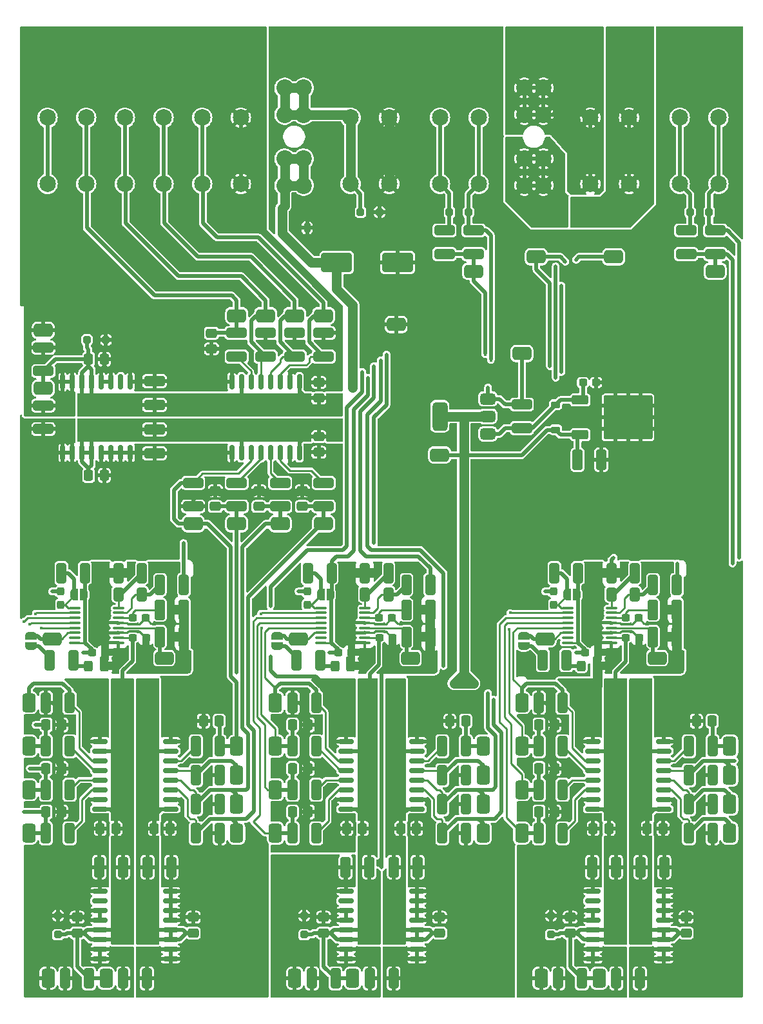
<source format=gbr>
%TF.GenerationSoftware,KiCad,Pcbnew,8.0.2*%
%TF.CreationDate,2025-02-23T04:32:51+01:00*%
%TF.ProjectId,meas,6d656173-2e6b-4696-9361-645f70636258,1.0.0*%
%TF.SameCoordinates,Original*%
%TF.FileFunction,Copper,L1,Top*%
%TF.FilePolarity,Positive*%
%FSLAX46Y46*%
G04 Gerber Fmt 4.6, Leading zero omitted, Abs format (unit mm)*
G04 Created by KiCad (PCBNEW 8.0.2) date 2025-02-23 04:32:51*
%MOMM*%
%LPD*%
G01*
G04 APERTURE LIST*
G04 Aperture macros list*
%AMRoundRect*
0 Rectangle with rounded corners*
0 $1 Rounding radius*
0 $2 $3 $4 $5 $6 $7 $8 $9 X,Y pos of 4 corners*
0 Add a 4 corners polygon primitive as box body*
4,1,4,$2,$3,$4,$5,$6,$7,$8,$9,$2,$3,0*
0 Add four circle primitives for the rounded corners*
1,1,$1+$1,$2,$3*
1,1,$1+$1,$4,$5*
1,1,$1+$1,$6,$7*
1,1,$1+$1,$8,$9*
0 Add four rect primitives between the rounded corners*
20,1,$1+$1,$2,$3,$4,$5,0*
20,1,$1+$1,$4,$5,$6,$7,0*
20,1,$1+$1,$6,$7,$8,$9,0*
20,1,$1+$1,$8,$9,$2,$3,0*%
%AMFreePoly0*
4,1,19,0.500000,-0.750000,0.000000,-0.750000,0.000000,-0.744911,-0.071157,-0.744911,-0.207708,-0.704816,-0.327430,-0.627875,-0.420627,-0.520320,-0.479746,-0.390866,-0.500000,-0.250000,-0.500000,0.250000,-0.479746,0.390866,-0.420627,0.520320,-0.327430,0.627875,-0.207708,0.704816,-0.071157,0.744911,0.000000,0.744911,0.000000,0.750000,0.500000,0.750000,0.500000,-0.750000,0.500000,-0.750000,
$1*%
%AMFreePoly1*
4,1,19,0.000000,0.744911,0.071157,0.744911,0.207708,0.704816,0.327430,0.627875,0.420627,0.520320,0.479746,0.390866,0.500000,0.250000,0.500000,-0.250000,0.479746,-0.390866,0.420627,-0.520320,0.327430,-0.627875,0.207708,-0.704816,0.071157,-0.744911,0.000000,-0.744911,0.000000,-0.750000,-0.500000,-0.750000,-0.500000,0.750000,0.000000,0.750000,0.000000,0.744911,0.000000,0.744911,
$1*%
G04 Aperture macros list end*
%TA.AperFunction,SMDPad,CuDef*%
%ADD10RoundRect,0.150000X0.875000X0.150000X-0.875000X0.150000X-0.875000X-0.150000X0.875000X-0.150000X0*%
%TD*%
%TA.AperFunction,SMDPad,CuDef*%
%ADD11RoundRect,0.250000X0.412500X1.100000X-0.412500X1.100000X-0.412500X-1.100000X0.412500X-1.100000X0*%
%TD*%
%TA.AperFunction,SMDPad,CuDef*%
%ADD12RoundRect,0.250000X-0.475000X0.337500X-0.475000X-0.337500X0.475000X-0.337500X0.475000X0.337500X0*%
%TD*%
%TA.AperFunction,SMDPad,CuDef*%
%ADD13RoundRect,0.225000X-0.375000X0.225000X-0.375000X-0.225000X0.375000X-0.225000X0.375000X0.225000X0*%
%TD*%
%TA.AperFunction,SMDPad,CuDef*%
%ADD14RoundRect,0.250000X-1.075000X0.400000X-1.075000X-0.400000X1.075000X-0.400000X1.075000X0.400000X0*%
%TD*%
%TA.AperFunction,SMDPad,CuDef*%
%ADD15RoundRect,0.375000X0.625000X0.375000X-0.625000X0.375000X-0.625000X-0.375000X0.625000X-0.375000X0*%
%TD*%
%TA.AperFunction,SMDPad,CuDef*%
%ADD16RoundRect,0.500000X0.500000X1.400000X-0.500000X1.400000X-0.500000X-1.400000X0.500000X-1.400000X0*%
%TD*%
%TA.AperFunction,SMDPad,CuDef*%
%ADD17RoundRect,0.250000X0.337500X0.475000X-0.337500X0.475000X-0.337500X-0.475000X0.337500X-0.475000X0*%
%TD*%
%TA.AperFunction,SMDPad,CuDef*%
%ADD18RoundRect,0.250000X0.400000X1.075000X-0.400000X1.075000X-0.400000X-1.075000X0.400000X-1.075000X0*%
%TD*%
%TA.AperFunction,SMDPad,CuDef*%
%ADD19RoundRect,0.426829X0.448171X-0.823171X0.448171X0.823171X-0.448171X0.823171X-0.448171X-0.823171X0*%
%TD*%
%TA.AperFunction,ComponentPad*%
%ADD20C,2.200000*%
%TD*%
%TA.AperFunction,SMDPad,CuDef*%
%ADD21RoundRect,0.250000X1.075000X-0.400000X1.075000X0.400000X-1.075000X0.400000X-1.075000X-0.400000X0*%
%TD*%
%TA.AperFunction,SMDPad,CuDef*%
%ADD22RoundRect,0.250000X-0.412500X-0.650000X0.412500X-0.650000X0.412500X0.650000X-0.412500X0.650000X0*%
%TD*%
%TA.AperFunction,SMDPad,CuDef*%
%ADD23RoundRect,0.250000X0.475000X-0.337500X0.475000X0.337500X-0.475000X0.337500X-0.475000X-0.337500X0*%
%TD*%
%TA.AperFunction,SMDPad,CuDef*%
%ADD24RoundRect,0.225000X-0.225000X-0.375000X0.225000X-0.375000X0.225000X0.375000X-0.225000X0.375000X0*%
%TD*%
%TA.AperFunction,SMDPad,CuDef*%
%ADD25RoundRect,0.237500X0.300000X0.237500X-0.300000X0.237500X-0.300000X-0.237500X0.300000X-0.237500X0*%
%TD*%
%TA.AperFunction,SMDPad,CuDef*%
%ADD26RoundRect,0.426829X-0.823171X-0.448171X0.823171X-0.448171X0.823171X0.448171X-0.823171X0.448171X0*%
%TD*%
%TA.AperFunction,SMDPad,CuDef*%
%ADD27RoundRect,0.237500X-0.237500X0.300000X-0.237500X-0.300000X0.237500X-0.300000X0.237500X0.300000X0*%
%TD*%
%TA.AperFunction,SMDPad,CuDef*%
%ADD28RoundRect,0.426829X0.823171X0.448171X-0.823171X0.448171X-0.823171X-0.448171X0.823171X-0.448171X0*%
%TD*%
%TA.AperFunction,SMDPad,CuDef*%
%ADD29RoundRect,0.250000X-0.400000X-1.075000X0.400000X-1.075000X0.400000X1.075000X-0.400000X1.075000X0*%
%TD*%
%TA.AperFunction,SMDPad,CuDef*%
%ADD30RoundRect,0.426829X-0.448171X0.823171X-0.448171X-0.823171X0.448171X-0.823171X0.448171X0.823171X0*%
%TD*%
%TA.AperFunction,SMDPad,CuDef*%
%ADD31RoundRect,0.250000X0.250000X-0.250000X0.250000X0.250000X-0.250000X0.250000X-0.250000X-0.250000X0*%
%TD*%
%TA.AperFunction,SMDPad,CuDef*%
%ADD32FreePoly0,180.000000*%
%TD*%
%TA.AperFunction,SMDPad,CuDef*%
%ADD33FreePoly1,180.000000*%
%TD*%
%TA.AperFunction,SMDPad,CuDef*%
%ADD34RoundRect,0.250000X-0.412500X-1.100000X0.412500X-1.100000X0.412500X1.100000X-0.412500X1.100000X0*%
%TD*%
%TA.AperFunction,SMDPad,CuDef*%
%ADD35RoundRect,0.250000X-0.337500X-0.475000X0.337500X-0.475000X0.337500X0.475000X-0.337500X0.475000X0*%
%TD*%
%TA.AperFunction,SMDPad,CuDef*%
%ADD36RoundRect,0.250000X0.325000X0.450000X-0.325000X0.450000X-0.325000X-0.450000X0.325000X-0.450000X0*%
%TD*%
%TA.AperFunction,SMDPad,CuDef*%
%ADD37RoundRect,0.250000X0.250000X0.250000X-0.250000X0.250000X-0.250000X-0.250000X0.250000X-0.250000X0*%
%TD*%
%TA.AperFunction,SMDPad,CuDef*%
%ADD38RoundRect,0.100000X0.637500X0.100000X-0.637500X0.100000X-0.637500X-0.100000X0.637500X-0.100000X0*%
%TD*%
%TA.AperFunction,ComponentPad*%
%ADD39C,2.162000*%
%TD*%
%TA.AperFunction,SMDPad,CuDef*%
%ADD40RoundRect,0.250000X-1.750000X-1.000000X1.750000X-1.000000X1.750000X1.000000X-1.750000X1.000000X0*%
%TD*%
%TA.AperFunction,SMDPad,CuDef*%
%ADD41FreePoly0,90.000000*%
%TD*%
%TA.AperFunction,SMDPad,CuDef*%
%ADD42FreePoly1,90.000000*%
%TD*%
%TA.AperFunction,SMDPad,CuDef*%
%ADD43RoundRect,0.250000X-0.850000X-0.350000X0.850000X-0.350000X0.850000X0.350000X-0.850000X0.350000X0*%
%TD*%
%TA.AperFunction,SMDPad,CuDef*%
%ADD44RoundRect,0.250000X-1.275000X-1.125000X1.275000X-1.125000X1.275000X1.125000X-1.275000X1.125000X0*%
%TD*%
%TA.AperFunction,SMDPad,CuDef*%
%ADD45RoundRect,0.249997X-2.950003X-2.650003X2.950003X-2.650003X2.950003X2.650003X-2.950003X2.650003X0*%
%TD*%
%TA.AperFunction,SMDPad,CuDef*%
%ADD46RoundRect,0.250000X1.100000X-0.412500X1.100000X0.412500X-1.100000X0.412500X-1.100000X-0.412500X0*%
%TD*%
%TA.AperFunction,SMDPad,CuDef*%
%ADD47RoundRect,0.250000X-1.100000X0.412500X-1.100000X-0.412500X1.100000X-0.412500X1.100000X0.412500X0*%
%TD*%
%TA.AperFunction,SMDPad,CuDef*%
%ADD48RoundRect,0.250000X-0.250000X-0.250000X0.250000X-0.250000X0.250000X0.250000X-0.250000X0.250000X0*%
%TD*%
%TA.AperFunction,SMDPad,CuDef*%
%ADD49RoundRect,0.150000X0.150000X-0.875000X0.150000X0.875000X-0.150000X0.875000X-0.150000X-0.875000X0*%
%TD*%
%TA.AperFunction,SMDPad,CuDef*%
%ADD50RoundRect,0.150000X-0.150000X0.875000X-0.150000X-0.875000X0.150000X-0.875000X0.150000X0.875000X0*%
%TD*%
%TA.AperFunction,ViaPad*%
%ADD51C,0.500000*%
%TD*%
%TA.AperFunction,ViaPad*%
%ADD52C,0.450000*%
%TD*%
%TA.AperFunction,Conductor*%
%ADD53C,0.508000*%
%TD*%
%TA.AperFunction,Conductor*%
%ADD54C,0.254000*%
%TD*%
%TA.AperFunction,Conductor*%
%ADD55C,1.270000*%
%TD*%
G04 APERTURE END LIST*
D10*
%TO.P,U401,1,VDD1*%
%TO.N,+5VA*%
X172265000Y-143287000D03*
%TO.P,U401,2,GND1*%
%TO.N,GND*%
X172265000Y-142017000D03*
%TO.P,U401,3,A1*%
%TO.N,/~{CS}*%
X172265000Y-140747000D03*
%TO.P,U401,4,A2*%
%TO.N,/SCKL*%
X172265000Y-139477000D03*
%TO.P,U401,5,A3*%
%TO.N,/SDIO2*%
X172265000Y-138207000D03*
%TO.P,U401,6,A4*%
%TO.N,/digital-interface2/sdo_iso_pin*%
X172265000Y-136937000D03*
%TO.P,U401,7,EN1*%
%TO.N,+5VA*%
X172265000Y-135667000D03*
%TO.P,U401,8,GND1*%
%TO.N,GND*%
X172265000Y-134397000D03*
%TO.P,U401,9,GND2*%
%TO.N,/GND_ISO_T*%
X162965000Y-134397000D03*
%TO.P,U401,10,EN2*%
%TO.N,/+5VA_ISO_T*%
X162965000Y-135667000D03*
%TO.P,U401,11,B4*%
%TO.N,/adc2/SDO-0*%
X162965000Y-136937000D03*
%TO.P,U401,12,B3*%
%TO.N,/digital-interface2/sdi_pin*%
X162965000Y-138207000D03*
%TO.P,U401,13,B2*%
%TO.N,/digital-interface2/sckl_pin*%
X162965000Y-139477000D03*
%TO.P,U401,14,B1*%
%TO.N,/digital-interface2/~{cs_pin}*%
X162965000Y-140747000D03*
%TO.P,U401,15,GND2*%
%TO.N,/GND_ISO_T*%
X162965000Y-142017000D03*
%TO.P,U401,16,VDD2*%
%TO.N,/+5VA_ISO_T*%
X162965000Y-143287000D03*
%TD*%
D11*
%TO.P,C1003,1*%
%TO.N,GND*%
X228867500Y-97440000D03*
%TO.P,C1003,2*%
%TO.N,+5VA*%
X225742500Y-97440000D03*
%TD*%
D12*
%TO.P,C1204,1*%
%TO.N,GND*%
X207620000Y-157489500D03*
%TO.P,C1204,2*%
%TO.N,+5VA*%
X207620000Y-159564500D03*
%TD*%
D10*
%TO.P,U1301,1,-VIN*%
%TO.N,GND*%
X172265000Y-162972000D03*
%TO.P,U1301,2,-VIN*%
X172265000Y-161702000D03*
%TO.P,U1301,3,+VIN*%
%TO.N,+5VA*%
X172265000Y-160432000D03*
%TO.P,U1301,4,+VIN*%
X172265000Y-159162000D03*
%TO.P,U1301,5,SGND_IN*%
%TO.N,GND*%
X172265000Y-157892000D03*
%TO.P,U1301,6,SGND_IN*%
X172265000Y-156622000D03*
%TO.P,U1301,7,SGND_IN*%
X172265000Y-155352000D03*
%TO.P,U1301,8,SGND_IN*%
X172265000Y-154082000D03*
%TO.P,U1301,9,SGND_OUT*%
%TO.N,/GND_ISO_T*%
X162965000Y-154082000D03*
%TO.P,U1301,10,DNC*%
%TO.N,unconnected-(U1301-DNC-Pad10)*%
X162965000Y-155352000D03*
%TO.P,U1301,11,SGND_OUT*%
%TO.N,/GND_ISO_T*%
X162965000Y-156622000D03*
%TO.P,U1301,12,SGND_OUT*%
X162965000Y-157892000D03*
%TO.P,U1301,13,+VOUT*%
%TO.N,/+5VA_ISO_T*%
X162965000Y-159162000D03*
%TO.P,U1301,14,+VOUT*%
X162965000Y-160432000D03*
%TO.P,U1301,15,-VOUT*%
%TO.N,/GND_ISO_T*%
X162965000Y-161702000D03*
%TO.P,U1301,16,-VOUT*%
X162965000Y-162972000D03*
%TD*%
D13*
%TO.P,D1003,1,K*%
%TO.N,Net-(D1003-K)*%
X222860000Y-90202000D03*
%TO.P,D1003,2,A*%
%TO.N,+5VA*%
X222860000Y-93502000D03*
%TD*%
D14*
%TO.P,R502,1*%
%TO.N,/digital-interface3/GND_MASTER*%
X188570000Y-80777000D03*
%TO.P,R502,2*%
%TO.N,/digital-interface3/SCKL_MASTER*%
X188570000Y-83877000D03*
%TD*%
D15*
%TO.P,Q1001,1,B*%
%TO.N,Net-(D1003-K)*%
X213945000Y-94025000D03*
%TO.P,Q1001,2,C*%
%TO.N,+5VA*%
X213945000Y-91725000D03*
D16*
X207645000Y-91725000D03*
D15*
%TO.P,Q1001,3,E*%
%TO.N,+24V*%
X213945000Y-89425000D03*
%TD*%
D17*
%TO.P,C204,1*%
%TO.N,/GND_ISO_U*%
X222754500Y-143668000D03*
%TO.P,C204,2*%
%TO.N,/adc/CONVST{slash}~{CS}*%
X220679500Y-143668000D03*
%TD*%
D18*
%TO.P,R308,1*%
%TO.N,/digital-interface1/sdi_pin*%
X191390000Y-135032000D03*
%TO.P,R308,2*%
%TO.N,/adc1/SDI*%
X188290000Y-135032000D03*
%TD*%
D10*
%TO.P,U201,1,VDD1*%
%TO.N,+5VA*%
X237035000Y-143287000D03*
%TO.P,U201,2,GND1*%
%TO.N,GND*%
X237035000Y-142017000D03*
%TO.P,U201,3,A1*%
%TO.N,/~{CS}*%
X237035000Y-140747000D03*
%TO.P,U201,4,A2*%
%TO.N,/SCKL*%
X237035000Y-139477000D03*
%TO.P,U201,5,A3*%
%TO.N,/SDI*%
X237035000Y-138207000D03*
%TO.P,U201,6,A4*%
%TO.N,/digital-interface/sdo_iso_pin*%
X237035000Y-136937000D03*
%TO.P,U201,7,EN1*%
%TO.N,+5VA*%
X237035000Y-135667000D03*
%TO.P,U201,8,GND1*%
%TO.N,GND*%
X237035000Y-134397000D03*
%TO.P,U201,9,GND2*%
%TO.N,/GND_ISO_U*%
X227735000Y-134397000D03*
%TO.P,U201,10,EN2*%
%TO.N,/+5VA_ISO_U*%
X227735000Y-135667000D03*
%TO.P,U201,11,B4*%
%TO.N,/adc/SDO-0*%
X227735000Y-136937000D03*
%TO.P,U201,12,B3*%
%TO.N,/digital-interface/sdi_pin*%
X227735000Y-138207000D03*
%TO.P,U201,13,B2*%
%TO.N,/digital-interface/sckl_pin*%
X227735000Y-139477000D03*
%TO.P,U201,14,B1*%
%TO.N,/digital-interface/~{cs_pin}*%
X227735000Y-140747000D03*
%TO.P,U201,15,GND2*%
%TO.N,/GND_ISO_U*%
X227735000Y-142017000D03*
%TO.P,U201,16,VDD2*%
%TO.N,/+5VA_ISO_U*%
X227735000Y-143287000D03*
%TD*%
D19*
%TO.P,TP1302,1,1*%
%TO.N,/GND_ISO_T*%
X156185000Y-165512000D03*
%TD*%
D20*
%TO.P,F1002,1*%
%TO.N,+24V*%
X187250000Y-61400000D03*
X189750000Y-61400000D03*
X187250000Y-57900000D03*
X189750000Y-57900000D03*
%TO.P,F1002,2*%
%TO.N,/power/IN*%
X187250000Y-52100000D03*
X189750000Y-52100000D03*
X187250000Y-48600000D03*
X189750000Y-48600000D03*
%TD*%
D21*
%TO.P,R104,1*%
%TO.N,/adc2/AIN_P*%
X212065000Y-70415000D03*
%TO.P,R104,2*%
%TO.N,/GND_ISO_T*%
X212065000Y-67315000D03*
%TD*%
D22*
%TO.P,C704,1*%
%TO.N,Net-(U701-AIN_GND)*%
X197782500Y-115093000D03*
%TO.P,C704,2*%
%TO.N,Net-(U701-AIN_P)*%
X200907500Y-115093000D03*
%TD*%
D23*
%TO.P,C501,1*%
%TO.N,/digital-interface3/GND_MASTER*%
X177648000Y-82878000D03*
%TO.P,C501,2*%
%TO.N,/digital-interface3/SDO_MASTER*%
X177648000Y-80803000D03*
%TD*%
D11*
%TO.P,C1303,1*%
%TO.N,GND*%
X172352500Y-150907000D03*
%TO.P,C1303,2*%
%TO.N,+5VA*%
X169227500Y-150907000D03*
%TD*%
D24*
%TO.P,D1002,1,K*%
%TO.N,+24V*%
X186920000Y-66960000D03*
%TO.P,D1002,2,A*%
%TO.N,GND*%
X190220000Y-66960000D03*
%TD*%
D25*
%TO.P,C802,1*%
%TO.N,/GND_ISO_T*%
X163651500Y-122713000D03*
%TO.P,C802,2*%
%TO.N,/+5VA_ISO_T*%
X161926500Y-122713000D03*
%TD*%
D18*
%TO.P,R201,1*%
%TO.N,GND*%
X243460000Y-146462000D03*
%TO.P,R201,2*%
%TO.N,/~{CS}*%
X240360000Y-146462000D03*
%TD*%
D19*
%TO.P,TP303,1,1*%
%TO.N,/SDIO1*%
X213335000Y-138842000D03*
%TD*%
D26*
%TO.P,TP508,1,1*%
%TO.N,/SDO*%
X175235000Y-105822000D03*
%TD*%
D25*
%TO.P,C603,1*%
%TO.N,/GND_ISO_U*%
X233806300Y-120782600D03*
%TO.P,C603,2*%
%TO.N,/+5VA_ISO_U*%
X232081300Y-120782600D03*
%TD*%
D27*
%TO.P,C601,1*%
%TO.N,/GND_ISO_U*%
X222606000Y-114738500D03*
%TO.P,C601,2*%
%TO.N,Net-(JP601-B)*%
X222606000Y-116463500D03*
%TD*%
D19*
%TO.P,TP403,1,1*%
%TO.N,/SDIO2*%
X180950000Y-138842000D03*
%TD*%
D14*
%TO.P,R504,1*%
%TO.N,/digital-interface3/SDO_MASTER*%
X180950000Y-80777000D03*
%TO.P,R504,2*%
%TO.N,/digital-interface3/sdo_iso_pin*%
X180950000Y-83877000D03*
%TD*%
D19*
%TO.P,TP203,1,1*%
%TO.N,/SDI*%
X245720000Y-138842000D03*
%TD*%
D28*
%TO.P,TP701,1,1*%
%TO.N,Net-(JP702-B)*%
X189078000Y-120935000D03*
%TD*%
D19*
%TO.P,TP202,1,1*%
%TO.N,/SCKL*%
X245720000Y-142652000D03*
%TD*%
D11*
%TO.P,C1203,1*%
%TO.N,GND*%
X204737500Y-150907000D03*
%TO.P,C1203,2*%
%TO.N,+5VA*%
X201612500Y-150907000D03*
%TD*%
D28*
%TO.P,TP802,1,1*%
%TO.N,Net-(U801-REFIO)*%
X171425000Y-123475000D03*
%TD*%
D11*
%TO.P,C607,1*%
%TO.N,/GND_ISO_U*%
X238773500Y-117125000D03*
%TO.P,C607,2*%
%TO.N,Net-(U601-REFCAP)*%
X235648500Y-117125000D03*
%TD*%
D29*
%TO.P,R702,1*%
%TO.N,Net-(JP702-A)*%
X188798000Y-123729000D03*
%TO.P,R702,2*%
%TO.N,Net-(D701-A)*%
X191898000Y-123729000D03*
%TD*%
D17*
%TO.P,C306,1*%
%TO.N,/GND_ISO_I*%
X190369500Y-132238000D03*
%TO.P,C306,2*%
%TO.N,/adc1/SDI*%
X188294500Y-132238000D03*
%TD*%
D12*
%TO.P,C502,1*%
%TO.N,/digital-interface3/GND_MASTER*%
X191745000Y-87258500D03*
%TO.P,C502,2*%
%TO.N,/digital-interface3/+5VA_MASTER*%
X191745000Y-89333500D03*
%TD*%
D18*
%TO.P,R403,1*%
%TO.N,GND*%
X178690000Y-138842000D03*
%TO.P,R403,2*%
%TO.N,/SDIO2*%
X175590000Y-138842000D03*
%TD*%
D30*
%TO.P,TP308,1,1*%
%TO.N,/adc1/SDO-0*%
X186030000Y-129317000D03*
%TD*%
D26*
%TO.P,TP1003,1,1*%
%TO.N,+24V*%
X218415000Y-83470000D03*
%TD*%
D30*
%TO.P,TP206,1,1*%
%TO.N,/adc/SCKL*%
X218415000Y-140747000D03*
%TD*%
D10*
%TO.P,U1101,1,-VIN*%
%TO.N,GND*%
X237035000Y-162972000D03*
%TO.P,U1101,2,-VIN*%
X237035000Y-161702000D03*
%TO.P,U1101,3,+VIN*%
%TO.N,+5VA*%
X237035000Y-160432000D03*
%TO.P,U1101,4,+VIN*%
X237035000Y-159162000D03*
%TO.P,U1101,5,SGND_IN*%
%TO.N,GND*%
X237035000Y-157892000D03*
%TO.P,U1101,6,SGND_IN*%
X237035000Y-156622000D03*
%TO.P,U1101,7,SGND_IN*%
X237035000Y-155352000D03*
%TO.P,U1101,8,SGND_IN*%
X237035000Y-154082000D03*
%TO.P,U1101,9,SGND_OUT*%
%TO.N,/GND_ISO_U*%
X227735000Y-154082000D03*
%TO.P,U1101,10,DNC*%
%TO.N,unconnected-(U1101-DNC-Pad10)*%
X227735000Y-155352000D03*
%TO.P,U1101,11,SGND_OUT*%
%TO.N,/GND_ISO_U*%
X227735000Y-156622000D03*
%TO.P,U1101,12,SGND_OUT*%
X227735000Y-157892000D03*
%TO.P,U1101,13,+VOUT*%
%TO.N,/+5VA_ISO_U*%
X227735000Y-159162000D03*
%TO.P,U1101,14,+VOUT*%
X227735000Y-160432000D03*
%TO.P,U1101,15,-VOUT*%
%TO.N,/GND_ISO_U*%
X227735000Y-161702000D03*
%TO.P,U1101,16,-VOUT*%
X227735000Y-162972000D03*
%TD*%
D17*
%TO.P,C206,1*%
%TO.N,/GND_ISO_U*%
X222754500Y-132238000D03*
%TO.P,C206,2*%
%TO.N,/adc/SDI*%
X220679500Y-132238000D03*
%TD*%
D18*
%TO.P,R206,1*%
%TO.N,/digital-interface/~{cs_pin}*%
X223775000Y-146462000D03*
%TO.P,R206,2*%
%TO.N,/adc/CONVST{slash}~{CS}*%
X220675000Y-146462000D03*
%TD*%
D25*
%TO.P,C803,1*%
%TO.N,/GND_ISO_T*%
X169036300Y-120782600D03*
%TO.P,C803,2*%
%TO.N,/+5VA_ISO_T*%
X167311300Y-120782600D03*
%TD*%
D19*
%TO.P,TP401,1,1*%
%TO.N,/~{CS}*%
X180950000Y-146462000D03*
%TD*%
D31*
%TO.P,D1201,1,K*%
%TO.N,/+5VA_ISO_I*%
X189840000Y-159777000D03*
%TO.P,D1201,2,A*%
%TO.N,/adc1/GND_ADC*%
X189840000Y-157277000D03*
%TD*%
D26*
%TO.P,TP507,1,1*%
%TO.N,/SDI*%
X180950000Y-105822000D03*
%TD*%
D20*
%TO.P,F101,1*%
%TO.N,Net-(J104-Pin_2)*%
X221250000Y-48600000D03*
X218750000Y-48600000D03*
X221250000Y-52100000D03*
X218750000Y-52100000D03*
%TO.P,F101,2*%
%TO.N,/i-transduce/in*%
X221250000Y-57900000D03*
X218750000Y-57900000D03*
X221250000Y-61400000D03*
X218750000Y-61400000D03*
%TD*%
D17*
%TO.P,C305,1*%
%TO.N,/GND_ISO_I*%
X190369500Y-137953000D03*
%TO.P,C305,2*%
%TO.N,/adc1/SCKL*%
X188294500Y-137953000D03*
%TD*%
D18*
%TO.P,R301,1*%
%TO.N,GND*%
X211075000Y-146462000D03*
%TO.P,R301,2*%
%TO.N,/~{CS}*%
X207975000Y-146462000D03*
%TD*%
D28*
%TO.P,TP601,1,1*%
%TO.N,Net-(JP602-B)*%
X221463000Y-120935000D03*
%TD*%
D12*
%TO.P,C1304,1*%
%TO.N,GND*%
X175235000Y-157489500D03*
%TO.P,C1304,2*%
%TO.N,+5VA*%
X175235000Y-159564500D03*
%TD*%
D21*
%TO.P,R505,1*%
%TO.N,GND*%
X175235000Y-103562000D03*
%TO.P,R505,2*%
%TO.N,/SDO*%
X175235000Y-100462000D03*
%TD*%
D26*
%TO.P,TP902,1,1*%
%TO.N,/i-transduce/vzcr*%
X230480000Y-70770000D03*
%TD*%
D29*
%TO.P,R1201,1*%
%TO.N,/adc1/GND_ADC*%
X190830000Y-165512000D03*
%TO.P,R1201,2*%
%TO.N,/+5VA_ISO_I*%
X193930000Y-165512000D03*
%TD*%
D18*
%TO.P,R402,1*%
%TO.N,GND*%
X178690000Y-142652000D03*
%TO.P,R402,2*%
%TO.N,/SCKL*%
X175590000Y-142652000D03*
%TD*%
D25*
%TO.P,C706,1*%
%TO.N,/adc1/GND_ADC*%
X201370500Y-118182000D03*
%TO.P,C706,2*%
%TO.N,Net-(U701-REFCAP)*%
X199645500Y-118182000D03*
%TD*%
D32*
%TO.P,JP801,1,A*%
%TO.N,/+5VA_ISO_T*%
X160899000Y-115143800D03*
D33*
%TO.P,JP801,2,B*%
%TO.N,Net-(JP801-B)*%
X159599000Y-115143800D03*
%TD*%
D34*
%TO.P,C1101,1*%
%TO.N,/GND_ISO_U*%
X227647500Y-150907000D03*
%TO.P,C1101,2*%
%TO.N,/+5VA_ISO_U*%
X230772500Y-150907000D03*
%TD*%
D11*
%TO.P,C705,1*%
%TO.N,/adc1/GND_ADC*%
X206388500Y-120681000D03*
%TO.P,C705,2*%
%TO.N,Net-(U701-REFIO)*%
X203263500Y-120681000D03*
%TD*%
D12*
%TO.P,C1302,1*%
%TO.N,/GND_ISO_T*%
X159995000Y-157489500D03*
%TO.P,C1302,2*%
%TO.N,/+5VA_ISO_T*%
X159995000Y-159564500D03*
%TD*%
D18*
%TO.P,R408,1*%
%TO.N,/digital-interface2/sdi_pin*%
X159005000Y-135032000D03*
%TO.P,R408,2*%
%TO.N,/adc2/SDI*%
X155905000Y-135032000D03*
%TD*%
D30*
%TO.P,TP307,1,1*%
%TO.N,/adc1/SDI*%
X186030000Y-135032000D03*
%TD*%
D12*
%TO.P,C1102,1*%
%TO.N,/GND_ISO_U*%
X224765000Y-157489500D03*
%TO.P,C1102,2*%
%TO.N,/+5VA_ISO_U*%
X224765000Y-159564500D03*
%TD*%
D17*
%TO.P,C405,1*%
%TO.N,/GND_ISO_T*%
X157984500Y-137953000D03*
%TO.P,C405,2*%
%TO.N,/adc2/SCKL*%
X155909500Y-137953000D03*
%TD*%
D29*
%TO.P,R603,1*%
%TO.N,Net-(U601-AIN_P)*%
X235661000Y-113823000D03*
%TO.P,R603,2*%
%TO.N,/adc/AIN_P*%
X238761000Y-113823000D03*
%TD*%
%TO.P,R703,1*%
%TO.N,Net-(U701-AIN_P)*%
X203276000Y-113823000D03*
%TO.P,R703,2*%
%TO.N,/adc1/AIN_P*%
X206376000Y-113823000D03*
%TD*%
D17*
%TO.P,C202,1*%
%TO.N,GND*%
X236978500Y-145827000D03*
%TO.P,C202,2*%
%TO.N,+5VA*%
X234903500Y-145827000D03*
%TD*%
D14*
%TO.P,R506,1*%
%TO.N,/digital-interface3/~{cs_pin}*%
X192380000Y-100462000D03*
%TO.P,R506,2*%
%TO.N,/~{CS}*%
X192380000Y-103562000D03*
%TD*%
D30*
%TO.P,TP305,1,1*%
%TO.N,/adc1/CONVST{slash}~{CS}*%
X186030000Y-146462000D03*
%TD*%
D25*
%TO.P,C806,1*%
%TO.N,/GND_ISO_T*%
X168985500Y-118182000D03*
%TO.P,C806,2*%
%TO.N,Net-(U801-REFCAP)*%
X167260500Y-118182000D03*
%TD*%
D26*
%TO.P,TP1402,1,1*%
%TO.N,/digital-interface3/GND_MASTER*%
X155550000Y-80422000D03*
%TD*%
D30*
%TO.P,TP408,1,1*%
%TO.N,/adc2/SDO-0*%
X153645000Y-129317000D03*
%TD*%
D17*
%TO.P,C302,1*%
%TO.N,GND*%
X204593500Y-145827000D03*
%TO.P,C302,2*%
%TO.N,+5VA*%
X202518500Y-145827000D03*
%TD*%
D26*
%TO.P,TP506,1,1*%
%TO.N,/SCKL*%
X186665000Y-105822000D03*
%TD*%
D23*
%TO.P,C503,1*%
%TO.N,GND*%
X191745000Y-96445500D03*
%TO.P,C503,2*%
%TO.N,+5VA*%
X191745000Y-94370500D03*
%TD*%
D18*
%TO.P,R203,1*%
%TO.N,GND*%
X243460000Y-138842000D03*
%TO.P,R203,2*%
%TO.N,/SDI*%
X240360000Y-138842000D03*
%TD*%
D12*
%TO.P,C505,1*%
%TO.N,GND*%
X183871000Y-101482500D03*
%TO.P,C505,2*%
%TO.N,/SCKL*%
X183871000Y-103557500D03*
%TD*%
D29*
%TO.P,R602,1*%
%TO.N,Net-(JP602-A)*%
X221183000Y-123729000D03*
%TO.P,R602,2*%
%TO.N,Net-(D601-A)*%
X224283000Y-123729000D03*
%TD*%
D17*
%TO.P,C205,1*%
%TO.N,/GND_ISO_U*%
X222754500Y-137953000D03*
%TO.P,C205,2*%
%TO.N,/adc/SCKL*%
X220679500Y-137953000D03*
%TD*%
D31*
%TO.P,D1301,1,K*%
%TO.N,/+5VA_ISO_T*%
X157455000Y-159777000D03*
%TO.P,D1301,2,A*%
%TO.N,/GND_ISO_T*%
X157455000Y-157277000D03*
%TD*%
D35*
%TO.P,C201,1*%
%TO.N,GND*%
X241359000Y-131730000D03*
%TO.P,C201,2*%
%TO.N,/SDIO1*%
X243434000Y-131730000D03*
%TD*%
D28*
%TO.P,TP501,1,1*%
%TO.N,/digital-interface3/~{CS_MASTER}*%
X192380000Y-78517000D03*
%TD*%
D30*
%TO.P,TP406,1,1*%
%TO.N,/adc2/SCKL*%
X153645000Y-140747000D03*
%TD*%
D21*
%TO.P,R103,1*%
%TO.N,/adc2/AIN_P*%
X208255000Y-70415000D03*
%TO.P,R103,2*%
%TO.N,Net-(D102-A2)*%
X208255000Y-67315000D03*
%TD*%
D32*
%TO.P,JP701,1,A*%
%TO.N,/+5VA_ISO_I*%
X193284000Y-115143800D03*
D33*
%TO.P,JP701,2,B*%
%TO.N,Net-(JP701-B)*%
X191984000Y-115143800D03*
%TD*%
D18*
%TO.P,R701,1*%
%TO.N,/+5VA_ISO_I*%
X193422000Y-112299000D03*
%TO.P,R701,2*%
%TO.N,Net-(JP701-B)*%
X190322000Y-112299000D03*
%TD*%
D36*
%TO.P,D701,1,K*%
%TO.N,/adc1/GND_ADC*%
X195922500Y-124491000D03*
%TO.P,D701,2,A*%
%TO.N,Net-(D701-A)*%
X193872500Y-124491000D03*
%TD*%
D18*
%TO.P,R407,1*%
%TO.N,/digital-interface2/sckl_pin*%
X159005000Y-140747000D03*
%TO.P,R407,2*%
%TO.N,/adc2/SCKL*%
X155905000Y-140747000D03*
%TD*%
D37*
%TO.P,D1001,1,A1*%
%TO.N,GND*%
X199726000Y-64928000D03*
%TO.P,D1001,2,A2*%
%TO.N,/power/IN*%
X197226000Y-64928000D03*
%TD*%
D29*
%TO.P,R1302,1*%
%TO.N,/GND_ISO_T*%
X166065000Y-165512000D03*
%TO.P,R1302,2*%
%TO.N,GND*%
X169165000Y-165512000D03*
%TD*%
D19*
%TO.P,TP404,1,1*%
%TO.N,/SDO*%
X180950000Y-135032000D03*
%TD*%
%TO.P,TP1101,1,1*%
%TO.N,/+5VA_ISO_U*%
X228575000Y-165512000D03*
%TD*%
D17*
%TO.P,C406,1*%
%TO.N,/GND_ISO_T*%
X157984500Y-132238000D03*
%TO.P,C406,2*%
%TO.N,/adc2/SDI*%
X155909500Y-132238000D03*
%TD*%
D19*
%TO.P,TP402,1,1*%
%TO.N,/SCKL*%
X180950000Y-142652000D03*
%TD*%
D17*
%TO.P,C404,1*%
%TO.N,/GND_ISO_T*%
X157984500Y-143668000D03*
%TO.P,C404,2*%
%TO.N,/adc2/CONVST{slash}~{CS}*%
X155909500Y-143668000D03*
%TD*%
D11*
%TO.P,C1103,1*%
%TO.N,GND*%
X237122500Y-150907000D03*
%TO.P,C1103,2*%
%TO.N,+5VA*%
X233997500Y-150907000D03*
%TD*%
D14*
%TO.P,R1401,1*%
%TO.N,/digital-interface3/GND_MASTER*%
X155550000Y-82682000D03*
%TO.P,R1401,2*%
%TO.N,/digital-interface3/+5VA_MASTER*%
X155550000Y-85782000D03*
%TD*%
D18*
%TO.P,R208,1*%
%TO.N,/digital-interface/sdi_pin*%
X223775000Y-135032000D03*
%TO.P,R208,2*%
%TO.N,/adc/SDI*%
X220675000Y-135032000D03*
%TD*%
D38*
%TO.P,U701,1,DGND*%
%TO.N,/adc1/GND_ADC*%
X197782500Y-121432000D03*
%TO.P,U701,2,AVDD*%
%TO.N,/+5VA_ISO_I*%
X197782500Y-120782000D03*
%TO.P,U701,3,AGND*%
%TO.N,/adc1/GND_ADC*%
X197782500Y-120132000D03*
%TO.P,U701,4,REFIO*%
%TO.N,Net-(U701-REFIO)*%
X197782500Y-119482000D03*
%TO.P,U701,5,REFGND*%
%TO.N,/adc1/GND_ADC*%
X197782500Y-118832000D03*
%TO.P,U701,6,REFCAP*%
%TO.N,Net-(U701-REFCAP)*%
X197782500Y-118182000D03*
%TO.P,U701,7,AIN_P*%
%TO.N,Net-(U701-AIN_P)*%
X197782500Y-117532000D03*
%TO.P,U701,8,AIN_GND*%
%TO.N,Net-(U701-AIN_GND)*%
X197782500Y-116882000D03*
%TO.P,U701,9,~{RST}*%
%TO.N,Net-(JP701-B)*%
X192057500Y-116882000D03*
%TO.P,U701,10,SDI*%
%TO.N,/adc1/SDI*%
X192057500Y-117532000D03*
%TO.P,U701,11,CONVST/~{CS}*%
%TO.N,/adc1/CONVST{slash}~{CS}*%
X192057500Y-118182000D03*
%TO.P,U701,12,SCKL*%
%TO.N,/adc1/SCKL*%
X192057500Y-118832000D03*
%TO.P,U701,13,SDO-0*%
%TO.N,/adc1/SDO-0*%
X192057500Y-119482000D03*
%TO.P,U701,14,ALARM/SDO-1/GPO*%
%TO.N,Net-(JP702-B)*%
X192057500Y-120132000D03*
%TO.P,U701,15,RVS*%
%TO.N,unconnected-(U701-RVS-Pad15)*%
X192057500Y-120782000D03*
%TO.P,U701,16,DVDD*%
%TO.N,/+5VA_ISO_I*%
X192057500Y-121432000D03*
%TD*%
D32*
%TO.P,JP601,1,A*%
%TO.N,/+5VA_ISO_U*%
X225669000Y-115143800D03*
D33*
%TO.P,JP601,2,B*%
%TO.N,Net-(JP601-B)*%
X224369000Y-115143800D03*
%TD*%
D30*
%TO.P,TP306,1,1*%
%TO.N,/adc1/SCKL*%
X186030000Y-140747000D03*
%TD*%
D39*
%TO.P,J105,1,Pin_1*%
%TO.N,/GND_ISO_T*%
X212750000Y-61200000D03*
X212750000Y-52500000D03*
%TO.P,J105,2,Pin_2*%
%TO.N,Net-(D102-A2)*%
X207670000Y-61200000D03*
X207670000Y-52500000D03*
%TD*%
D36*
%TO.P,D601,1,K*%
%TO.N,/GND_ISO_U*%
X228307500Y-124491000D03*
%TO.P,D601,2,A*%
%TO.N,Net-(D601-A)*%
X226257500Y-124491000D03*
%TD*%
D27*
%TO.P,C801,1*%
%TO.N,/GND_ISO_T*%
X157836000Y-114738500D03*
%TO.P,C801,2*%
%TO.N,Net-(JP801-B)*%
X157836000Y-116463500D03*
%TD*%
D40*
%TO.P,C1001,1*%
%TO.N,+24V*%
X194095000Y-71532000D03*
%TO.P,C1001,2*%
%TO.N,GND*%
X202095000Y-71532000D03*
%TD*%
D19*
%TO.P,TP302,1,1*%
%TO.N,/SCKL*%
X213335000Y-142652000D03*
%TD*%
D29*
%TO.P,R405,1*%
%TO.N,/GND_ISO_T*%
X155905000Y-129317000D03*
%TO.P,R405,2*%
%TO.N,/adc2/SDO-0*%
X159005000Y-129317000D03*
%TD*%
D19*
%TO.P,TP204,1,1*%
%TO.N,/SDIO1*%
X245720000Y-135032000D03*
%TD*%
D41*
%TO.P,JP802,1,A*%
%TO.N,Net-(JP802-A)*%
X153899000Y-121854000D03*
D42*
%TO.P,JP802,2,B*%
%TO.N,Net-(JP802-B)*%
X153899000Y-120554000D03*
%TD*%
D26*
%TO.P,TP1002,1,1*%
%TO.N,GND*%
X201905000Y-79660000D03*
%TD*%
D19*
%TO.P,TP1201,1,1*%
%TO.N,/+5VA_ISO_I*%
X196190000Y-165512000D03*
%TD*%
D28*
%TO.P,TP504,1,1*%
%TO.N,/digital-interface3/SDO_MASTER*%
X180950000Y-78517000D03*
%TD*%
D19*
%TO.P,TP301,1,1*%
%TO.N,/~{CS}*%
X213335000Y-146462000D03*
%TD*%
D30*
%TO.P,TP205,1,1*%
%TO.N,/adc/CONVST{slash}~{CS}*%
X218415000Y-146462000D03*
%TD*%
D17*
%TO.P,C1404,1*%
%TO.N,GND*%
X163572500Y-99472000D03*
%TO.P,C1404,2*%
%TO.N,+5VA*%
X161497500Y-99472000D03*
%TD*%
D19*
%TO.P,TP1301,1,1*%
%TO.N,/+5VA_ISO_T*%
X163805000Y-165512000D03*
%TD*%
D11*
%TO.P,C707,1*%
%TO.N,/adc1/GND_ADC*%
X206388500Y-117125000D03*
%TO.P,C707,2*%
%TO.N,Net-(U701-REFCAP)*%
X203263500Y-117125000D03*
%TD*%
D29*
%TO.P,R1301,1*%
%TO.N,/GND_ISO_T*%
X158445000Y-165512000D03*
%TO.P,R1301,2*%
%TO.N,/+5VA_ISO_T*%
X161545000Y-165512000D03*
%TD*%
D26*
%TO.P,TP703,1,1*%
%TO.N,/adc1/AIN_P*%
X220320000Y-70770000D03*
%TD*%
D28*
%TO.P,TP702,1,1*%
%TO.N,Net-(U701-REFIO)*%
X203810000Y-123475000D03*
%TD*%
D29*
%TO.P,R1202,1*%
%TO.N,/adc1/GND_ADC*%
X198450000Y-165512000D03*
%TO.P,R1202,2*%
%TO.N,GND*%
X201550000Y-165512000D03*
%TD*%
D41*
%TO.P,JP702,1,A*%
%TO.N,Net-(JP702-A)*%
X186284000Y-121854000D03*
D42*
%TO.P,JP702,2,B*%
%TO.N,Net-(JP702-B)*%
X186284000Y-120554000D03*
%TD*%
D19*
%TO.P,TP304,1,1*%
%TO.N,/SDIO2*%
X213335000Y-135032000D03*
%TD*%
D38*
%TO.P,U601,1,DGND*%
%TO.N,/GND_ISO_U*%
X230167500Y-121432000D03*
%TO.P,U601,2,AVDD*%
%TO.N,/+5VA_ISO_U*%
X230167500Y-120782000D03*
%TO.P,U601,3,AGND*%
%TO.N,/GND_ISO_U*%
X230167500Y-120132000D03*
%TO.P,U601,4,REFIO*%
%TO.N,Net-(U601-REFIO)*%
X230167500Y-119482000D03*
%TO.P,U601,5,REFGND*%
%TO.N,/GND_ISO_U*%
X230167500Y-118832000D03*
%TO.P,U601,6,REFCAP*%
%TO.N,Net-(U601-REFCAP)*%
X230167500Y-118182000D03*
%TO.P,U601,7,AIN_P*%
%TO.N,Net-(U601-AIN_P)*%
X230167500Y-117532000D03*
%TO.P,U601,8,AIN_GND*%
%TO.N,Net-(U601-AIN_GND)*%
X230167500Y-116882000D03*
%TO.P,U601,9,~{RST}*%
%TO.N,Net-(JP601-B)*%
X224442500Y-116882000D03*
%TO.P,U601,10,SDI*%
%TO.N,/adc/SDI*%
X224442500Y-117532000D03*
%TO.P,U601,11,CONVST/~{CS}*%
%TO.N,/adc/CONVST{slash}~{CS}*%
X224442500Y-118182000D03*
%TO.P,U601,12,SCKL*%
%TO.N,/adc/SCKL*%
X224442500Y-118832000D03*
%TO.P,U601,13,SDO-0*%
%TO.N,/adc/SDO-0*%
X224442500Y-119482000D03*
%TO.P,U601,14,ALARM/SDO-1/GPO*%
%TO.N,Net-(JP602-B)*%
X224442500Y-120132000D03*
%TO.P,U601,15,RVS*%
%TO.N,unconnected-(U601-RVS-Pad15)*%
X224442500Y-120782000D03*
%TO.P,U601,16,DVDD*%
%TO.N,/+5VA_ISO_U*%
X224442500Y-121432000D03*
%TD*%
D29*
%TO.P,R803,1*%
%TO.N,Net-(U801-AIN_P)*%
X170891000Y-113823000D03*
%TO.P,R803,2*%
%TO.N,/adc2/AIN_P*%
X173991000Y-113823000D03*
%TD*%
D14*
%TO.P,R501,1*%
%TO.N,/digital-interface3/GND_MASTER*%
X192380000Y-80777000D03*
%TO.P,R501,2*%
%TO.N,/digital-interface3/~{CS_MASTER}*%
X192380000Y-83877000D03*
%TD*%
D43*
%TO.P,U1001,1,IN*%
%TO.N,Net-(D1003-K)*%
X226075000Y-89572000D03*
D44*
%TO.P,U1001,2,GND*%
%TO.N,GND*%
X230700000Y-90327000D03*
X230700000Y-93377000D03*
D45*
X232375000Y-91852000D03*
D44*
X234050000Y-90327000D03*
X234050000Y-93377000D03*
D43*
%TO.P,U1001,3,OUT*%
%TO.N,+5VA*%
X226075000Y-94132000D03*
%TD*%
D10*
%TO.P,U1201,1,-VIN*%
%TO.N,GND*%
X204650000Y-162972000D03*
%TO.P,U1201,2,-VIN*%
X204650000Y-161702000D03*
%TO.P,U1201,3,+VIN*%
%TO.N,+5VA*%
X204650000Y-160432000D03*
%TO.P,U1201,4,+VIN*%
X204650000Y-159162000D03*
%TO.P,U1201,5,SGND_IN*%
%TO.N,GND*%
X204650000Y-157892000D03*
%TO.P,U1201,6,SGND_IN*%
X204650000Y-156622000D03*
%TO.P,U1201,7,SGND_IN*%
X204650000Y-155352000D03*
%TO.P,U1201,8,SGND_IN*%
X204650000Y-154082000D03*
%TO.P,U1201,9,SGND_OUT*%
%TO.N,/adc1/GND_ADC*%
X195350000Y-154082000D03*
%TO.P,U1201,10,DNC*%
%TO.N,unconnected-(U1201-DNC-Pad10)*%
X195350000Y-155352000D03*
%TO.P,U1201,11,SGND_OUT*%
%TO.N,/adc1/GND_ADC*%
X195350000Y-156622000D03*
%TO.P,U1201,12,SGND_OUT*%
X195350000Y-157892000D03*
%TO.P,U1201,13,+VOUT*%
%TO.N,/+5VA_ISO_I*%
X195350000Y-159162000D03*
%TO.P,U1201,14,+VOUT*%
X195350000Y-160432000D03*
%TO.P,U1201,15,-VOUT*%
%TO.N,/adc1/GND_ADC*%
X195350000Y-161702000D03*
%TO.P,U1201,16,-VOUT*%
X195350000Y-162972000D03*
%TD*%
D11*
%TO.P,C805,1*%
%TO.N,/GND_ISO_T*%
X174003500Y-120681000D03*
%TO.P,C805,2*%
%TO.N,Net-(U801-REFIO)*%
X170878500Y-120681000D03*
%TD*%
D22*
%TO.P,C604,1*%
%TO.N,Net-(U601-AIN_GND)*%
X230167500Y-115093000D03*
%TO.P,C604,2*%
%TO.N,Net-(U601-AIN_P)*%
X233292500Y-115093000D03*
%TD*%
D18*
%TO.P,R804,1*%
%TO.N,Net-(U801-AIN_GND)*%
X168497500Y-112299000D03*
%TO.P,R804,2*%
%TO.N,/GND_ISO_T*%
X165397500Y-112299000D03*
%TD*%
D26*
%TO.P,TP603,1,1*%
%TO.N,/adc/AIN_P*%
X243815000Y-72675000D03*
%TD*%
D46*
%TO.P,C1403,1*%
%TO.N,GND*%
X170155000Y-96589500D03*
%TO.P,C1403,2*%
%TO.N,+5VA*%
X170155000Y-93464500D03*
%TD*%
D12*
%TO.P,C1104,1*%
%TO.N,GND*%
X240005000Y-157489500D03*
%TO.P,C1104,2*%
%TO.N,+5VA*%
X240005000Y-159564500D03*
%TD*%
D25*
%TO.P,C703,1*%
%TO.N,/adc1/GND_ADC*%
X201421300Y-120782600D03*
%TO.P,C703,2*%
%TO.N,/+5VA_ISO_I*%
X199696300Y-120782600D03*
%TD*%
D18*
%TO.P,R302,1*%
%TO.N,GND*%
X211075000Y-142652000D03*
%TO.P,R302,2*%
%TO.N,/SCKL*%
X207975000Y-142652000D03*
%TD*%
D11*
%TO.P,C605,1*%
%TO.N,/GND_ISO_U*%
X238773500Y-120681000D03*
%TO.P,C605,2*%
%TO.N,Net-(U601-REFIO)*%
X235648500Y-120681000D03*
%TD*%
D18*
%TO.P,R202,1*%
%TO.N,GND*%
X243460000Y-142652000D03*
%TO.P,R202,2*%
%TO.N,/SCKL*%
X240360000Y-142652000D03*
%TD*%
D19*
%TO.P,TP201,1,1*%
%TO.N,/~{CS}*%
X245720000Y-146462000D03*
%TD*%
D18*
%TO.P,R303,1*%
%TO.N,GND*%
X211075000Y-138842000D03*
%TO.P,R303,2*%
%TO.N,/SDIO1*%
X207975000Y-138842000D03*
%TD*%
D47*
%TO.P,C1401,1*%
%TO.N,/digital-interface3/GND_MASTER*%
X170155000Y-87114500D03*
%TO.P,C1401,2*%
%TO.N,/digital-interface3/+5VA_MASTER*%
X170155000Y-90239500D03*
%TD*%
D18*
%TO.P,R207,1*%
%TO.N,/digital-interface/sckl_pin*%
X223775000Y-140747000D03*
%TO.P,R207,2*%
%TO.N,/adc/SCKL*%
X220675000Y-140747000D03*
%TD*%
%TO.P,R601,1*%
%TO.N,/+5VA_ISO_U*%
X225807000Y-112299000D03*
%TO.P,R601,2*%
%TO.N,Net-(JP601-B)*%
X222707000Y-112299000D03*
%TD*%
%TO.P,R307,1*%
%TO.N,/digital-interface1/sckl_pin*%
X191390000Y-140747000D03*
%TO.P,R307,2*%
%TO.N,/adc1/SCKL*%
X188290000Y-140747000D03*
%TD*%
D28*
%TO.P,TP502,1,1*%
%TO.N,/digital-interface3/SCKL_MASTER*%
X188570000Y-78517000D03*
%TD*%
D30*
%TO.P,TP405,1,1*%
%TO.N,/adc2/CONVST{slash}~{CS}*%
X153645000Y-146462000D03*
%TD*%
D39*
%TO.P,J101,1,Pin_1*%
%TO.N,/digital-interface3/GND_MASTER*%
X181500000Y-61200000D03*
X181500000Y-52500000D03*
%TO.P,J101,2,Pin_2*%
%TO.N,/digital-interface3/~{CS_MASTER}*%
X176420000Y-61200000D03*
X176420000Y-52500000D03*
%TO.P,J101,3,Pin_3*%
%TO.N,/digital-interface3/SCKL_MASTER*%
X171340000Y-61200000D03*
X171340000Y-52500000D03*
%TO.P,J101,4,Pin_4*%
%TO.N,/digital-interface3/SDI_MASTER*%
X166260000Y-61200000D03*
X166260000Y-52500000D03*
%TO.P,J101,5,Pin_5*%
%TO.N,/digital-interface3/SDO_MASTER*%
X161180000Y-61200000D03*
X161180000Y-52500000D03*
%TO.P,J101,6,Pin_6*%
%TO.N,unconnected-(J101-Pin_6-Pad6)*%
X156100000Y-61200000D03*
X156100000Y-52500000D03*
%TD*%
D28*
%TO.P,TP801,1,1*%
%TO.N,Net-(JP802-B)*%
X156693000Y-120935000D03*
%TD*%
D30*
%TO.P,TP207,1,1*%
%TO.N,/adc/SDI*%
X218415000Y-135032000D03*
%TD*%
D38*
%TO.P,U801,1,DGND*%
%TO.N,/GND_ISO_T*%
X165397500Y-121432000D03*
%TO.P,U801,2,AVDD*%
%TO.N,/+5VA_ISO_T*%
X165397500Y-120782000D03*
%TO.P,U801,3,AGND*%
%TO.N,/GND_ISO_T*%
X165397500Y-120132000D03*
%TO.P,U801,4,REFIO*%
%TO.N,Net-(U801-REFIO)*%
X165397500Y-119482000D03*
%TO.P,U801,5,REFGND*%
%TO.N,/GND_ISO_T*%
X165397500Y-118832000D03*
%TO.P,U801,6,REFCAP*%
%TO.N,Net-(U801-REFCAP)*%
X165397500Y-118182000D03*
%TO.P,U801,7,AIN_P*%
%TO.N,Net-(U801-AIN_P)*%
X165397500Y-117532000D03*
%TO.P,U801,8,AIN_GND*%
%TO.N,Net-(U801-AIN_GND)*%
X165397500Y-116882000D03*
%TO.P,U801,9,~{RST}*%
%TO.N,Net-(JP801-B)*%
X159672500Y-116882000D03*
%TO.P,U801,10,SDI*%
%TO.N,/adc2/SDI*%
X159672500Y-117532000D03*
%TO.P,U801,11,CONVST/~{CS}*%
%TO.N,/adc2/CONVST{slash}~{CS}*%
X159672500Y-118182000D03*
%TO.P,U801,12,SCKL*%
%TO.N,/adc2/SCKL*%
X159672500Y-118832000D03*
%TO.P,U801,13,SDO-0*%
%TO.N,/adc2/SDO-0*%
X159672500Y-119482000D03*
%TO.P,U801,14,ALARM/SDO-1/GPO*%
%TO.N,Net-(JP802-B)*%
X159672500Y-120132000D03*
%TO.P,U801,15,RVS*%
%TO.N,unconnected-(U801-RVS-Pad15)*%
X159672500Y-120782000D03*
%TO.P,U801,16,DVDD*%
%TO.N,/+5VA_ISO_T*%
X159672500Y-121432000D03*
%TD*%
D28*
%TO.P,TP503,1,1*%
%TO.N,/digital-interface3/SDI_MASTER*%
X184760000Y-78517000D03*
%TD*%
D18*
%TO.P,R204,1*%
%TO.N,/SDIO1*%
X243460000Y-135032000D03*
%TO.P,R204,2*%
%TO.N,/digital-interface/sdo_iso_pin*%
X240360000Y-135032000D03*
%TD*%
D31*
%TO.P,D1101,1,K*%
%TO.N,/+5VA_ISO_U*%
X222225000Y-159777000D03*
%TO.P,D1101,2,A*%
%TO.N,/GND_ISO_U*%
X222225000Y-157277000D03*
%TD*%
D29*
%TO.P,R802,1*%
%TO.N,Net-(JP802-A)*%
X156413000Y-123729000D03*
%TO.P,R802,2*%
%TO.N,Net-(D801-A)*%
X159513000Y-123729000D03*
%TD*%
D14*
%TO.P,R508,1*%
%TO.N,/digital-interface3/sdi_pin*%
X180950000Y-100462000D03*
%TO.P,R508,2*%
%TO.N,/SDI*%
X180950000Y-103562000D03*
%TD*%
D25*
%TO.P,C1002,1*%
%TO.N,GND*%
X228167500Y-87280000D03*
%TO.P,C1002,2*%
%TO.N,Net-(D1003-K)*%
X226442500Y-87280000D03*
%TD*%
D18*
%TO.P,R401,1*%
%TO.N,GND*%
X178690000Y-146462000D03*
%TO.P,R401,2*%
%TO.N,/~{CS}*%
X175590000Y-146462000D03*
%TD*%
D35*
%TO.P,C301,1*%
%TO.N,GND*%
X208974000Y-131730000D03*
%TO.P,C301,2*%
%TO.N,/SDIO2*%
X211049000Y-131730000D03*
%TD*%
D34*
%TO.P,C1201,1*%
%TO.N,/adc1/GND_ADC*%
X195262500Y-150907000D03*
%TO.P,C1201,2*%
%TO.N,/+5VA_ISO_I*%
X198387500Y-150907000D03*
%TD*%
%TO.P,C1301,1*%
%TO.N,/GND_ISO_T*%
X162877500Y-150907000D03*
%TO.P,C1301,2*%
%TO.N,/+5VA_ISO_T*%
X166002500Y-150907000D03*
%TD*%
D19*
%TO.P,TP1202,1,1*%
%TO.N,/adc1/GND_ADC*%
X188570000Y-165512000D03*
%TD*%
D28*
%TO.P,TP1004,1,1*%
%TO.N,+5VA*%
X207620000Y-96805000D03*
%TD*%
D35*
%TO.P,C303,1*%
%TO.N,/GND_ISO_I*%
X195406500Y-145827000D03*
%TO.P,C303,2*%
%TO.N,/+5VA_ISO_I*%
X197481500Y-145827000D03*
%TD*%
D18*
%TO.P,R406,1*%
%TO.N,/digital-interface2/~{cs_pin}*%
X159005000Y-146462000D03*
%TO.P,R406,2*%
%TO.N,/adc2/CONVST{slash}~{CS}*%
X155905000Y-146462000D03*
%TD*%
D37*
%TO.P,D102,1,A1*%
%TO.N,/GND_ISO_T*%
X211410000Y-64928000D03*
%TO.P,D102,2,A2*%
%TO.N,Net-(D102-A2)*%
X208910000Y-64928000D03*
%TD*%
D48*
%TO.P,D1401,1,K*%
%TO.N,/digital-interface3/+5VA_MASTER*%
X161285000Y-81692000D03*
%TO.P,D1401,2,A*%
%TO.N,/digital-interface3/GND_MASTER*%
X163785000Y-81692000D03*
%TD*%
D35*
%TO.P,C401,1*%
%TO.N,GND*%
X176589000Y-131730000D03*
%TO.P,C401,2*%
%TO.N,/SDO*%
X178664000Y-131730000D03*
%TD*%
D17*
%TO.P,C304,1*%
%TO.N,/GND_ISO_I*%
X190369500Y-143668000D03*
%TO.P,C304,2*%
%TO.N,/adc1/CONVST{slash}~{CS}*%
X188294500Y-143668000D03*
%TD*%
D11*
%TO.P,C807,1*%
%TO.N,/GND_ISO_T*%
X174003500Y-117125000D03*
%TO.P,C807,2*%
%TO.N,Net-(U801-REFCAP)*%
X170878500Y-117125000D03*
%TD*%
D29*
%TO.P,R205,1*%
%TO.N,/GND_ISO_U*%
X220675000Y-129317000D03*
%TO.P,R205,2*%
%TO.N,/adc/SDO-0*%
X223775000Y-129317000D03*
%TD*%
D18*
%TO.P,R404,1*%
%TO.N,/SDO*%
X178690000Y-135032000D03*
%TO.P,R404,2*%
%TO.N,/digital-interface2/sdo_iso_pin*%
X175590000Y-135032000D03*
%TD*%
D17*
%TO.P,C1402,1*%
%TO.N,/digital-interface3/GND_MASTER*%
X163572500Y-84232000D03*
%TO.P,C1402,2*%
%TO.N,/digital-interface3/+5VA_MASTER*%
X161497500Y-84232000D03*
%TD*%
D14*
%TO.P,R102,1*%
%TO.N,/GND_ISO_U*%
X243815000Y-67315000D03*
%TO.P,R102,2*%
%TO.N,/adc/AIN_P*%
X243815000Y-70415000D03*
%TD*%
D49*
%TO.P,U1401,1,-VIN*%
%TO.N,GND*%
X158090000Y-96502000D03*
%TO.P,U1401,2,-VIN*%
X159360000Y-96502000D03*
%TO.P,U1401,3,+VIN*%
%TO.N,+5VA*%
X160630000Y-96502000D03*
%TO.P,U1401,4,+VIN*%
X161900000Y-96502000D03*
%TO.P,U1401,5,SGND_IN*%
%TO.N,GND*%
X163170000Y-96502000D03*
%TO.P,U1401,6,SGND_IN*%
X164440000Y-96502000D03*
%TO.P,U1401,7,SGND_IN*%
X165710000Y-96502000D03*
%TO.P,U1401,8,SGND_IN*%
X166980000Y-96502000D03*
%TO.P,U1401,9,SGND_OUT*%
%TO.N,/digital-interface3/GND_MASTER*%
X166980000Y-87202000D03*
%TO.P,U1401,10,DNC*%
%TO.N,unconnected-(U1401-DNC-Pad10)*%
X165710000Y-87202000D03*
%TO.P,U1401,11,SGND_OUT*%
%TO.N,/digital-interface3/GND_MASTER*%
X164440000Y-87202000D03*
%TO.P,U1401,12,SGND_OUT*%
X163170000Y-87202000D03*
%TO.P,U1401,13,+VOUT*%
%TO.N,/digital-interface3/+5VA_MASTER*%
X161900000Y-87202000D03*
%TO.P,U1401,14,+VOUT*%
X160630000Y-87202000D03*
%TO.P,U1401,15,-VOUT*%
%TO.N,/digital-interface3/GND_MASTER*%
X159360000Y-87202000D03*
%TO.P,U1401,16,-VOUT*%
X158090000Y-87202000D03*
%TD*%
D35*
%TO.P,C203,1*%
%TO.N,/GND_ISO_U*%
X227791500Y-145827000D03*
%TO.P,C203,2*%
%TO.N,/+5VA_ISO_U*%
X229866500Y-145827000D03*
%TD*%
D18*
%TO.P,R306,1*%
%TO.N,/digital-interface1/~{cs_pin}*%
X191390000Y-146462000D03*
%TO.P,R306,2*%
%TO.N,/adc1/CONVST{slash}~{CS}*%
X188290000Y-146462000D03*
%TD*%
D25*
%TO.P,C606,1*%
%TO.N,/GND_ISO_U*%
X233755500Y-118182000D03*
%TO.P,C606,2*%
%TO.N,Net-(U601-REFCAP)*%
X232030500Y-118182000D03*
%TD*%
D29*
%TO.P,R305,1*%
%TO.N,/GND_ISO_I*%
X188290000Y-129317000D03*
%TO.P,R305,2*%
%TO.N,/adc1/SDO-0*%
X191390000Y-129317000D03*
%TD*%
D35*
%TO.P,C403,1*%
%TO.N,/GND_ISO_T*%
X163021500Y-145827000D03*
%TO.P,C403,2*%
%TO.N,/+5VA_ISO_T*%
X165096500Y-145827000D03*
%TD*%
D14*
%TO.P,R503,1*%
%TO.N,/digital-interface3/GND_MASTER*%
X184760000Y-80777000D03*
%TO.P,R503,2*%
%TO.N,/digital-interface3/SDI_MASTER*%
X184760000Y-83877000D03*
%TD*%
D26*
%TO.P,TP1401,1,1*%
%TO.N,/digital-interface3/+5VA_MASTER*%
X155550000Y-88042000D03*
%TD*%
D29*
%TO.P,R1102,1*%
%TO.N,/GND_ISO_U*%
X230835000Y-165512000D03*
%TO.P,R1102,2*%
%TO.N,GND*%
X233935000Y-165512000D03*
%TD*%
D18*
%TO.P,R304,1*%
%TO.N,/SDIO2*%
X211075000Y-135032000D03*
%TO.P,R304,2*%
%TO.N,/digital-interface1/sdo_iso_pin*%
X207975000Y-135032000D03*
%TD*%
D14*
%TO.P,R1001,1*%
%TO.N,+24V*%
X218415000Y-90175000D03*
%TO.P,R1001,2*%
%TO.N,Net-(D1003-K)*%
X218415000Y-93275000D03*
%TD*%
%TO.P,R101,1*%
%TO.N,Net-(D101-A2)*%
X240005000Y-67315000D03*
%TO.P,R101,2*%
%TO.N,/adc/AIN_P*%
X240005000Y-70415000D03*
%TD*%
D18*
%TO.P,R604,1*%
%TO.N,Net-(U601-AIN_GND)*%
X233267500Y-112299000D03*
%TO.P,R604,2*%
%TO.N,/GND_ISO_U*%
X230167500Y-112299000D03*
%TD*%
D25*
%TO.P,C602,1*%
%TO.N,/GND_ISO_U*%
X228421500Y-122713000D03*
%TO.P,C602,2*%
%TO.N,/+5VA_ISO_U*%
X226696500Y-122713000D03*
%TD*%
D17*
%TO.P,C402,1*%
%TO.N,GND*%
X172208500Y-145827000D03*
%TO.P,C402,2*%
%TO.N,+5VA*%
X170133500Y-145827000D03*
%TD*%
D22*
%TO.P,C804,1*%
%TO.N,Net-(U801-AIN_GND)*%
X165397500Y-115093000D03*
%TO.P,C804,2*%
%TO.N,Net-(U801-AIN_P)*%
X168522500Y-115093000D03*
%TD*%
D14*
%TO.P,R1402,1*%
%TO.N,/digital-interface3/GND_MASTER*%
X155550000Y-90302000D03*
%TO.P,R1402,2*%
%TO.N,GND*%
X155550000Y-93402000D03*
%TD*%
D27*
%TO.P,C701,1*%
%TO.N,/adc1/GND_ADC*%
X190221000Y-114738500D03*
%TO.P,C701,2*%
%TO.N,Net-(JP701-B)*%
X190221000Y-116463500D03*
%TD*%
D12*
%TO.P,C506,1*%
%TO.N,GND*%
X178156000Y-101482500D03*
%TO.P,C506,2*%
%TO.N,/SDI*%
X178156000Y-103557500D03*
%TD*%
D26*
%TO.P,TP505,1,1*%
%TO.N,/~{CS}*%
X192380000Y-105822000D03*
%TD*%
D36*
%TO.P,D801,1,K*%
%TO.N,/GND_ISO_T*%
X163537500Y-124491000D03*
%TO.P,D801,2,A*%
%TO.N,Net-(D801-A)*%
X161487500Y-124491000D03*
%TD*%
D39*
%TO.P,J104,1,Pin_1*%
%TO.N,/i-transduce/out*%
X232500000Y-61200000D03*
X232500000Y-52500000D03*
%TO.P,J104,2,Pin_2*%
%TO.N,Net-(J104-Pin_2)*%
X227420000Y-61200000D03*
X227420000Y-52500000D03*
%TD*%
D30*
%TO.P,TP208,1,1*%
%TO.N,/adc/SDO-0*%
X218415000Y-129317000D03*
%TD*%
D29*
%TO.P,R1101,1*%
%TO.N,/GND_ISO_U*%
X223215000Y-165512000D03*
%TO.P,R1101,2*%
%TO.N,/+5VA_ISO_U*%
X226315000Y-165512000D03*
%TD*%
D26*
%TO.P,TP803,1,1*%
%TO.N,/adc2/AIN_P*%
X212065000Y-72675000D03*
%TD*%
D14*
%TO.P,R507,1*%
%TO.N,/digital-interface3/sckl_pin*%
X186665000Y-100462000D03*
%TO.P,R507,2*%
%TO.N,/SCKL*%
X186665000Y-103562000D03*
%TD*%
D30*
%TO.P,TP407,1,1*%
%TO.N,/adc2/SDI*%
X153645000Y-135032000D03*
%TD*%
D18*
%TO.P,R801,1*%
%TO.N,/+5VA_ISO_T*%
X161037000Y-112299000D03*
%TO.P,R801,2*%
%TO.N,Net-(JP801-B)*%
X157937000Y-112299000D03*
%TD*%
D10*
%TO.P,U301,1,VDD1*%
%TO.N,+5VA*%
X204650000Y-143287000D03*
%TO.P,U301,2,GND1*%
%TO.N,GND*%
X204650000Y-142017000D03*
%TO.P,U301,3,A1*%
%TO.N,/~{CS}*%
X204650000Y-140747000D03*
%TO.P,U301,4,A2*%
%TO.N,/SCKL*%
X204650000Y-139477000D03*
%TO.P,U301,5,A3*%
%TO.N,/SDIO1*%
X204650000Y-138207000D03*
%TO.P,U301,6,A4*%
%TO.N,/digital-interface1/sdo_iso_pin*%
X204650000Y-136937000D03*
%TO.P,U301,7,EN1*%
%TO.N,+5VA*%
X204650000Y-135667000D03*
%TO.P,U301,8,GND1*%
%TO.N,GND*%
X204650000Y-134397000D03*
%TO.P,U301,9,GND2*%
%TO.N,/GND_ISO_I*%
X195350000Y-134397000D03*
%TO.P,U301,10,EN2*%
%TO.N,/+5VA_ISO_I*%
X195350000Y-135667000D03*
%TO.P,U301,11,B4*%
%TO.N,/adc1/SDO-0*%
X195350000Y-136937000D03*
%TO.P,U301,12,B3*%
%TO.N,/digital-interface1/sdi_pin*%
X195350000Y-138207000D03*
%TO.P,U301,13,B2*%
%TO.N,/digital-interface1/sckl_pin*%
X195350000Y-139477000D03*
%TO.P,U301,14,B1*%
%TO.N,/digital-interface1/~{cs_pin}*%
X195350000Y-140747000D03*
%TO.P,U301,15,GND2*%
%TO.N,/GND_ISO_I*%
X195350000Y-142017000D03*
%TO.P,U301,16,VDD2*%
%TO.N,/+5VA_ISO_I*%
X195350000Y-143287000D03*
%TD*%
D12*
%TO.P,C504,1*%
%TO.N,GND*%
X189586000Y-101482500D03*
%TO.P,C504,2*%
%TO.N,/~{CS}*%
X189586000Y-103557500D03*
%TD*%
D37*
%TO.P,D101,1,A1*%
%TO.N,/GND_ISO_U*%
X243033000Y-64928000D03*
%TO.P,D101,2,A2*%
%TO.N,Net-(D101-A2)*%
X240533000Y-64928000D03*
%TD*%
D41*
%TO.P,JP602,1,A*%
%TO.N,Net-(JP602-A)*%
X218669000Y-121854000D03*
D42*
%TO.P,JP602,2,B*%
%TO.N,Net-(JP602-B)*%
X218669000Y-120554000D03*
%TD*%
D25*
%TO.P,C702,1*%
%TO.N,/adc1/GND_ADC*%
X196036500Y-122713000D03*
%TO.P,C702,2*%
%TO.N,/+5VA_ISO_I*%
X194311500Y-122713000D03*
%TD*%
D28*
%TO.P,TP602,1,1*%
%TO.N,Net-(U601-REFIO)*%
X236195000Y-123475000D03*
%TD*%
D19*
%TO.P,TP1102,1,1*%
%TO.N,/GND_ISO_U*%
X220955000Y-165512000D03*
%TD*%
D18*
%TO.P,R704,1*%
%TO.N,Net-(U701-AIN_GND)*%
X200882500Y-112299000D03*
%TO.P,R704,2*%
%TO.N,/adc1/GND_ADC*%
X197782500Y-112299000D03*
%TD*%
D12*
%TO.P,C1202,1*%
%TO.N,/adc1/GND_ADC*%
X192380000Y-157489500D03*
%TO.P,C1202,2*%
%TO.N,/+5VA_ISO_I*%
X192380000Y-159564500D03*
%TD*%
D39*
%TO.P,J103,1,Pin_1*%
%TO.N,/GND_ISO_U*%
X244250000Y-61200000D03*
X244250000Y-52500000D03*
%TO.P,J103,2,Pin_2*%
%TO.N,Net-(D101-A2)*%
X239170000Y-61200000D03*
X239170000Y-52500000D03*
%TD*%
%TO.P,J102,1,Pin_1*%
%TO.N,GND*%
X201000000Y-61200000D03*
X201000000Y-52500000D03*
%TO.P,J102,2,Pin_2*%
%TO.N,/power/IN*%
X195920000Y-61200000D03*
X195920000Y-52500000D03*
%TD*%
D50*
%TO.P,U501,1,VDD1*%
%TO.N,/digital-interface3/+5VA_MASTER*%
X189205000Y-87202000D03*
%TO.P,U501,2,GND1*%
%TO.N,/digital-interface3/GND_MASTER*%
X187935000Y-87202000D03*
%TO.P,U501,3,A1*%
%TO.N,/digital-interface3/~{CS_MASTER}*%
X186665000Y-87202000D03*
%TO.P,U501,4,A2*%
%TO.N,/digital-interface3/SCKL_MASTER*%
X185395000Y-87202000D03*
%TO.P,U501,5,A3*%
%TO.N,/digital-interface3/SDI_MASTER*%
X184125000Y-87202000D03*
%TO.P,U501,6,A4*%
%TO.N,/digital-interface3/sdo_iso_pin*%
X182855000Y-87202000D03*
%TO.P,U501,7,EN1*%
%TO.N,/digital-interface3/+5VA_MASTER*%
X181585000Y-87202000D03*
%TO.P,U501,8,GND1*%
%TO.N,/digital-interface3/GND_MASTER*%
X180315000Y-87202000D03*
%TO.P,U501,9,GND2*%
%TO.N,GND*%
X180315000Y-96502000D03*
%TO.P,U501,10,EN2*%
%TO.N,+5VA*%
X181585000Y-96502000D03*
%TO.P,U501,11,B4*%
%TO.N,/SDO*%
X182855000Y-96502000D03*
%TO.P,U501,12,B3*%
%TO.N,/digital-interface3/sdi_pin*%
X184125000Y-96502000D03*
%TO.P,U501,13,B2*%
%TO.N,/digital-interface3/sckl_pin*%
X185395000Y-96502000D03*
%TO.P,U501,14,B1*%
%TO.N,/digital-interface3/~{cs_pin}*%
X186665000Y-96502000D03*
%TO.P,U501,15,GND2*%
%TO.N,GND*%
X187935000Y-96502000D03*
%TO.P,U501,16,VDD2*%
%TO.N,+5VA*%
X189205000Y-96502000D03*
%TD*%
D51*
%TO.N,/GND_ISO_U*%
X221463000Y-114712000D03*
D52*
X224130000Y-132238000D03*
X226035000Y-134397000D03*
D51*
X227432000Y-114712000D03*
D52*
X226035000Y-150907000D03*
X230480000Y-110267000D03*
X226162000Y-145827000D03*
X226035000Y-162337000D03*
X226035000Y-157257000D03*
X246990000Y-110267000D03*
D51*
%TO.N,/+5VA_ISO_U*%
X225527000Y-122713000D03*
X232030500Y-122713000D03*
D52*
%TO.N,GND*%
X158725000Y-98202000D03*
X236195000Y-88550000D03*
X159360000Y-105060000D03*
X188570000Y-112680000D03*
X212700000Y-105060000D03*
X235560000Y-107600000D03*
X234290000Y-96170000D03*
X169520000Y-105060000D03*
X209525000Y-142652000D03*
X173965000Y-157257000D03*
X236830000Y-90455000D03*
X177140000Y-112680000D03*
X206223000Y-145827000D03*
X184125000Y-115855000D03*
X209525000Y-138842000D03*
X178156000Y-100107000D03*
X238735000Y-134397000D03*
X173965000Y-150907000D03*
X238100000Y-41560000D03*
X236830000Y-92995000D03*
X173965000Y-162337000D03*
X206350000Y-157257000D03*
X232385000Y-95535000D03*
X207620000Y-102520000D03*
X180315000Y-98202000D03*
X156820000Y-105060000D03*
X177140000Y-122840000D03*
X236830000Y-94265000D03*
X236195000Y-92360000D03*
X231115000Y-95535000D03*
X206350000Y-150907000D03*
X241910000Y-146462000D03*
X218415000Y-124110000D03*
X243180000Y-107600000D03*
X161900000Y-105060000D03*
X240640000Y-107600000D03*
X234925000Y-87915000D03*
X236195000Y-89820000D03*
X177140000Y-138842000D03*
X191745000Y-98075000D03*
X238735000Y-150907000D03*
X177140000Y-110140000D03*
X163805000Y-98202000D03*
X236830000Y-91725000D03*
X238608000Y-145827000D03*
X177140000Y-120300000D03*
X233655000Y-87915000D03*
X232385000Y-87915000D03*
X164440000Y-105060000D03*
X241910000Y-142652000D03*
X166980000Y-105060000D03*
X212700000Y-102520000D03*
X240640000Y-112680000D03*
X233020000Y-96170000D03*
X245720000Y-41560000D03*
X234290000Y-87280000D03*
X177140000Y-146462000D03*
X206350000Y-162337000D03*
X236195000Y-91090000D03*
X231750000Y-87280000D03*
X233020000Y-87280000D03*
X238735000Y-157257000D03*
X238735000Y-162337000D03*
X238100000Y-107600000D03*
X177140000Y-117760000D03*
X173965000Y-134397000D03*
X207620000Y-99980000D03*
X170155000Y-98202000D03*
X207620000Y-105060000D03*
X173838000Y-145827000D03*
X243180000Y-112680000D03*
X236830000Y-89185000D03*
X206350000Y-134397000D03*
X240640000Y-41560000D03*
X236195000Y-94900000D03*
X231115000Y-87915000D03*
X234925000Y-95535000D03*
X231750000Y-96170000D03*
X209525000Y-146462000D03*
X212700000Y-99980000D03*
X177140000Y-115220000D03*
X241910000Y-138842000D03*
X236195000Y-93630000D03*
X233655000Y-95535000D03*
X243180000Y-41560000D03*
X245720000Y-112680000D03*
X177140000Y-142652000D03*
%TO.N,/SDIO1*%
X243460000Y-133000000D03*
X212680000Y-136937000D03*
%TO.N,+5VA*%
X209525000Y-91725000D03*
X170155000Y-126777000D03*
X210795000Y-91725000D03*
X202540000Y-126777000D03*
X209525000Y-126777000D03*
X168250000Y-126777000D03*
X212065000Y-91725000D03*
X233020000Y-126777000D03*
X193650000Y-94265000D03*
X212065000Y-126777000D03*
X193650000Y-92995000D03*
X234925000Y-126777000D03*
X210795000Y-126777000D03*
X201270000Y-126777000D03*
%TO.N,/adc/SDI*%
X216891000Y-117532000D03*
X216764000Y-119665000D03*
%TO.N,/+5VA_ISO_I*%
X222860000Y-72040000D03*
X198222000Y-86645000D03*
D51*
X193142000Y-122713000D03*
D52*
X222860000Y-86645000D03*
D51*
X199645500Y-122713000D03*
D52*
%TO.N,/GND_ISO_I*%
X191745000Y-132238000D03*
X185395000Y-123221000D03*
X223622000Y-74580000D03*
X197460000Y-85883000D03*
X193777000Y-145827000D03*
X185395000Y-116617000D03*
X223622000Y-85883000D03*
X193650000Y-134397000D03*
%TO.N,/SDIO2*%
X211075000Y-133000000D03*
X180295000Y-136937000D03*
%TO.N,/adc1/SDI*%
X184125000Y-117626800D03*
X184200086Y-119486086D03*
D51*
%TO.N,/+5VA_ISO_T*%
X167260500Y-122713000D03*
X160757000Y-122713000D03*
D52*
%TO.N,/GND_ISO_T*%
X161265000Y-134397000D03*
X208128000Y-124491000D03*
X214351000Y-84359000D03*
X199873000Y-84359000D03*
D51*
X156693000Y-114712000D03*
D52*
X159360000Y-132238000D03*
X165329000Y-124491000D03*
X161265000Y-150907000D03*
D51*
X162662000Y-114712000D03*
D52*
X161265000Y-162337000D03*
X161392000Y-145827000D03*
X161265000Y-157257000D03*
%TO.N,/adc2/CONVST{slash}~{CS}*%
X153010000Y-143668000D03*
X153010000Y-118649000D03*
%TO.N,/adc2/SCKL*%
X153772000Y-137953000D03*
X153772000Y-119030000D03*
%TO.N,/adc2/SDI*%
X154534000Y-117626800D03*
X154534000Y-132238000D03*
%TO.N,/digital-interface3/GND_MASTER*%
X170155000Y-85502000D03*
X163805000Y-85502000D03*
X184760000Y-82327000D03*
X188570000Y-82327000D03*
X158725000Y-85502000D03*
X180315000Y-85502000D03*
X192380000Y-82327000D03*
X191745000Y-85629000D03*
%TO.N,/~{CS}*%
X182474000Y-128936000D03*
X214732000Y-128936000D03*
X245085000Y-144557000D03*
%TO.N,/SCKL*%
X245065000Y-140747000D03*
X181712000Y-128047000D03*
X213970000Y-128047000D03*
%TO.N,/SDI*%
X180950000Y-125380000D03*
X246355000Y-136937000D03*
%TO.N,/i-transduce/vzcr*%
X225532500Y-71156500D03*
%TO.N,+24V*%
X196190000Y-87915000D03*
X213970000Y-87915000D03*
%TO.N,/i-transduce/in*%
X217780000Y-59340000D03*
X222860000Y-66325000D03*
X221590000Y-64420000D03*
X220955000Y-65055000D03*
X221590000Y-65055000D03*
X220320000Y-64420000D03*
X220955000Y-63785000D03*
X220955000Y-64420000D03*
X224130000Y-66325000D03*
X222860000Y-59340000D03*
X222860000Y-61880000D03*
X222225000Y-63150000D03*
X224130000Y-63150000D03*
X222860000Y-56800000D03*
X222860000Y-63150000D03*
X221590000Y-63150000D03*
X223495000Y-66325000D03*
X217780000Y-64420000D03*
X221590000Y-63785000D03*
%TO.N,Net-(J104-Pin_2)*%
X220320000Y-41560000D03*
X227940000Y-59340000D03*
X227940000Y-54260000D03*
X227940000Y-56800000D03*
X227940000Y-41560000D03*
X225400000Y-44100000D03*
X217780000Y-46640000D03*
X222860000Y-44100000D03*
X217780000Y-41560000D03*
X225400000Y-46640000D03*
X222860000Y-51720000D03*
X225400000Y-51720000D03*
X227940000Y-49180000D03*
X222860000Y-49180000D03*
X220320000Y-46640000D03*
X225400000Y-59340000D03*
X220320000Y-44100000D03*
X225400000Y-49180000D03*
X217780000Y-54260000D03*
X227940000Y-46640000D03*
X225400000Y-56800000D03*
X225400000Y-41560000D03*
X225400000Y-54260000D03*
X222860000Y-54260000D03*
X222860000Y-41560000D03*
X217780000Y-44100000D03*
X222860000Y-46640000D03*
X227940000Y-44100000D03*
%TO.N,/i-transduce/out*%
X230480000Y-64420000D03*
X233020000Y-41560000D03*
X227940000Y-65055000D03*
X227940000Y-63785000D03*
X227305000Y-63150000D03*
X230480000Y-41560000D03*
X228575000Y-63785000D03*
X233020000Y-49180000D03*
X233020000Y-64420000D03*
X230480000Y-51720000D03*
X230480000Y-56800000D03*
X230480000Y-59340000D03*
X225400000Y-63150000D03*
X228575000Y-65055000D03*
X226670000Y-63150000D03*
X233020000Y-59340000D03*
X225400000Y-66325000D03*
X228575000Y-64420000D03*
X226035000Y-66325000D03*
X227940000Y-63150000D03*
X230480000Y-49180000D03*
X230480000Y-61880000D03*
X227940000Y-64420000D03*
X230480000Y-54260000D03*
X230480000Y-44100000D03*
X229210000Y-64420000D03*
X233020000Y-46640000D03*
X233020000Y-44100000D03*
X233020000Y-56800000D03*
X230480000Y-46640000D03*
X226670000Y-66325000D03*
X233020000Y-54260000D03*
%TO.N,/adc/AIN_P*%
X238862000Y-111029000D03*
X246101000Y-111029000D03*
%TO.N,/adc2/AIN_P*%
X200635000Y-83597000D03*
X173965000Y-108362000D03*
X213589000Y-83597000D03*
X198984000Y-108362000D03*
%TO.N,/adc2/SDO-0*%
X155296000Y-119538000D03*
X155296000Y-126777000D03*
%TO.N,/adc1/AIN_P*%
X222098000Y-85121000D03*
X224130000Y-71405000D03*
X198984000Y-85121000D03*
%TO.N,/adc1/GND_ADC*%
X200000000Y-150907000D03*
X193650000Y-162337000D03*
X193650000Y-150907000D03*
X193650000Y-157257000D03*
D51*
X189078000Y-114712000D03*
X195047000Y-114712000D03*
%TD*%
D53*
%TO.N,/GND_ISO_U*%
X222225000Y-157277000D02*
X223368000Y-157277000D01*
X226162000Y-145827000D02*
X226924000Y-145827000D01*
D54*
X230167500Y-121432000D02*
X228840000Y-121432000D01*
X228167500Y-122104500D02*
X228421500Y-121850500D01*
D53*
X227735000Y-162972000D02*
X227735000Y-161702000D01*
X227735000Y-156622000D02*
X227735000Y-157892000D01*
X228307500Y-127017500D02*
X228321000Y-127031000D01*
X230167500Y-112299000D02*
X228575000Y-112299000D01*
X227735000Y-142017000D02*
X226543000Y-142017000D01*
D54*
X232950300Y-119976800D02*
X233755500Y-120782000D01*
X230167500Y-118832000D02*
X231333570Y-118832000D01*
D53*
X220675000Y-129317000D02*
X221590000Y-129317000D01*
X244250000Y-52500000D02*
X244250000Y-61200000D01*
X243033000Y-62417000D02*
X244250000Y-61200000D01*
D54*
X228788000Y-120132000D02*
X230167500Y-120132000D01*
D53*
X226543000Y-156622000D02*
X226035000Y-157130000D01*
X224765000Y-148367000D02*
X226162000Y-146970000D01*
X226543000Y-142017000D02*
X226162000Y-142398000D01*
D54*
X236957000Y-118903000D02*
X238735000Y-118903000D01*
D53*
X228307500Y-124491000D02*
X230099000Y-124491000D01*
X222225000Y-131708500D02*
X222754500Y-132238000D01*
X245440000Y-67315000D02*
X246990000Y-68865000D01*
X226162000Y-146970000D02*
X226162000Y-145827000D01*
X226162000Y-146589000D02*
X226162000Y-146970000D01*
X222606000Y-114738500D02*
X221489500Y-114738500D01*
X226924000Y-145827000D02*
X227770000Y-145827000D01*
X226162000Y-142398000D02*
X226162000Y-145065000D01*
X230167500Y-110579500D02*
X230167500Y-112299000D01*
X225781000Y-154082000D02*
X224765000Y-155098000D01*
X227735000Y-156622000D02*
X226543000Y-156622000D01*
X225675500Y-157489500D02*
X224765000Y-157489500D01*
D54*
X231333570Y-118832000D02*
X231488770Y-118987200D01*
D53*
X227735000Y-134397000D02*
X226035000Y-134397000D01*
D54*
X228167500Y-122713000D02*
X228167500Y-124351000D01*
D53*
X222225000Y-147732000D02*
X222860000Y-148367000D01*
X226924000Y-145827000D02*
X226162000Y-146589000D01*
X224130000Y-132238000D02*
X222754500Y-132238000D01*
X227735000Y-154082000D02*
X227735000Y-150994500D01*
D54*
X228167500Y-122104500D02*
X228167500Y-122713000D01*
D53*
X222754500Y-132238000D02*
X222225000Y-132767500D01*
D54*
X231488770Y-118987200D02*
X232950300Y-118987200D01*
D53*
X238773500Y-120681000D02*
X238773500Y-117125000D01*
X228575000Y-112299000D02*
X228575000Y-118903000D01*
X224765000Y-155098000D02*
X224765000Y-157489500D01*
X226035000Y-157257000D02*
X225908000Y-157257000D01*
X222754500Y-143668000D02*
X222225000Y-143138500D01*
X226078000Y-157892000D02*
X225675500Y-157489500D01*
X223368000Y-157277000D02*
X223580500Y-157489500D01*
X226162000Y-145065000D02*
X226924000Y-145827000D01*
X243033000Y-64928000D02*
X243033000Y-66533000D01*
D54*
X228575000Y-119919000D02*
X228788000Y-120132000D01*
X233755500Y-118182000D02*
X234476500Y-118903000D01*
X230167500Y-120132000D02*
X231333570Y-120132000D01*
X228646000Y-118832000D02*
X228575000Y-118903000D01*
X232950300Y-118987200D02*
X233755500Y-118182000D01*
X228840000Y-121432000D02*
X228421500Y-121850500D01*
D53*
X222225000Y-144197500D02*
X222225000Y-147732000D01*
X221489500Y-114738500D02*
X221463000Y-114712000D01*
X230480000Y-110267000D02*
X230167500Y-110579500D01*
X222225000Y-132767500D02*
X222225000Y-137423500D01*
X223580500Y-157489500D02*
X224765000Y-157489500D01*
X243033000Y-64928000D02*
X243033000Y-62417000D01*
X222225000Y-129952000D02*
X222225000Y-131708500D01*
X225908000Y-157257000D02*
X225675500Y-157489500D01*
X222754500Y-143668000D02*
X222225000Y-144197500D01*
X243815000Y-67315000D02*
X245440000Y-67315000D01*
X228575000Y-118903000D02*
X228575000Y-119919000D01*
X222225000Y-137423500D02*
X222754500Y-137953000D01*
X227735000Y-150994500D02*
X227647500Y-150907000D01*
D54*
X231333570Y-120132000D02*
X231488770Y-119976800D01*
D53*
X222860000Y-148367000D02*
X224765000Y-148367000D01*
D54*
X231488770Y-119976800D02*
X232950300Y-119976800D01*
D53*
X226035000Y-157130000D02*
X226035000Y-157257000D01*
D54*
X234476500Y-118903000D02*
X236957000Y-118903000D01*
D53*
X221590000Y-129317000D02*
X222225000Y-129952000D01*
X243033000Y-66533000D02*
X243815000Y-67315000D01*
X246990000Y-68865000D02*
X246990000Y-110267000D01*
X222225000Y-143138500D02*
X222225000Y-138482500D01*
D55*
X228307500Y-124491000D02*
X228307500Y-127017500D01*
D53*
X227735000Y-157892000D02*
X226078000Y-157892000D01*
X227735000Y-154082000D02*
X225781000Y-154082000D01*
X226162000Y-145827000D02*
X226162000Y-145065000D01*
D54*
X228167500Y-124351000D02*
X228307500Y-124491000D01*
D53*
X222225000Y-138482500D02*
X222754500Y-137953000D01*
D54*
X230167500Y-118832000D02*
X228646000Y-118832000D01*
D53*
%TO.N,/+5VA_ISO_U*%
X225807000Y-112299000D02*
X225807000Y-115005800D01*
X230137500Y-135667000D02*
X231115000Y-136644500D01*
X230772500Y-158234500D02*
X229845000Y-159162000D01*
X230772500Y-159504500D02*
X230772500Y-158234500D01*
X225675500Y-159564500D02*
X224765000Y-159564500D01*
X223261000Y-159777000D02*
X223473500Y-159564500D01*
X227735000Y-160432000D02*
X226543000Y-160432000D01*
X232030500Y-122713000D02*
X232030500Y-123956500D01*
X227735000Y-143287000D02*
X229083000Y-143287000D01*
X224765000Y-159564500D02*
X224765000Y-163962000D01*
X226696500Y-122713000D02*
X225527000Y-122713000D01*
X225770000Y-115244800D02*
X225669000Y-115143800D01*
X227735000Y-135667000D02*
X230137500Y-135667000D01*
X224765000Y-163962000D02*
X226315000Y-165512000D01*
X222225000Y-159777000D02*
X223261000Y-159777000D01*
X232030500Y-122713000D02*
X232030500Y-120782000D01*
X230480000Y-143287000D02*
X227735000Y-143287000D01*
X230772500Y-150907000D02*
X230772500Y-158234500D01*
X231115000Y-142652000D02*
X230480000Y-143287000D01*
X227735000Y-160432000D02*
X229845000Y-160432000D01*
X231115000Y-136644500D02*
X231115000Y-142652000D01*
X226078000Y-159162000D02*
X225675500Y-159564500D01*
X228575000Y-165512000D02*
X226315000Y-165512000D01*
X227735000Y-159162000D02*
X226078000Y-159162000D01*
X226696500Y-122358500D02*
X226696500Y-122713000D01*
X229083000Y-143287000D02*
X229845000Y-144049000D01*
X230734000Y-125253000D02*
X230734000Y-127412000D01*
X232030500Y-123956500D02*
X230734000Y-125253000D01*
X226543000Y-160432000D02*
X225675500Y-159564500D01*
X229845000Y-160432000D02*
X230772500Y-159504500D01*
X229845000Y-159162000D02*
X227735000Y-159162000D01*
X229845000Y-144049000D02*
X229845000Y-145827000D01*
D54*
X230167500Y-120782000D02*
X232030500Y-120782000D01*
D53*
X225770000Y-121432000D02*
X225770000Y-115244800D01*
X223473500Y-159564500D02*
X224765000Y-159564500D01*
X225807000Y-115005800D02*
X225669000Y-115143800D01*
X225770000Y-121432000D02*
X226696500Y-122358500D01*
D54*
X224442500Y-121432000D02*
X225770000Y-121432000D01*
D53*
%TO.N,GND*%
X170067500Y-96502000D02*
X170155000Y-96589500D01*
X199726000Y-62474000D02*
X201000000Y-61200000D01*
X241910000Y-147859000D02*
X241275000Y-148494000D01*
X175870000Y-102012000D02*
X177626500Y-102012000D01*
X190220000Y-66960000D02*
X199452000Y-66960000D01*
X206223000Y-145065000D02*
X206223000Y-142525000D01*
X183341500Y-102012000D02*
X183871000Y-101482500D01*
X172265000Y-134397000D02*
X172265000Y-132325500D01*
X205461000Y-145827000D02*
X206223000Y-145065000D01*
X173076000Y-145827000D02*
X173838000Y-145065000D01*
X238608000Y-145065000D02*
X238608000Y-142525000D01*
X166980000Y-96502000D02*
X170067500Y-96502000D01*
X178685500Y-102012000D02*
X183341500Y-102012000D01*
X190983000Y-98075000D02*
X191745000Y-97313000D01*
X237846000Y-145827000D02*
X238608000Y-145065000D01*
X209525000Y-142652000D02*
X211075000Y-142652000D01*
X208890000Y-148494000D02*
X207000970Y-148494000D01*
X173838000Y-145827000D02*
X173838000Y-145065000D01*
X199452000Y-66960000D02*
X199726000Y-66686000D01*
X177626500Y-102012000D02*
X178156000Y-101482500D01*
X175954000Y-131730000D02*
X172860500Y-131730000D01*
X194285000Y-101377000D02*
X194285000Y-99472000D01*
X237035000Y-154082000D02*
X237035000Y-150994500D01*
X238608000Y-145827000D02*
X238608000Y-145065000D01*
X173838000Y-147716030D02*
X173838000Y-145827000D01*
X237035000Y-164672000D02*
X237035000Y-162972000D01*
X178156000Y-100107000D02*
X178156000Y-101482500D01*
X172265000Y-157892000D02*
X172265000Y-154082000D01*
X172265000Y-132325500D02*
X172860500Y-131730000D01*
X194285000Y-99472000D02*
X192888000Y-98075000D01*
X204650000Y-154082000D02*
X204650000Y-150994500D01*
X238608000Y-147716030D02*
X238608000Y-145827000D01*
X204650000Y-132325500D02*
X205245500Y-131730000D01*
X204650000Y-150994500D02*
X204737500Y-150907000D01*
X199726000Y-64928000D02*
X199726000Y-66686000D01*
X199726000Y-64928000D02*
X199726000Y-62474000D01*
X209525000Y-147859000D02*
X208890000Y-148494000D01*
X159360000Y-96502000D02*
X158090000Y-96502000D01*
X177140000Y-147859000D02*
X176505000Y-148494000D01*
X237035000Y-150994500D02*
X237122500Y-150907000D01*
X209525000Y-146462000D02*
X209525000Y-147859000D01*
X178690000Y-138842000D02*
X177140000Y-138842000D01*
X201550000Y-165512000D02*
X203810000Y-165512000D01*
X236195000Y-165512000D02*
X237035000Y-164672000D01*
X204650000Y-157892000D02*
X204650000Y-154082000D01*
X204650000Y-161702000D02*
X204650000Y-162972000D01*
X177140000Y-142652000D02*
X178690000Y-142652000D01*
X205715000Y-142017000D02*
X204650000Y-142017000D01*
X180315000Y-96502000D02*
X180315000Y-98202000D01*
X177140000Y-146462000D02*
X177140000Y-147859000D01*
X173838000Y-142525000D02*
X173330000Y-142017000D01*
X204650000Y-134397000D02*
X204650000Y-132325500D01*
X237035000Y-161702000D02*
X237035000Y-162972000D01*
X178690000Y-146462000D02*
X177140000Y-146462000D01*
X174615970Y-148494000D02*
X173838000Y-147716030D01*
X237035000Y-134397000D02*
X237035000Y-132325500D01*
X156390000Y-96502000D02*
X158090000Y-96502000D01*
X239385970Y-148494000D02*
X238608000Y-147716030D01*
X175235000Y-103562000D02*
X175235000Y-102647000D01*
X188316000Y-98075000D02*
X190983000Y-98075000D01*
X155550000Y-95662000D02*
X156390000Y-96502000D01*
X172265000Y-150994500D02*
X172352500Y-150907000D01*
X191745000Y-98075000D02*
X191745000Y-97313000D01*
X237035000Y-157892000D02*
X237035000Y-154082000D01*
X238735000Y-134397000D02*
X237035000Y-134397000D01*
X211075000Y-138842000D02*
X209525000Y-138842000D01*
X243460000Y-146462000D02*
X241910000Y-146462000D01*
X172265000Y-154082000D02*
X172265000Y-150994500D01*
X172265000Y-164672000D02*
X172265000Y-162972000D01*
X238608000Y-142525000D02*
X238100000Y-142017000D01*
X193650000Y-102012000D02*
X194285000Y-101377000D01*
X189586000Y-101482500D02*
X190115500Y-102012000D01*
X243460000Y-138842000D02*
X241910000Y-138842000D01*
X237035000Y-132325500D02*
X237630500Y-131730000D01*
X191745000Y-98075000D02*
X190983000Y-98075000D01*
X173838000Y-145065000D02*
X173838000Y-142525000D01*
X175235000Y-102647000D02*
X175870000Y-102012000D01*
X176505000Y-148494000D02*
X174615970Y-148494000D01*
X206223000Y-147716030D02*
X206223000Y-145827000D01*
X211075000Y-146462000D02*
X209525000Y-146462000D01*
X155550000Y-93402000D02*
X155550000Y-95662000D01*
X204650000Y-164672000D02*
X204650000Y-162972000D01*
X192507000Y-98075000D02*
X192888000Y-98075000D01*
X173330000Y-142017000D02*
X172265000Y-142017000D01*
X189586000Y-101482500D02*
X189056500Y-102012000D01*
X202095000Y-69055000D02*
X202095000Y-71532000D01*
X187935000Y-96502000D02*
X187935000Y-97694000D01*
X171425000Y-165512000D02*
X172265000Y-164672000D01*
X184400500Y-102012000D02*
X183871000Y-101482500D01*
X240724000Y-131730000D02*
X237630500Y-131730000D01*
X241910000Y-146462000D02*
X241910000Y-147859000D01*
X187935000Y-97694000D02*
X188316000Y-98075000D01*
X192888000Y-98075000D02*
X191745000Y-98075000D01*
X237000000Y-145827000D02*
X237846000Y-145827000D01*
X190115500Y-102012000D02*
X193650000Y-102012000D01*
X189056500Y-102012000D02*
X184400500Y-102012000D01*
X191745000Y-97313000D02*
X191745000Y-96467000D01*
X238100000Y-142017000D02*
X237035000Y-142017000D01*
X204615000Y-145827000D02*
X205461000Y-145827000D01*
X233935000Y-165512000D02*
X236195000Y-165512000D01*
X173965000Y-134397000D02*
X172265000Y-134397000D01*
X208339000Y-131730000D02*
X205245500Y-131730000D01*
X163170000Y-96502000D02*
X166980000Y-96502000D01*
X241275000Y-148494000D02*
X239385970Y-148494000D01*
X172230000Y-145827000D02*
X173076000Y-145827000D01*
X203810000Y-165512000D02*
X204650000Y-164672000D01*
X172265000Y-161702000D02*
X172265000Y-162972000D01*
X206350000Y-134397000D02*
X204650000Y-134397000D01*
X206223000Y-142525000D02*
X205715000Y-142017000D01*
D55*
X201000000Y-52500000D02*
X201000000Y-61200000D01*
D53*
X207000970Y-148494000D02*
X206223000Y-147716030D01*
X199726000Y-66686000D02*
X202095000Y-69055000D01*
X178156000Y-101482500D02*
X178685500Y-102012000D01*
X191745000Y-97313000D02*
X192507000Y-98075000D01*
X206223000Y-145827000D02*
X206223000Y-145065000D01*
X169165000Y-165512000D02*
X171425000Y-165512000D01*
X241910000Y-142652000D02*
X243460000Y-142652000D01*
%TO.N,/SDIO1*%
X209880000Y-136937000D02*
X212680000Y-136937000D01*
X243460000Y-135032000D02*
X243460000Y-131756000D01*
X243460000Y-135032000D02*
X243460000Y-133000000D01*
D54*
X204650000Y-138207000D02*
X207340000Y-138207000D01*
D53*
X213335000Y-137592000D02*
X213335000Y-138842000D01*
X243460000Y-131756000D02*
X243434000Y-131730000D01*
X212680000Y-136937000D02*
X213335000Y-137592000D01*
X245720000Y-135032000D02*
X243460000Y-135032000D01*
X243460000Y-133000000D02*
X243460000Y-131756000D01*
D54*
X207340000Y-138207000D02*
X207975000Y-138842000D01*
D53*
X207975000Y-138842000D02*
X209880000Y-136937000D01*
%TO.N,+5VA*%
X171044000Y-143287000D02*
X170155000Y-144176000D01*
X234925000Y-160432000D02*
X233997500Y-159504500D01*
X161557500Y-93464500D02*
X162877500Y-93464500D01*
X226075000Y-94132000D02*
X223490000Y-94132000D01*
X202540000Y-135667000D02*
X204650000Y-135667000D01*
X173922000Y-159162000D02*
X174324500Y-159564500D01*
X168885000Y-136937000D02*
X170155000Y-135667000D01*
X235814000Y-143287000D02*
X234925000Y-144176000D01*
X237035000Y-160432000D02*
X234925000Y-160432000D01*
X182562500Y-93122000D02*
X188570000Y-93122000D01*
X225742500Y-94464500D02*
X226075000Y-94132000D01*
X170155000Y-144176000D02*
X170155000Y-145827000D01*
X172265000Y-143287000D02*
X171044000Y-143287000D01*
X161900000Y-98159000D02*
X161497500Y-98561500D01*
X162877500Y-93464500D02*
X162827500Y-93464500D01*
D55*
X212065000Y-91725000D02*
X210795000Y-91725000D01*
D53*
X206307000Y-159162000D02*
X206709500Y-159564500D01*
X173457000Y-160432000D02*
X174324500Y-159564500D01*
D55*
X213945000Y-91725000D02*
X212065000Y-91725000D01*
D53*
X233997500Y-159504500D02*
X233997500Y-158184500D01*
X181585000Y-94099500D02*
X182562500Y-93122000D01*
X172265000Y-160432000D02*
X173457000Y-160432000D01*
X169227500Y-150907000D02*
X169227500Y-158184500D01*
D55*
X210795000Y-91725000D02*
X210795000Y-96805000D01*
D53*
X188570000Y-93122000D02*
X189205000Y-93757000D01*
X172230000Y-143322000D02*
X172265000Y-143287000D01*
X172265000Y-143287000D02*
X169862500Y-143287000D01*
X172265000Y-159162000D02*
X173922000Y-159162000D01*
X202540000Y-144176000D02*
X202540000Y-145827000D01*
X203429000Y-143287000D02*
X202540000Y-144176000D01*
X160630000Y-96502000D02*
X160630000Y-97694000D01*
X202540000Y-160432000D02*
X201612500Y-159504500D01*
X233655000Y-136937000D02*
X234925000Y-135667000D01*
X181585000Y-96502000D02*
X181585000Y-94099500D01*
X161497500Y-98561500D02*
X161497500Y-99472000D01*
X168885000Y-142309500D02*
X168885000Y-136937000D01*
X201612500Y-159504500D02*
X201612500Y-158184500D01*
X206709500Y-159564500D02*
X207620000Y-159564500D01*
X202247500Y-143287000D02*
X201270000Y-142309500D01*
X161900000Y-96502000D02*
X161900000Y-98159000D01*
D55*
X210795000Y-96805000D02*
X210795000Y-125507000D01*
D53*
X201270000Y-142309500D02*
X201270000Y-136937000D01*
X234925000Y-159162000D02*
X237035000Y-159162000D01*
X201612500Y-158234500D02*
X202540000Y-159162000D01*
X202540000Y-159162000D02*
X204650000Y-159162000D01*
X233997500Y-158184500D02*
X233997500Y-158234500D01*
X205842000Y-160432000D02*
X206709500Y-159564500D01*
X204650000Y-159162000D02*
X206307000Y-159162000D01*
X237035000Y-160432000D02*
X238227000Y-160432000D01*
D55*
X210795000Y-125507000D02*
X210795000Y-126777000D01*
D53*
X201270000Y-136937000D02*
X202540000Y-135667000D01*
X170155000Y-93464500D02*
X162877500Y-93464500D01*
X237035000Y-143287000D02*
X235814000Y-143287000D01*
X233997500Y-158234500D02*
X234925000Y-159162000D01*
X234925000Y-144176000D02*
X234925000Y-145827000D01*
D55*
X212065000Y-126777000D02*
X209525000Y-126777000D01*
D53*
X233997500Y-150907000D02*
X233997500Y-158184500D01*
X225742500Y-97440000D02*
X225742500Y-94464500D01*
X204615000Y-143322000D02*
X204650000Y-143287000D01*
X238692000Y-159162000D02*
X239094500Y-159564500D01*
X170155000Y-159162000D02*
X172265000Y-159162000D01*
D55*
X210795000Y-91725000D02*
X209525000Y-91725000D01*
D53*
X160630000Y-96502000D02*
X160630000Y-94392000D01*
X204650000Y-160432000D02*
X205842000Y-160432000D01*
X210795000Y-96805000D02*
X207620000Y-96805000D01*
X174324500Y-159564500D02*
X175235000Y-159564500D01*
X234925000Y-135667000D02*
X237035000Y-135667000D01*
X234632500Y-143287000D02*
X233655000Y-142309500D01*
X189205000Y-93757000D02*
X189205000Y-96502000D01*
X223490000Y-94132000D02*
X222860000Y-93502000D01*
X169862500Y-143287000D02*
X168885000Y-142309500D01*
X204650000Y-143287000D02*
X203429000Y-143287000D01*
X189205000Y-95154000D02*
X189967000Y-94392000D01*
X233655000Y-142309500D02*
X233655000Y-136937000D01*
X201612500Y-150907000D02*
X201612500Y-158184500D01*
X169227500Y-158234500D02*
X170155000Y-159162000D01*
X237035000Y-159162000D02*
X238692000Y-159162000D01*
X170155000Y-135667000D02*
X172265000Y-135667000D01*
X237035000Y-143287000D02*
X234632500Y-143287000D01*
X162827500Y-93464500D02*
X161900000Y-94392000D01*
X221718000Y-93502000D02*
X222860000Y-93502000D01*
X218415000Y-96805000D02*
X221718000Y-93502000D01*
X204650000Y-143287000D02*
X202247500Y-143287000D01*
X237000000Y-143322000D02*
X237035000Y-143287000D01*
X189205000Y-96502000D02*
X189205000Y-95154000D01*
X204650000Y-160432000D02*
X202540000Y-160432000D01*
X169227500Y-159504500D02*
X169227500Y-158184500D01*
X238227000Y-160432000D02*
X239094500Y-159564500D01*
X239094500Y-159564500D02*
X240005000Y-159564500D01*
X161900000Y-96502000D02*
X160630000Y-96502000D01*
X237035000Y-159162000D02*
X237035000Y-160432000D01*
X160630000Y-94392000D02*
X161557500Y-93464500D01*
D55*
X212065000Y-126777000D02*
X210795000Y-125507000D01*
X209525000Y-91725000D02*
X207645000Y-91725000D01*
D53*
X189967000Y-94392000D02*
X191745000Y-94392000D01*
X161900000Y-94392000D02*
X161900000Y-96502000D01*
X172265000Y-159162000D02*
X172265000Y-160432000D01*
X204650000Y-159162000D02*
X204650000Y-160432000D01*
X201612500Y-158184500D02*
X201612500Y-158234500D01*
D55*
X209525000Y-126777000D02*
X210795000Y-125507000D01*
D53*
X170155000Y-160432000D02*
X169227500Y-159504500D01*
X172265000Y-160432000D02*
X170155000Y-160432000D01*
X169227500Y-158184500D02*
X169227500Y-158234500D01*
X210795000Y-96805000D02*
X218415000Y-96805000D01*
X160630000Y-97694000D02*
X161497500Y-98561500D01*
D54*
%TO.N,/adc/CONVST{slash}~{CS}*%
X216383000Y-144430000D02*
X218415000Y-146462000D01*
D53*
X218415000Y-146462000D02*
X220675000Y-146462000D01*
D54*
X216383000Y-132746000D02*
X216383000Y-144430000D01*
D53*
X220675000Y-146462000D02*
X220675000Y-143672500D01*
D54*
X224442500Y-118182000D02*
X216342000Y-118182000D01*
X216342000Y-118182000D02*
X215494000Y-119030000D01*
X215494000Y-131857000D02*
X216383000Y-132746000D01*
D53*
X220675000Y-143672500D02*
X220679500Y-143668000D01*
D54*
X215494000Y-119030000D02*
X215494000Y-131857000D01*
%TO.N,/adc/SCKL*%
X216129000Y-131222000D02*
X217018000Y-132111000D01*
D53*
X220675000Y-137957500D02*
X220679500Y-137953000D01*
D54*
X217018000Y-137318000D02*
X218415000Y-138715000D01*
X218415000Y-138715000D02*
X218415000Y-140747000D01*
X217018000Y-132111000D02*
X217018000Y-137318000D01*
D53*
X218415000Y-140747000D02*
X220675000Y-140747000D01*
D54*
X216454000Y-118832000D02*
X216129000Y-119157000D01*
X224442500Y-118832000D02*
X216454000Y-118832000D01*
D53*
X220675000Y-140747000D02*
X220675000Y-137957500D01*
D54*
X216129000Y-119157000D02*
X216129000Y-131222000D01*
D53*
%TO.N,/adc/SDI*%
X218415000Y-135032000D02*
X220675000Y-135032000D01*
D54*
X216764000Y-119665000D02*
X216764000Y-130714000D01*
X218415000Y-132365000D02*
X218415000Y-135032000D01*
X216891000Y-117532000D02*
X224442500Y-117532000D01*
X216764000Y-130714000D02*
X218415000Y-132365000D01*
D53*
X220675000Y-135032000D02*
X220675000Y-132242500D01*
X220675000Y-132242500D02*
X220679500Y-132238000D01*
%TO.N,/+5VA_ISO_I*%
X195350000Y-160432000D02*
X194158000Y-160432000D01*
X191088500Y-159564500D02*
X192380000Y-159564500D01*
X197460000Y-144049000D02*
X197460000Y-145827000D01*
X193422000Y-110749000D02*
X193422000Y-112299000D01*
X193422000Y-112299000D02*
X193422000Y-115005800D01*
X190876000Y-159777000D02*
X191088500Y-159564500D01*
X198222000Y-88931000D02*
X196317000Y-90836000D01*
X194031000Y-110140000D02*
X193422000Y-110749000D01*
X196190000Y-165512000D02*
X193930000Y-165512000D01*
X189840000Y-159777000D02*
X190876000Y-159777000D01*
X198387500Y-150907000D02*
X198387500Y-158234500D01*
X195581000Y-110140000D02*
X194031000Y-110140000D01*
X193422000Y-115005800D02*
X193284000Y-115143800D01*
X192380000Y-163962000D02*
X193930000Y-165512000D01*
X222860000Y-86645000D02*
X222860000Y-72040000D01*
X194158000Y-160432000D02*
X193290500Y-159564500D01*
X198095000Y-143287000D02*
X195350000Y-143287000D01*
D54*
X192057500Y-121432000D02*
X193385000Y-121432000D01*
D53*
X198730000Y-142652000D02*
X198095000Y-143287000D01*
X198387500Y-159504500D02*
X198387500Y-158234500D01*
X197752500Y-135667000D02*
X198730000Y-136644500D01*
X193385000Y-115244800D02*
X193284000Y-115143800D01*
X195350000Y-159162000D02*
X193693000Y-159162000D01*
X198222000Y-86645000D02*
X198222000Y-88931000D01*
X192380000Y-159564500D02*
X192380000Y-163962000D01*
X195350000Y-160432000D02*
X197460000Y-160432000D01*
X193385000Y-121432000D02*
X193385000Y-115244800D01*
X197460000Y-160432000D02*
X198387500Y-159504500D01*
X195350000Y-135667000D02*
X197752500Y-135667000D01*
X194311500Y-122713000D02*
X193142000Y-122713000D01*
X194311500Y-122358500D02*
X194311500Y-122713000D01*
X199645500Y-122713000D02*
X199645500Y-120782000D01*
X198476000Y-125507000D02*
X198476000Y-127285000D01*
X193385000Y-121432000D02*
X194311500Y-122358500D01*
X193693000Y-159162000D02*
X193290500Y-159564500D01*
X198730000Y-136644500D02*
X198730000Y-142652000D01*
X196317000Y-109404000D02*
X195581000Y-110140000D01*
X193290500Y-159564500D02*
X192380000Y-159564500D01*
X195350000Y-143287000D02*
X196698000Y-143287000D01*
X197460000Y-159162000D02*
X195350000Y-159162000D01*
D54*
X197782500Y-120782000D02*
X199645500Y-120782000D01*
D53*
X196698000Y-143287000D02*
X197460000Y-144049000D01*
X196317000Y-109404000D02*
X196317000Y-90836000D01*
X198387500Y-158234500D02*
X197460000Y-159162000D01*
X199645500Y-124337500D02*
X198476000Y-125507000D01*
X199645500Y-122713000D02*
X199645500Y-124337500D01*
%TO.N,/GND_ISO_I*%
X188290000Y-129317000D02*
X189205000Y-129317000D01*
X190369500Y-143668000D02*
X189840000Y-143138500D01*
X190369500Y-143668000D02*
X189840000Y-144197500D01*
X185395000Y-125126000D02*
X186157000Y-125888000D01*
X197460000Y-88550000D02*
X197460000Y-85883000D01*
X189840000Y-137423500D02*
X190369500Y-137953000D01*
X194539000Y-145827000D02*
X193777000Y-146589000D01*
X193777000Y-146589000D02*
X193777000Y-146970000D01*
X189840000Y-138482500D02*
X190369500Y-137953000D01*
X190369500Y-132238000D02*
X189840000Y-132767500D01*
X189840000Y-129952000D02*
X189840000Y-131708500D01*
X192380000Y-148367000D02*
X193777000Y-146970000D01*
X189840000Y-144197500D02*
X189840000Y-147732000D01*
X190475000Y-148367000D02*
X192380000Y-148367000D01*
X193777000Y-145827000D02*
X194539000Y-145827000D01*
X194920000Y-109251000D02*
X195428000Y-108743000D01*
X195428000Y-90582000D02*
X197460000Y-88550000D01*
X191745000Y-132238000D02*
X190369500Y-132238000D01*
X189840000Y-143138500D02*
X189840000Y-138482500D01*
X193777000Y-146970000D02*
X193777000Y-145827000D01*
X185395000Y-123221000D02*
X185395000Y-125126000D01*
X185395000Y-116617000D02*
X185395000Y-114077000D01*
X193650000Y-128174000D02*
X193650000Y-134397000D01*
X190221000Y-109251000D02*
X194920000Y-109251000D01*
X195350000Y-142017000D02*
X194158000Y-142017000D01*
X189205000Y-129317000D02*
X189840000Y-129952000D01*
X223622000Y-74580000D02*
X223622000Y-85883000D01*
X189840000Y-147732000D02*
X190475000Y-148367000D01*
X191364000Y-125888000D02*
X193650000Y-128174000D01*
X193777000Y-145065000D02*
X194539000Y-145827000D01*
X185395000Y-114077000D02*
X190221000Y-109251000D01*
X189840000Y-132767500D02*
X189840000Y-137423500D01*
X195428000Y-90582000D02*
X195428000Y-108743000D01*
X186157000Y-125888000D02*
X191364000Y-125888000D01*
X193777000Y-142398000D02*
X193777000Y-145065000D01*
X194158000Y-142017000D02*
X193777000Y-142398000D01*
X194539000Y-145827000D02*
X195385000Y-145827000D01*
X193777000Y-145827000D02*
X193777000Y-145065000D01*
X189840000Y-131708500D02*
X190369500Y-132238000D01*
X195350000Y-134397000D02*
X193650000Y-134397000D01*
%TO.N,/SDIO2*%
X211075000Y-135032000D02*
X211075000Y-131756000D01*
X180950000Y-137592000D02*
X180950000Y-138842000D01*
X211075000Y-133000000D02*
X211075000Y-131756000D01*
X180295000Y-136937000D02*
X180950000Y-137592000D01*
D54*
X174955000Y-138207000D02*
X175590000Y-138842000D01*
D53*
X211075000Y-131756000D02*
X211049000Y-131730000D01*
X213335000Y-135032000D02*
X211075000Y-135032000D01*
D54*
X172265000Y-138207000D02*
X174955000Y-138207000D01*
D53*
X177495000Y-136937000D02*
X180295000Y-136937000D01*
X211075000Y-135032000D02*
X211075000Y-133000000D01*
X175590000Y-138842000D02*
X177495000Y-136937000D01*
%TO.N,/adc1/CONVST{slash}~{CS}*%
X188290000Y-143672500D02*
X188294500Y-143668000D01*
D54*
X186030000Y-146462000D02*
X184633000Y-146462000D01*
X183109000Y-144938000D02*
X183998000Y-144049000D01*
X183998000Y-132619000D02*
X183109000Y-131730000D01*
X184633000Y-146462000D02*
X183109000Y-144938000D01*
X183998000Y-144049000D02*
X183998000Y-132619000D01*
D53*
X188290000Y-146462000D02*
X188290000Y-143672500D01*
D54*
X183576000Y-118182000D02*
X192057500Y-118182000D01*
X183109000Y-131730000D02*
X183109000Y-118649000D01*
D53*
X186030000Y-146462000D02*
X188290000Y-146462000D01*
D54*
X183109000Y-118649000D02*
X183576000Y-118182000D01*
D53*
%TO.N,/adc1/SCKL*%
X188290000Y-140747000D02*
X188290000Y-137957500D01*
D54*
X184633000Y-132238000D02*
X184633000Y-140366000D01*
X184633000Y-140366000D02*
X185014000Y-140747000D01*
D53*
X186030000Y-140747000D02*
X188290000Y-140747000D01*
D54*
X183942000Y-118832000D02*
X183617000Y-119157000D01*
D53*
X188290000Y-137957500D02*
X188294500Y-137953000D01*
D54*
X185014000Y-140747000D02*
X186030000Y-140747000D01*
X192057500Y-118832000D02*
X183942000Y-118832000D01*
X183617000Y-131222000D02*
X184633000Y-132238000D01*
X183617000Y-119157000D02*
X183617000Y-131222000D01*
%TO.N,/adc1/SDI*%
X184200086Y-119486086D02*
X184125000Y-119561172D01*
X184125000Y-119561172D02*
X184125000Y-130841000D01*
D53*
X188290000Y-132242500D02*
X188294500Y-132238000D01*
X188290000Y-135032000D02*
X188290000Y-132242500D01*
D54*
X184219800Y-117532000D02*
X192057500Y-117532000D01*
X184125000Y-130841000D02*
X186030000Y-132746000D01*
D53*
X186030000Y-135032000D02*
X188290000Y-135032000D01*
D54*
X186030000Y-132746000D02*
X186030000Y-135032000D01*
X184125000Y-117626800D02*
X184219800Y-117532000D01*
D53*
%TO.N,/+5VA_ISO_T*%
X158491000Y-159777000D02*
X158703500Y-159564500D01*
X166345000Y-136644500D02*
X166345000Y-142652000D01*
X157455000Y-159777000D02*
X158491000Y-159777000D01*
X161000000Y-121432000D02*
X161000000Y-115244800D01*
X162965000Y-160432000D02*
X165075000Y-160432000D01*
X165964000Y-125126000D02*
X165964000Y-127158000D01*
D54*
X159672500Y-121432000D02*
X161000000Y-121432000D01*
D53*
X161000000Y-115244800D02*
X160899000Y-115143800D01*
X161926500Y-122713000D02*
X160757000Y-122713000D01*
X166345000Y-142652000D02*
X165710000Y-143287000D01*
X163805000Y-165512000D02*
X161545000Y-165512000D01*
X161037000Y-112299000D02*
X161037000Y-115005800D01*
X166002500Y-150907000D02*
X166002500Y-158234500D01*
X162965000Y-159162000D02*
X161308000Y-159162000D01*
X167260500Y-122713000D02*
X167260500Y-120782000D01*
X161000000Y-121432000D02*
X161926500Y-122358500D01*
X161037000Y-115005800D02*
X160899000Y-115143800D01*
X159995000Y-159564500D02*
X159995000Y-163962000D01*
X165075000Y-159162000D02*
X162965000Y-159162000D01*
X159995000Y-163962000D02*
X161545000Y-165512000D01*
X165075000Y-144049000D02*
X165075000Y-145827000D01*
X162965000Y-160432000D02*
X161773000Y-160432000D01*
X161308000Y-159162000D02*
X160905500Y-159564500D01*
X167260500Y-123829500D02*
X165964000Y-125126000D01*
X160905500Y-159564500D02*
X159995000Y-159564500D01*
X161773000Y-160432000D02*
X160905500Y-159564500D01*
X164313000Y-143287000D02*
X165075000Y-144049000D01*
X162965000Y-143287000D02*
X164313000Y-143287000D01*
X166002500Y-158234500D02*
X165075000Y-159162000D01*
X165710000Y-143287000D02*
X162965000Y-143287000D01*
X167260500Y-122713000D02*
X167260500Y-123829500D01*
X162965000Y-135667000D02*
X165367500Y-135667000D01*
D54*
X165397500Y-120782000D02*
X167260500Y-120782000D01*
D53*
X165075000Y-160432000D02*
X166002500Y-159504500D01*
X166002500Y-159504500D02*
X166002500Y-158234500D01*
X165367500Y-135667000D02*
X166345000Y-136644500D01*
X161926500Y-122358500D02*
X161926500Y-122713000D01*
X158703500Y-159564500D02*
X159995000Y-159564500D01*
%TO.N,/GND_ISO_T*%
X155905000Y-129317000D02*
X156820000Y-129317000D01*
D54*
X163805000Y-119919000D02*
X164018000Y-120132000D01*
X163397500Y-122104500D02*
X163651500Y-121850500D01*
D53*
X158810500Y-157489500D02*
X159995000Y-157489500D01*
D54*
X163876000Y-118832000D02*
X163805000Y-118903000D01*
D53*
X205080000Y-109251000D02*
X208128000Y-112299000D01*
X211410000Y-64928000D02*
X211410000Y-66660000D01*
D54*
X166563570Y-118832000D02*
X166718770Y-118987200D01*
D53*
X162965000Y-156622000D02*
X162965000Y-157892000D01*
X162965000Y-134397000D02*
X161265000Y-134397000D01*
X161773000Y-142017000D02*
X161392000Y-142398000D01*
X161265000Y-157257000D02*
X161138000Y-157257000D01*
X162965000Y-154082000D02*
X161011000Y-154082000D01*
D54*
X166718770Y-119976800D02*
X168180300Y-119976800D01*
D53*
X159995000Y-148367000D02*
X161392000Y-146970000D01*
X157455000Y-131708500D02*
X157984500Y-132238000D01*
X174003500Y-120681000D02*
X174003500Y-117125000D01*
D54*
X165397500Y-118832000D02*
X166563570Y-118832000D01*
D53*
X157984500Y-143668000D02*
X157455000Y-143138500D01*
X163805000Y-118903000D02*
X163805000Y-119919000D01*
X157984500Y-143668000D02*
X157455000Y-144197500D01*
X157455000Y-147732000D02*
X158090000Y-148367000D01*
X161392000Y-145827000D02*
X161392000Y-145065000D01*
X158598000Y-157277000D02*
X158810500Y-157489500D01*
X157455000Y-143138500D02*
X157455000Y-138482500D01*
X211410000Y-62540000D02*
X212750000Y-61200000D01*
X198603000Y-109251000D02*
X205080000Y-109251000D01*
X162965000Y-156622000D02*
X161773000Y-156622000D01*
X162154000Y-145827000D02*
X161392000Y-146589000D01*
D54*
X163397500Y-122104500D02*
X163397500Y-122713000D01*
X169706500Y-118903000D02*
X172187000Y-118903000D01*
D53*
X157455000Y-137423500D02*
X157984500Y-137953000D01*
D54*
X164018000Y-120132000D02*
X165397500Y-120132000D01*
D53*
X162965000Y-162972000D02*
X162965000Y-161702000D01*
D54*
X168985500Y-118182000D02*
X169706500Y-118903000D01*
D53*
X211410000Y-66660000D02*
X212065000Y-67315000D01*
X211410000Y-64928000D02*
X211410000Y-62540000D01*
X208128000Y-112299000D02*
X208128000Y-124491000D01*
X161392000Y-146970000D02*
X161392000Y-145827000D01*
D54*
X168180300Y-118987200D02*
X168985500Y-118182000D01*
X165397500Y-120132000D02*
X166563570Y-120132000D01*
D53*
X162965000Y-154082000D02*
X162965000Y-150994500D01*
D54*
X168180300Y-119976800D02*
X168985500Y-120782000D01*
D53*
X212750000Y-52500000D02*
X212750000Y-61200000D01*
X157455000Y-132767500D02*
X157455000Y-137423500D01*
X161138000Y-157257000D02*
X160905500Y-157489500D01*
X199873000Y-84359000D02*
X199873000Y-89693000D01*
X157455000Y-138482500D02*
X157984500Y-137953000D01*
D54*
X172187000Y-118903000D02*
X173965000Y-118903000D01*
D53*
X156719500Y-114738500D02*
X156693000Y-114712000D01*
X160905500Y-157489500D02*
X159995000Y-157489500D01*
X157984500Y-132238000D02*
X157455000Y-132767500D01*
X157836000Y-114738500D02*
X156719500Y-114738500D01*
X158090000Y-148367000D02*
X159995000Y-148367000D01*
X199873000Y-89693000D02*
X198095000Y-91471000D01*
X161392000Y-146589000D02*
X161392000Y-146970000D01*
X214351000Y-67976000D02*
X213690000Y-67315000D01*
D54*
X166563570Y-120132000D02*
X166718770Y-119976800D01*
D53*
X161011000Y-154082000D02*
X159995000Y-155098000D01*
X156820000Y-129317000D02*
X157455000Y-129952000D01*
X213690000Y-67315000D02*
X212065000Y-67315000D01*
X161308000Y-157892000D02*
X160905500Y-157489500D01*
D54*
X165397500Y-118832000D02*
X163876000Y-118832000D01*
X163397500Y-124351000D02*
X163537500Y-124491000D01*
X163397500Y-122713000D02*
X163397500Y-124351000D01*
D53*
X198095000Y-108743000D02*
X198603000Y-109251000D01*
D54*
X165397500Y-121432000D02*
X164070000Y-121432000D01*
D53*
X163537500Y-124491000D02*
X165329000Y-124491000D01*
X162154000Y-145827000D02*
X163000000Y-145827000D01*
X161773000Y-156622000D02*
X161265000Y-157130000D01*
D54*
X166718770Y-118987200D02*
X168180300Y-118987200D01*
D53*
X162965000Y-142017000D02*
X161773000Y-142017000D01*
X214351000Y-84232000D02*
X214351000Y-67976000D01*
X198095000Y-108743000D02*
X198095000Y-91471000D01*
X161392000Y-145827000D02*
X162154000Y-145827000D01*
X159360000Y-132238000D02*
X157984500Y-132238000D01*
X161392000Y-145065000D02*
X162154000Y-145827000D01*
X161265000Y-157130000D02*
X161265000Y-157257000D01*
X159995000Y-155098000D02*
X159995000Y-157489500D01*
X157455000Y-157277000D02*
X158598000Y-157277000D01*
X165397500Y-112299000D02*
X163805000Y-112299000D01*
X157455000Y-129952000D02*
X157455000Y-131708500D01*
X161392000Y-142398000D02*
X161392000Y-145065000D01*
X163805000Y-112299000D02*
X163805000Y-118903000D01*
D54*
X164070000Y-121432000D02*
X163651500Y-121850500D01*
D53*
X162965000Y-150994500D02*
X162877500Y-150907000D01*
X157455000Y-144197500D02*
X157455000Y-147732000D01*
X162965000Y-157892000D02*
X161308000Y-157892000D01*
%TO.N,/SDO*%
X173610000Y-100462000D02*
X175235000Y-100462000D01*
X175235000Y-105822000D02*
X177140000Y-105822000D01*
D54*
X182855000Y-96502000D02*
X182855000Y-97526999D01*
D53*
X178690000Y-131756000D02*
X178664000Y-131730000D01*
D54*
X176479000Y-99218000D02*
X175235000Y-100462000D01*
D53*
X177140000Y-105822000D02*
X180188000Y-108870000D01*
X172695000Y-101377000D02*
X173610000Y-100462000D01*
X178690000Y-135032000D02*
X178690000Y-131756000D01*
D54*
X181163999Y-99218000D02*
X176479000Y-99218000D01*
D53*
X180188000Y-108870000D02*
X180188000Y-125888000D01*
X180950000Y-126650000D02*
X180950000Y-135032000D01*
X173330000Y-105822000D02*
X172695000Y-105187000D01*
X180188000Y-125888000D02*
X180950000Y-126650000D01*
D54*
X182855000Y-97526999D02*
X181163999Y-99218000D01*
D53*
X180950000Y-135032000D02*
X178690000Y-135032000D01*
X172695000Y-105187000D02*
X172695000Y-101377000D01*
X175235000Y-105822000D02*
X173330000Y-105822000D01*
%TO.N,/adc2/CONVST{slash}~{CS}*%
X155905000Y-143672500D02*
X155909500Y-143668000D01*
X155905000Y-146462000D02*
X155905000Y-143672500D01*
X155909500Y-143668000D02*
X153010000Y-143668000D01*
X153645000Y-146462000D02*
X155905000Y-146462000D01*
D54*
X153010000Y-118649000D02*
X153477000Y-118182000D01*
X153477000Y-118182000D02*
X159672500Y-118182000D01*
D53*
%TO.N,/adc2/SCKL*%
X155905000Y-140747000D02*
X155905000Y-137957500D01*
X155909500Y-137953000D02*
X153772000Y-137953000D01*
X155905000Y-137957500D02*
X155909500Y-137953000D01*
D54*
X153970000Y-118832000D02*
X159672500Y-118832000D01*
D53*
X153645000Y-140747000D02*
X155905000Y-140747000D01*
D54*
X153772000Y-119030000D02*
X153970000Y-118832000D01*
%TO.N,/adc2/SDI*%
X159672500Y-117532000D02*
X154628800Y-117532000D01*
D53*
X153645000Y-135032000D02*
X155905000Y-135032000D01*
X155909500Y-132238000D02*
X154534000Y-132238000D01*
D54*
X154628800Y-117532000D02*
X154534000Y-117626800D01*
D53*
X155905000Y-132242500D02*
X155909500Y-132238000D01*
X155905000Y-135032000D02*
X155905000Y-132242500D01*
%TO.N,/digital-interface3/GND_MASTER*%
X163932000Y-85502000D02*
X163805000Y-85502000D01*
X191745000Y-86391000D02*
X190983000Y-85629000D01*
X194412000Y-82962000D02*
X194412000Y-84851030D01*
X192380000Y-80777000D02*
X192380000Y-82327000D01*
X178243500Y-87202000D02*
X177648000Y-86606500D01*
X163805000Y-85502000D02*
X163805000Y-85375000D01*
X166980000Y-87202000D02*
X170067500Y-87202000D01*
X188570000Y-82327000D02*
X188570000Y-80777000D01*
X191745000Y-85629000D02*
X190983000Y-85629000D01*
X181500000Y-61200000D02*
X181500000Y-52500000D01*
X192380000Y-82327000D02*
X193777000Y-82327000D01*
X164440000Y-87202000D02*
X164440000Y-86010000D01*
X194412000Y-84851030D02*
X193634030Y-85629000D01*
X166980000Y-85248000D02*
X165964000Y-84232000D01*
X184760000Y-80777000D02*
X184760000Y-82327000D01*
X163785000Y-82835000D02*
X163572500Y-83047500D01*
X193634030Y-85629000D02*
X191745000Y-85629000D01*
X163170000Y-85545000D02*
X163572500Y-85142500D01*
X187935000Y-86137000D02*
X187935000Y-87202000D01*
X164440000Y-86010000D02*
X163932000Y-85502000D01*
X164440000Y-87202000D02*
X163170000Y-87202000D01*
X188443000Y-85629000D02*
X187935000Y-86137000D01*
X163572500Y-85142500D02*
X163572500Y-84232000D01*
X191745000Y-87237000D02*
X191745000Y-86391000D01*
X180315000Y-85502000D02*
X180315000Y-87202000D01*
X177648000Y-83513000D02*
X177648000Y-86606500D01*
X163805000Y-85375000D02*
X163572500Y-85142500D01*
X170067500Y-87202000D02*
X170155000Y-87114500D01*
X165964000Y-84232000D02*
X163572500Y-84232000D01*
X163785000Y-81692000D02*
X163785000Y-82835000D01*
X193777000Y-82327000D02*
X194412000Y-82962000D01*
X180315000Y-87202000D02*
X178243500Y-87202000D01*
X166980000Y-87202000D02*
X166980000Y-85248000D01*
X158090000Y-87202000D02*
X159360000Y-87202000D01*
X163170000Y-87202000D02*
X163170000Y-85545000D01*
X190983000Y-85629000D02*
X188443000Y-85629000D01*
X163572500Y-83047500D02*
X163572500Y-84232000D01*
%TO.N,/digital-interface3/+5VA_MASTER*%
X161900000Y-85545000D02*
X161497500Y-85142500D01*
X181585000Y-89312000D02*
X181585000Y-87202000D01*
X155550000Y-88042000D02*
X155550000Y-85782000D01*
X160630000Y-89312000D02*
X161557500Y-90239500D01*
X189205000Y-87202000D02*
X189205000Y-88423000D01*
X160630000Y-86010000D02*
X161497500Y-85142500D01*
X160630000Y-87202000D02*
X160630000Y-89312000D01*
X182855000Y-90582000D02*
X181585000Y-89312000D01*
X161285000Y-81692000D02*
X161285000Y-82728000D01*
X189240000Y-87237000D02*
X189205000Y-87202000D01*
X170155000Y-90239500D02*
X162827500Y-90239500D01*
X161497500Y-85142500D02*
X161497500Y-84232000D01*
X190094000Y-89312000D02*
X191745000Y-89312000D01*
X189205000Y-89604500D02*
X188227500Y-90582000D01*
X161497500Y-84232000D02*
X157100000Y-84232000D01*
X189205000Y-87202000D02*
X189205000Y-89604500D01*
X161285000Y-82728000D02*
X161497500Y-82940500D01*
X162827500Y-90239500D02*
X161900000Y-89312000D01*
X188227500Y-90582000D02*
X182855000Y-90582000D01*
X161497500Y-82940500D02*
X161497500Y-84232000D01*
X189205000Y-88423000D02*
X190094000Y-89312000D01*
X161900000Y-89312000D02*
X161900000Y-87202000D01*
X161900000Y-87202000D02*
X161900000Y-85545000D01*
X157100000Y-84232000D02*
X155550000Y-85782000D01*
X161557500Y-90239500D02*
X162827500Y-90239500D01*
X160630000Y-87202000D02*
X160630000Y-86010000D01*
%TO.N,/digital-interface3/SDO_MASTER*%
X161180000Y-61200000D02*
X161180000Y-52500000D01*
X180950001Y-76485001D02*
X180950001Y-78517000D01*
X180950000Y-80777000D02*
X177674000Y-80777000D01*
X161285000Y-66980000D02*
X170155000Y-75850000D01*
X161285000Y-65055000D02*
X161285000Y-61305000D01*
X177674000Y-80777000D02*
X177648000Y-80803000D01*
X170155000Y-75850000D02*
X180315000Y-75850000D01*
X161285000Y-65055000D02*
X161285000Y-66980000D01*
X180950000Y-78517000D02*
X180950000Y-80777000D01*
X180315000Y-75850000D02*
X180950001Y-76485001D01*
X161285000Y-61305000D02*
X161180000Y-61200000D01*
%TO.N,/~{CS}*%
X182474000Y-128936000D02*
X182474000Y-132238000D01*
D54*
X239243000Y-141930001D02*
X239243000Y-144176000D01*
X204650000Y-140747000D02*
X205674999Y-140747000D01*
X174473000Y-141930001D02*
X174473000Y-144176000D01*
X174473000Y-144176000D02*
X174854000Y-144557000D01*
D53*
X177495000Y-144557000D02*
X180315000Y-144557000D01*
X192126000Y-105822000D02*
X192380000Y-105822000D01*
D54*
X207239000Y-144557000D02*
X207747000Y-144557000D01*
D53*
X182474000Y-115474000D02*
X192126000Y-105822000D01*
X242265000Y-144557000D02*
X245085000Y-144557000D01*
X240360000Y-146462000D02*
X242265000Y-144557000D01*
X189590500Y-103562000D02*
X189586000Y-103557500D01*
D54*
X240360000Y-144785000D02*
X240360000Y-146462000D01*
D53*
X212700000Y-144557000D02*
X213335000Y-145192000D01*
D54*
X174854000Y-144557000D02*
X175362000Y-144557000D01*
X239243000Y-144176000D02*
X239624000Y-144557000D01*
D53*
X192380000Y-103562000D02*
X189590500Y-103562000D01*
D54*
X175590000Y-144785000D02*
X175590000Y-146462000D01*
D53*
X182474000Y-128936000D02*
X182474000Y-115474000D01*
X215748000Y-133254000D02*
X215748000Y-143668000D01*
X180950000Y-145192000D02*
X180950000Y-146462000D01*
X183236000Y-133000000D02*
X183236000Y-143541000D01*
D54*
X206858000Y-141930001D02*
X206858000Y-144176000D01*
D53*
X192380000Y-105822000D02*
X192380000Y-103562000D01*
D54*
X206858000Y-144176000D02*
X207239000Y-144557000D01*
D53*
X245085000Y-144557000D02*
X245720000Y-145192000D01*
X215748000Y-143668000D02*
X214859000Y-144557000D01*
X180315000Y-144557000D02*
X180950000Y-145192000D01*
X214859000Y-144557000D02*
X212700000Y-144557000D01*
X207975000Y-146462000D02*
X209880000Y-144557000D01*
D54*
X207975000Y-144785000D02*
X207975000Y-146462000D01*
X172265000Y-140747000D02*
X173289999Y-140747000D01*
D53*
X213335000Y-145192000D02*
X213335000Y-146462000D01*
D54*
X175362000Y-144557000D02*
X175590000Y-144785000D01*
X239624000Y-144557000D02*
X240132000Y-144557000D01*
D53*
X209880000Y-144557000D02*
X212700000Y-144557000D01*
D54*
X205674999Y-140747000D02*
X206858000Y-141930001D01*
D53*
X183236000Y-143541000D02*
X182220000Y-144557000D01*
D54*
X173289999Y-140747000D02*
X174473000Y-141930001D01*
X238059999Y-140747000D02*
X239243000Y-141930001D01*
D53*
X182474000Y-132238000D02*
X183236000Y-133000000D01*
D54*
X237035000Y-140747000D02*
X238059999Y-140747000D01*
D53*
X182220000Y-144557000D02*
X180315000Y-144557000D01*
X214732000Y-132238000D02*
X215748000Y-133254000D01*
D54*
X207747000Y-144557000D02*
X207975000Y-144785000D01*
D53*
X245720000Y-145192000D02*
X245720000Y-146462000D01*
X175590000Y-146462000D02*
X177495000Y-144557000D01*
X214732000Y-128936000D02*
X214732000Y-132238000D01*
D54*
X240132000Y-144557000D02*
X240360000Y-144785000D01*
D53*
%TO.N,/SCKL*%
X213970000Y-132619000D02*
X214986000Y-133635000D01*
X184760000Y-105822000D02*
X181712000Y-108870000D01*
D54*
X205969000Y-139477000D02*
X207239000Y-140747000D01*
X238354000Y-139477000D02*
X239624000Y-140747000D01*
D53*
X181712000Y-132619000D02*
X182474000Y-133381000D01*
D54*
X207975000Y-141102000D02*
X207975000Y-142652000D01*
D53*
X186665000Y-103562000D02*
X183875500Y-103562000D01*
X181712000Y-108870000D02*
X181712000Y-128047000D01*
X245065000Y-140747000D02*
X245720000Y-141402000D01*
X183875500Y-103562000D02*
X183871000Y-103557500D01*
D54*
X172265000Y-139477000D02*
X173584000Y-139477000D01*
D53*
X182220000Y-140747000D02*
X180295000Y-140747000D01*
D54*
X175235000Y-140747000D02*
X175590000Y-141102000D01*
D53*
X180950000Y-141402000D02*
X180950000Y-142652000D01*
X207975000Y-142652000D02*
X209880000Y-140747000D01*
D54*
X204650000Y-139477000D02*
X205969000Y-139477000D01*
X174854000Y-140747000D02*
X175235000Y-140747000D01*
D53*
X175590000Y-142652000D02*
X177495000Y-140747000D01*
D54*
X207239000Y-140747000D02*
X207620000Y-140747000D01*
D53*
X182474000Y-140493000D02*
X182220000Y-140747000D01*
X245720000Y-141402000D02*
X245720000Y-142652000D01*
D54*
X240360000Y-141102000D02*
X240360000Y-142652000D01*
X237035000Y-139477000D02*
X238354000Y-139477000D01*
D53*
X181712000Y-128047000D02*
X181712000Y-132619000D01*
D54*
X175590000Y-141102000D02*
X175590000Y-142652000D01*
D53*
X186665000Y-105822000D02*
X184760000Y-105822000D01*
X214986000Y-133635000D02*
X214986000Y-140366000D01*
X213970000Y-128047000D02*
X213970000Y-132619000D01*
X180295000Y-140747000D02*
X180950000Y-141402000D01*
X177495000Y-140747000D02*
X180295000Y-140747000D01*
X213335000Y-141402000D02*
X213335000Y-142652000D01*
X212680000Y-140747000D02*
X213335000Y-141402000D01*
D54*
X173584000Y-139477000D02*
X174854000Y-140747000D01*
X239624000Y-140747000D02*
X240005000Y-140747000D01*
D53*
X214986000Y-140366000D02*
X214605000Y-140747000D01*
X240360000Y-142652000D02*
X242265000Y-140747000D01*
X214605000Y-140747000D02*
X212680000Y-140747000D01*
X182474000Y-133381000D02*
X182474000Y-140493000D01*
X209880000Y-140747000D02*
X212680000Y-140747000D01*
D54*
X207620000Y-140747000D02*
X207975000Y-141102000D01*
D53*
X186665000Y-105822000D02*
X186665000Y-103562000D01*
X242265000Y-140747000D02*
X245065000Y-140747000D01*
D54*
X240005000Y-140747000D02*
X240360000Y-141102000D01*
D53*
%TO.N,/SDI*%
X245065000Y-136937000D02*
X246355000Y-136937000D01*
X245720000Y-137592000D02*
X245720000Y-138842000D01*
D54*
X237035000Y-138207000D02*
X239725000Y-138207000D01*
X239725000Y-138207000D02*
X240360000Y-138842000D01*
D53*
X245065000Y-136937000D02*
X245720000Y-137592000D01*
X178160500Y-103562000D02*
X178156000Y-103557500D01*
X180950000Y-105822000D02*
X180950000Y-125380000D01*
X240360000Y-138842000D02*
X242265000Y-136937000D01*
X242265000Y-136937000D02*
X245065000Y-136937000D01*
X180950000Y-103562000D02*
X178160500Y-103562000D01*
X180950000Y-105822000D02*
X180950000Y-103562000D01*
D54*
%TO.N,Net-(JP601-B)*%
X223140500Y-116463500D02*
X222606000Y-116463500D01*
D53*
X224369000Y-115143800D02*
X224369000Y-113046000D01*
X223622000Y-112299000D02*
X222707000Y-112299000D01*
D54*
X224369000Y-115235000D02*
X223140500Y-116463500D01*
D53*
X224369000Y-113046000D02*
X223622000Y-112299000D01*
D54*
X223151000Y-116463500D02*
X222606000Y-116463500D01*
X223241000Y-116490000D02*
X223241000Y-116363000D01*
X224369000Y-115143800D02*
X224369000Y-115235000D01*
X223569500Y-116882000D02*
X223151000Y-116463500D01*
X224442500Y-116882000D02*
X223569500Y-116882000D01*
D53*
%TO.N,Net-(U601-AIN_GND)*%
X233267500Y-112299000D02*
X230473500Y-115093000D01*
D54*
X230473500Y-115093000D02*
X230167500Y-115093000D01*
X230167500Y-116882000D02*
X230167500Y-115093000D01*
%TO.N,Net-(U601-AIN_P)*%
X232385000Y-115093000D02*
X233292500Y-115093000D01*
D53*
X234391000Y-115093000D02*
X233292500Y-115093000D01*
D54*
X231251766Y-117532000D02*
X231877000Y-116906766D01*
X231877000Y-116906766D02*
X231877000Y-115601000D01*
X231877000Y-115601000D02*
X232385000Y-115093000D01*
D53*
X235661000Y-113823000D02*
X234391000Y-115093000D01*
D54*
X230167500Y-117532000D02*
X231251766Y-117532000D01*
D53*
%TO.N,Net-(U601-REFIO)*%
X235648500Y-120681000D02*
X235648500Y-122928500D01*
D54*
X235648500Y-119482000D02*
X235648500Y-120427000D01*
X236156500Y-119919000D02*
X235648500Y-120427000D01*
D53*
X235648500Y-122928500D02*
X236195000Y-123475000D01*
D54*
X230167500Y-119482000D02*
X235648500Y-119482000D01*
%TO.N,Net-(U601-REFCAP)*%
X230167500Y-118182000D02*
X232030500Y-118182000D01*
X232385000Y-117125000D02*
X235648500Y-117125000D01*
X232030500Y-118182000D02*
X232030500Y-117479500D01*
X232030500Y-117479500D02*
X232385000Y-117125000D01*
%TO.N,Net-(JP701-B)*%
X191984000Y-115235000D02*
X190755500Y-116463500D01*
D53*
X191237000Y-112299000D02*
X190322000Y-112299000D01*
D54*
X190856000Y-116490000D02*
X190856000Y-116363000D01*
X191984000Y-115143800D02*
X191984000Y-115235000D01*
X191184500Y-116882000D02*
X190766000Y-116463500D01*
D53*
X191984000Y-113046000D02*
X191237000Y-112299000D01*
D54*
X190766000Y-116463500D02*
X190221000Y-116463500D01*
X192057500Y-116882000D02*
X191184500Y-116882000D01*
D53*
X191984000Y-115143800D02*
X191984000Y-113046000D01*
D54*
X190755500Y-116463500D02*
X190221000Y-116463500D01*
D53*
%TO.N,Net-(U701-AIN_P)*%
X203276000Y-113823000D02*
X202006000Y-115093000D01*
D54*
X199492000Y-115601000D02*
X200000000Y-115093000D01*
X197782500Y-117532000D02*
X198866766Y-117532000D01*
X200000000Y-115093000D02*
X200907500Y-115093000D01*
X198866766Y-117532000D02*
X199492000Y-116906766D01*
X199492000Y-116906766D02*
X199492000Y-115601000D01*
D53*
X202006000Y-115093000D02*
X200907500Y-115093000D01*
%TO.N,Net-(U701-AIN_GND)*%
X200882500Y-112299000D02*
X198088500Y-115093000D01*
D54*
X197782500Y-116882000D02*
X197782500Y-115093000D01*
X198088500Y-115093000D02*
X197782500Y-115093000D01*
%TO.N,Net-(U701-REFIO)*%
X203771500Y-119919000D02*
X203263500Y-120427000D01*
D53*
X203263500Y-122928500D02*
X203810000Y-123475000D01*
D54*
X197782500Y-119482000D02*
X203263500Y-119482000D01*
X203263500Y-119482000D02*
X203263500Y-120427000D01*
D53*
X203263500Y-120681000D02*
X203263500Y-122928500D01*
D54*
%TO.N,Net-(U701-REFCAP)*%
X197782500Y-118182000D02*
X199645500Y-118182000D01*
X199645500Y-118182000D02*
X199645500Y-117479500D01*
X199645500Y-117479500D02*
X200000000Y-117125000D01*
X200000000Y-117125000D02*
X203263500Y-117125000D01*
D53*
%TO.N,Net-(JP801-B)*%
X158852000Y-112299000D02*
X157937000Y-112299000D01*
D54*
X158799500Y-116882000D02*
X158381000Y-116463500D01*
X159672500Y-116882000D02*
X158799500Y-116882000D01*
X158471000Y-116490000D02*
X158471000Y-116363000D01*
D53*
X159599000Y-115143800D02*
X159599000Y-113046000D01*
D54*
X158381000Y-116463500D02*
X157836000Y-116463500D01*
D53*
X159599000Y-113046000D02*
X158852000Y-112299000D01*
D54*
X159599000Y-115235000D02*
X158370500Y-116463500D01*
X158370500Y-116463500D02*
X157836000Y-116463500D01*
X159599000Y-115143800D02*
X159599000Y-115235000D01*
%TO.N,Net-(U801-AIN_P)*%
X166481766Y-117532000D02*
X167107000Y-116906766D01*
X167107000Y-116906766D02*
X167107000Y-115601000D01*
X167107000Y-115601000D02*
X167615000Y-115093000D01*
D53*
X169621000Y-115093000D02*
X168522500Y-115093000D01*
X170891000Y-113823000D02*
X169621000Y-115093000D01*
D54*
X167615000Y-115093000D02*
X168522500Y-115093000D01*
X165397500Y-117532000D02*
X166481766Y-117532000D01*
%TO.N,Net-(U801-AIN_GND)*%
X165397500Y-116882000D02*
X165397500Y-115093000D01*
X165703500Y-115093000D02*
X165397500Y-115093000D01*
D53*
X168497500Y-112299000D02*
X165703500Y-115093000D01*
%TO.N,Net-(U801-REFIO)*%
X170878500Y-120681000D02*
X170878500Y-122928500D01*
D54*
X165397500Y-119482000D02*
X170878500Y-119482000D01*
X170878500Y-119482000D02*
X170878500Y-120427000D01*
X171386500Y-119919000D02*
X170878500Y-120427000D01*
D53*
X170878500Y-122928500D02*
X171425000Y-123475000D01*
D54*
%TO.N,Net-(U801-REFCAP)*%
X165397500Y-118182000D02*
X167260500Y-118182000D01*
X167615000Y-117125000D02*
X170878500Y-117125000D01*
X167260500Y-118182000D02*
X167260500Y-117479500D01*
X167260500Y-117479500D02*
X167615000Y-117125000D01*
D53*
%TO.N,/i-transduce/vzcr*%
X230480000Y-70770000D02*
X225919000Y-70770000D01*
X225919000Y-70770000D02*
X225532500Y-71156500D01*
D55*
%TO.N,+24V*%
X186920000Y-66960000D02*
X186920000Y-67723000D01*
X194095000Y-75025000D02*
X196190000Y-77120000D01*
X187250000Y-61400000D02*
X187250000Y-64090000D01*
D53*
X213945000Y-89425000D02*
X215480000Y-89425000D01*
D55*
X190729000Y-71532000D02*
X194095000Y-71532000D01*
X194095000Y-71532000D02*
X194095000Y-75025000D01*
X187250000Y-64090000D02*
X186920000Y-64420000D01*
X187250000Y-61400000D02*
X189750000Y-61400000D01*
D53*
X213970000Y-89400000D02*
X213945000Y-89425000D01*
X216230000Y-90175000D02*
X218415000Y-90175000D01*
X213970000Y-87915000D02*
X213970000Y-89400000D01*
D55*
X186920000Y-67723000D02*
X190729000Y-71532000D01*
D53*
X215480000Y-89425000D02*
X216230000Y-90175000D01*
D55*
X187250000Y-57900000D02*
X187250000Y-61400000D01*
X189750000Y-57900000D02*
X189750000Y-61400000D01*
X196190000Y-77120000D02*
X196190000Y-87915000D01*
X186920000Y-64420000D02*
X186920000Y-66960000D01*
D53*
X218415000Y-90175000D02*
X218415000Y-83470000D01*
D55*
X189750000Y-57900000D02*
X187250000Y-57900000D01*
D53*
%TO.N,Net-(D1003-K)*%
X219787000Y-93275000D02*
X218415000Y-93275000D01*
X226075000Y-89572000D02*
X223490000Y-89572000D01*
X215480000Y-94025000D02*
X216230000Y-93275000D01*
X216230000Y-93275000D02*
X218415000Y-93275000D01*
X223490000Y-89572000D02*
X222860000Y-90202000D01*
X213945000Y-94025000D02*
X215480000Y-94025000D01*
X226442500Y-87280000D02*
X226442500Y-89204500D01*
X226442500Y-89204500D02*
X226075000Y-89572000D01*
X222860000Y-90202000D02*
X219787000Y-93275000D01*
%TO.N,Net-(D101-A2)*%
X240533000Y-66787000D02*
X240005000Y-67315000D01*
X240533000Y-64928000D02*
X240533000Y-66787000D01*
X240533000Y-62563000D02*
X239170000Y-61200000D01*
X240533000Y-64928000D02*
X240533000Y-62563000D01*
X239170000Y-52500000D02*
X239170000Y-61200000D01*
%TO.N,Net-(D102-A2)*%
X208910000Y-64928000D02*
X208910000Y-66660000D01*
X208910000Y-62440000D02*
X207670000Y-61200000D01*
X208910000Y-66660000D02*
X208255000Y-67315000D01*
X208910000Y-64928000D02*
X208910000Y-62440000D01*
X207670000Y-52500000D02*
X207670000Y-61200000D01*
D54*
%TO.N,/digital-interface3/~{CS_MASTER}*%
X186665000Y-86177001D02*
X187848001Y-84994000D01*
D53*
X191110000Y-78517000D02*
X192380000Y-78517000D01*
X190475000Y-79152000D02*
X191110000Y-78517000D01*
X192380000Y-83877000D02*
X190475000Y-81972000D01*
X190475000Y-81972000D02*
X190475000Y-79152000D01*
D54*
X190475000Y-84105000D02*
X190703000Y-83877000D01*
D53*
X192380000Y-76802500D02*
X192380000Y-78517000D01*
X176525000Y-61305000D02*
X176420000Y-61200000D01*
D54*
X190703000Y-83877000D02*
X192380000Y-83877000D01*
X190094000Y-84994000D02*
X190475000Y-84613000D01*
X190475000Y-84613000D02*
X190475000Y-84105000D01*
D53*
X176420000Y-52500000D02*
X176420000Y-61200000D01*
D54*
X186665000Y-87202000D02*
X186665000Y-86177001D01*
D53*
X176525000Y-65055000D02*
X176525000Y-66345000D01*
X176525000Y-66345000D02*
X178410000Y-68230000D01*
D54*
X187848001Y-84994000D02*
X190094000Y-84994000D01*
D53*
X178410000Y-68230000D02*
X183807500Y-68230000D01*
X176525000Y-65055000D02*
X176525000Y-61305000D01*
X183807500Y-68230000D02*
X192380000Y-76802500D01*
D54*
%TO.N,/digital-interface3/SCKL_MASTER*%
X187020000Y-83877000D02*
X188570000Y-83877000D01*
D53*
X171340000Y-61200000D02*
X171340000Y-52500000D01*
X182855000Y-70770000D02*
X188570000Y-76485000D01*
X186665000Y-81972000D02*
X186665000Y-79172000D01*
X171445000Y-65055000D02*
X171445000Y-61305000D01*
X188570000Y-83877000D02*
X186665000Y-81972000D01*
D54*
X185395000Y-87202000D02*
X185395000Y-85883000D01*
D53*
X175870000Y-70770000D02*
X182855000Y-70770000D01*
D54*
X186665000Y-84613000D02*
X186665000Y-84232000D01*
X186665000Y-84232000D02*
X187020000Y-83877000D01*
D53*
X188570000Y-76485000D02*
X188570000Y-78517000D01*
X171445000Y-65055000D02*
X171445000Y-66345000D01*
X171445000Y-66345000D02*
X175870000Y-70770000D01*
D54*
X185395000Y-85883000D02*
X186665000Y-84613000D01*
D53*
X171445000Y-61305000D02*
X171340000Y-61200000D01*
X187320000Y-78517000D02*
X188570000Y-78517000D01*
X186665000Y-79172000D02*
X187320000Y-78517000D01*
%TO.N,/digital-interface3/SDI_MASTER*%
X166260000Y-52500000D02*
X166260000Y-61200000D01*
D54*
X184125000Y-87202000D02*
X184125000Y-84512000D01*
D53*
X182855000Y-79172000D02*
X183510000Y-78517000D01*
X173330000Y-73310000D02*
X181585000Y-73310000D01*
X181585000Y-73310000D02*
X184760001Y-76485001D01*
X182855000Y-81972000D02*
X182855000Y-79172000D01*
X184760001Y-76485001D02*
X184760001Y-78517000D01*
X184760000Y-83877000D02*
X182855000Y-81972000D01*
D54*
X184125000Y-84512000D02*
X184760000Y-83877000D01*
D53*
X166365000Y-65055000D02*
X166365000Y-66345000D01*
X166365000Y-65055000D02*
X166365000Y-61305000D01*
X166365000Y-66345000D02*
X173330000Y-73310000D01*
X166365000Y-61305000D02*
X166260000Y-61200000D01*
X183510000Y-78517000D02*
X184760000Y-78517000D01*
%TO.N,Net-(D601-A)*%
X226257500Y-124491000D02*
X224257000Y-124491000D01*
%TO.N,Net-(D701-A)*%
X193872500Y-124491000D02*
X191872000Y-124491000D01*
%TO.N,Net-(D801-A)*%
X161487500Y-124491000D02*
X159487000Y-124491000D01*
D55*
%TO.N,/power/IN*%
X189750000Y-52100000D02*
X195520000Y-52100000D01*
X189750000Y-48600000D02*
X189750000Y-52100000D01*
D53*
X195520000Y-52100000D02*
X195920000Y-52500000D01*
D55*
X189750000Y-48600000D02*
X187250000Y-48600000D01*
D53*
X197226000Y-62506000D02*
X195920000Y-61200000D01*
D55*
X189750000Y-52100000D02*
X187250000Y-52100000D01*
X195920000Y-52500000D02*
X195920000Y-61200000D01*
D53*
X197226000Y-64928000D02*
X197226000Y-62506000D01*
D55*
X187250000Y-52100000D02*
X187250000Y-48600000D01*
D53*
%TO.N,/i-transduce/in*%
X221250000Y-61400000D02*
X221250000Y-57900000D01*
X218750000Y-57900000D02*
X218750000Y-61400000D01*
X221250000Y-57900000D02*
X218750000Y-57900000D01*
X218750000Y-61400000D02*
X221250000Y-61400000D01*
%TO.N,Net-(J104-Pin_2)*%
X218750000Y-52100000D02*
X218750000Y-48600000D01*
X227420000Y-61200000D02*
X227420000Y-52500000D01*
X221250000Y-48600000D02*
X221250000Y-52100000D01*
X221250000Y-52100000D02*
X222480000Y-52100000D01*
X225020000Y-52100000D02*
X225400000Y-51720000D01*
X225780000Y-52100000D02*
X227020000Y-52100000D01*
X223240000Y-52100000D02*
X225020000Y-52100000D01*
X218750000Y-48600000D02*
X221250000Y-48600000D01*
X222480000Y-52100000D02*
X222860000Y-51720000D01*
X221250000Y-52100000D02*
X218750000Y-52100000D01*
X225400000Y-51720000D02*
X225780000Y-52100000D01*
X227020000Y-52100000D02*
X227420000Y-52500000D01*
X222860000Y-51720000D02*
X223240000Y-52100000D01*
%TO.N,unconnected-(J101-Pin_6-Pad6)*%
X156100000Y-61200000D02*
X156100000Y-52500000D01*
%TO.N,/i-transduce/out*%
X232500000Y-52500000D02*
X232500000Y-61200000D01*
D54*
%TO.N,Net-(JP602-B)*%
X222733000Y-120935000D02*
X223536000Y-120132000D01*
X221463000Y-120935000D02*
X222733000Y-120935000D01*
D53*
X218669000Y-120554000D02*
X219558000Y-120554000D01*
X219558000Y-120554000D02*
X219939000Y-120935000D01*
D54*
X223536000Y-120132000D02*
X224442500Y-120132000D01*
D53*
X219939000Y-120935000D02*
X221463000Y-120935000D01*
%TO.N,Net-(JP602-A)*%
X218669000Y-121854000D02*
X219715000Y-121854000D01*
X220929000Y-123068000D02*
X220929000Y-123729000D01*
X219715000Y-121854000D02*
X220929000Y-123068000D01*
D54*
%TO.N,Net-(JP702-B)*%
X191151000Y-120132000D02*
X192057500Y-120132000D01*
D53*
X187554000Y-120935000D02*
X189078000Y-120935000D01*
D54*
X189078000Y-120935000D02*
X190348000Y-120935000D01*
D53*
X187173000Y-120554000D02*
X187554000Y-120935000D01*
D54*
X190348000Y-120935000D02*
X191151000Y-120132000D01*
D53*
X186284000Y-120554000D02*
X187173000Y-120554000D01*
%TO.N,Net-(JP702-A)*%
X187330000Y-121854000D02*
X188544000Y-123068000D01*
X186284000Y-121854000D02*
X187330000Y-121854000D01*
X188544000Y-123068000D02*
X188544000Y-123729000D01*
%TO.N,Net-(JP802-A)*%
X156159000Y-123068000D02*
X156159000Y-123729000D01*
X154945000Y-121854000D02*
X156159000Y-123068000D01*
X153899000Y-121854000D02*
X154945000Y-121854000D01*
D54*
%TO.N,Net-(JP802-B)*%
X158766000Y-120132000D02*
X159672500Y-120132000D01*
D53*
X155169000Y-120935000D02*
X156693000Y-120935000D01*
D54*
X156693000Y-120935000D02*
X157963000Y-120935000D01*
X157963000Y-120935000D02*
X158766000Y-120132000D01*
D53*
X153899000Y-120554000D02*
X154788000Y-120554000D01*
X154788000Y-120554000D02*
X155169000Y-120935000D01*
%TO.N,/adc/AIN_P*%
X246101000Y-71151000D02*
X245365000Y-70415000D01*
X246101000Y-111029000D02*
X246101000Y-71151000D01*
X245365000Y-70415000D02*
X243815000Y-70415000D01*
X238862000Y-113722000D02*
X238761000Y-113823000D01*
X243815000Y-70415000D02*
X243815000Y-72675000D01*
X240005000Y-70415000D02*
X243815000Y-70415000D01*
X238862000Y-111029000D02*
X238862000Y-113722000D01*
%TO.N,/adc2/AIN_P*%
X212065000Y-72675000D02*
X212065000Y-70415000D01*
X208255000Y-70415000D02*
X212065000Y-70415000D01*
X212065000Y-73945000D02*
X213589000Y-75469000D01*
X200635000Y-90190788D02*
X200635000Y-83597000D01*
X213589000Y-75469000D02*
X213589000Y-83470000D01*
X173965000Y-108362000D02*
X173965000Y-108489000D01*
X173965000Y-108489000D02*
X173991000Y-108515000D01*
X212065000Y-72675000D02*
X212065000Y-73945000D01*
X198984000Y-91841788D02*
X198984000Y-108362000D01*
X198984000Y-91841788D02*
X200635000Y-90190788D01*
X173991000Y-108515000D02*
X173991000Y-113823000D01*
D54*
%TO.N,/digital-interface/sdo_iso_pin*%
X238455000Y-136937000D02*
X237035000Y-136937000D01*
X240360000Y-135439000D02*
X240360000Y-135032000D01*
X240360000Y-135032000D02*
X238455000Y-136937000D01*
D53*
%TO.N,/adc/SDO-0*%
X218415000Y-127412000D02*
X219050000Y-126777000D01*
X222860000Y-126777000D02*
X223775000Y-127692000D01*
D54*
X217836000Y-119482000D02*
X217272000Y-120046000D01*
D53*
X218415000Y-129317000D02*
X218415000Y-127412000D01*
D54*
X227735000Y-136937000D02*
X226710001Y-136937000D01*
D53*
X219050000Y-126777000D02*
X222860000Y-126777000D01*
D54*
X226710001Y-136937000D02*
X225019000Y-135245999D01*
X217272000Y-120046000D02*
X217272000Y-126269000D01*
X224442500Y-119482000D02*
X217836000Y-119482000D01*
X225019000Y-130561000D02*
X223775000Y-129317000D01*
X217272000Y-126269000D02*
X218415000Y-127412000D01*
D53*
X223775000Y-127692000D02*
X223775000Y-129317000D01*
D54*
X225019000Y-135245999D02*
X225019000Y-130561000D01*
%TO.N,/digital-interface/~{cs_pin}*%
X225400000Y-142017000D02*
X225400000Y-144837000D01*
X225400000Y-144837000D02*
X223775000Y-146462000D01*
X227735000Y-140747000D02*
X226670000Y-140747000D01*
X226670000Y-140747000D02*
X225400000Y-142017000D01*
%TO.N,/digital-interface/sckl_pin*%
X227735000Y-139477000D02*
X225045000Y-139477000D01*
X225045000Y-139477000D02*
X223775000Y-140747000D01*
%TO.N,/digital-interface/sdi_pin*%
X227735000Y-138207000D02*
X226950000Y-138207000D01*
X226950000Y-138207000D02*
X223775000Y-135032000D01*
%TO.N,/digital-interface1/sdo_iso_pin*%
X206070000Y-136937000D02*
X204650000Y-136937000D01*
X207975000Y-135439000D02*
X207975000Y-135032000D01*
X207975000Y-135032000D02*
X206070000Y-136937000D01*
D53*
%TO.N,/adc1/SDO-0*%
X186030000Y-129317000D02*
X186030000Y-127412000D01*
D54*
X192634000Y-135245999D02*
X192634000Y-130561000D01*
X184633000Y-120046000D02*
X184633000Y-126015000D01*
D53*
X191390000Y-127692000D02*
X191390000Y-129317000D01*
D54*
X184633000Y-126015000D02*
X186030000Y-127412000D01*
X194325001Y-136937000D02*
X192634000Y-135245999D01*
X195350000Y-136937000D02*
X194325001Y-136937000D01*
X185197000Y-119482000D02*
X184633000Y-120046000D01*
D53*
X190475000Y-126777000D02*
X191390000Y-127692000D01*
D54*
X192634000Y-130561000D02*
X191390000Y-129317000D01*
X192057500Y-119482000D02*
X185197000Y-119482000D01*
D53*
X186665000Y-126777000D02*
X190475000Y-126777000D01*
X186030000Y-127412000D02*
X186665000Y-126777000D01*
D54*
%TO.N,/digital-interface1/~{cs_pin}*%
X194285000Y-140747000D02*
X193015000Y-142017000D01*
X193015000Y-144837000D02*
X191390000Y-146462000D01*
X193015000Y-142017000D02*
X193015000Y-144837000D01*
X195350000Y-140747000D02*
X194285000Y-140747000D01*
%TO.N,/digital-interface1/sckl_pin*%
X195350000Y-139477000D02*
X192660000Y-139477000D01*
X192660000Y-139477000D02*
X191390000Y-140747000D01*
%TO.N,/digital-interface1/sdi_pin*%
X195350000Y-138207000D02*
X194565000Y-138207000D01*
X194565000Y-138207000D02*
X191390000Y-135032000D01*
%TO.N,/digital-interface2/sdo_iso_pin*%
X175590000Y-135439000D02*
X175590000Y-135032000D01*
X173685000Y-136937000D02*
X172265000Y-136937000D01*
X175590000Y-135032000D02*
X173685000Y-136937000D01*
%TO.N,/adc2/SDO-0*%
X160249000Y-130561000D02*
X159005000Y-129317000D01*
X160249000Y-135245999D02*
X160249000Y-130561000D01*
D53*
X158090000Y-126777000D02*
X159005000Y-127692000D01*
D54*
X155352000Y-119482000D02*
X155296000Y-119538000D01*
D53*
X154280000Y-126777000D02*
X158090000Y-126777000D01*
X153645000Y-129317000D02*
X153645000Y-127412000D01*
D54*
X159672500Y-119482000D02*
X155352000Y-119482000D01*
X162965000Y-136937000D02*
X161940001Y-136937000D01*
D53*
X153645000Y-127412000D02*
X154280000Y-126777000D01*
D54*
X161940001Y-136937000D02*
X160249000Y-135245999D01*
D53*
X159005000Y-127692000D02*
X159005000Y-129317000D01*
X155296000Y-126777000D02*
X158090000Y-126777000D01*
D54*
%TO.N,/digital-interface2/~{cs_pin}*%
X161900000Y-140747000D02*
X160630000Y-142017000D01*
X160630000Y-144837000D02*
X159005000Y-146462000D01*
X160630000Y-142017000D02*
X160630000Y-144837000D01*
X162965000Y-140747000D02*
X161900000Y-140747000D01*
%TO.N,/digital-interface2/sckl_pin*%
X160275000Y-139477000D02*
X159005000Y-140747000D01*
X162965000Y-139477000D02*
X160275000Y-139477000D01*
%TO.N,/digital-interface2/sdi_pin*%
X162965000Y-138207000D02*
X162180000Y-138207000D01*
X162180000Y-138207000D02*
X159005000Y-135032000D01*
%TO.N,/digital-interface3/sdo_iso_pin*%
X180950000Y-83877000D02*
X182855000Y-85782000D01*
X181357000Y-83877000D02*
X180950000Y-83877000D01*
X182855000Y-85782000D02*
X182855000Y-87202000D01*
%TO.N,/digital-interface3/~{cs_pin}*%
X186665000Y-97567000D02*
X187935000Y-98837000D01*
X187935000Y-98837000D02*
X190755000Y-98837000D01*
X186665000Y-96502000D02*
X186665000Y-97567000D01*
X190755000Y-98837000D02*
X192380000Y-100462000D01*
%TO.N,/digital-interface3/sckl_pin*%
X185395000Y-99192000D02*
X186665000Y-100462000D01*
X185395000Y-96502000D02*
X185395000Y-99192000D01*
%TO.N,/digital-interface3/sdi_pin*%
X184125000Y-96502000D02*
X184125000Y-97287000D01*
X184125000Y-97287000D02*
X180950000Y-100462000D01*
D53*
%TO.N,/adc1/AIN_P*%
X220320000Y-72421000D02*
X220320000Y-70770000D01*
X204826000Y-110140000D02*
X206376000Y-111690000D01*
X197206000Y-109378000D02*
X197968000Y-110140000D01*
X220320000Y-70770000D02*
X223495000Y-70770000D01*
X198984000Y-89312000D02*
X197206000Y-91090000D01*
X197206000Y-91090000D02*
X197206000Y-109378000D01*
X222098000Y-74199000D02*
X220320000Y-72421000D01*
X222098000Y-85121000D02*
X222098000Y-74199000D01*
X198984000Y-85121000D02*
X198984000Y-89312000D01*
X197968000Y-110140000D02*
X204826000Y-110140000D01*
X206376000Y-111690000D02*
X206376000Y-113823000D01*
X223495000Y-70770000D02*
X224130000Y-71405000D01*
%TO.N,/adc1/GND_ADC*%
X196190000Y-112299000D02*
X196190000Y-118903000D01*
D54*
X195782500Y-122713000D02*
X195782500Y-124351000D01*
D53*
X194158000Y-156622000D02*
X193650000Y-157130000D01*
X195350000Y-162972000D02*
X195350000Y-161702000D01*
D54*
X196403000Y-120132000D02*
X197782500Y-120132000D01*
X197782500Y-118832000D02*
X196261000Y-118832000D01*
D53*
X193396000Y-154082000D02*
X192380000Y-155098000D01*
X201370500Y-124009500D02*
X200000000Y-125380000D01*
X195350000Y-156622000D02*
X194158000Y-156622000D01*
X193650000Y-157257000D02*
X193523000Y-157257000D01*
X192380000Y-155098000D02*
X192380000Y-157489500D01*
X200000000Y-125380000D02*
X200000000Y-150907000D01*
X195350000Y-150994500D02*
X195262500Y-150907000D01*
X206388500Y-120681000D02*
X206388500Y-117125000D01*
D54*
X196261000Y-118832000D02*
X196190000Y-118903000D01*
X195782500Y-122104500D02*
X195782500Y-122713000D01*
D53*
X193290500Y-157489500D02*
X192380000Y-157489500D01*
D54*
X197782500Y-120132000D02*
X198948570Y-120132000D01*
D53*
X193650000Y-157130000D02*
X193650000Y-157257000D01*
D54*
X199103770Y-119976800D02*
X200565300Y-119976800D01*
D53*
X193693000Y-157892000D02*
X193290500Y-157489500D01*
X193523000Y-157257000D02*
X193290500Y-157489500D01*
D54*
X200565300Y-119976800D02*
X201370500Y-120782000D01*
X197782500Y-118832000D02*
X198948570Y-118832000D01*
X204572000Y-118903000D02*
X206350000Y-118903000D01*
X196190000Y-119919000D02*
X196403000Y-120132000D01*
D53*
X195350000Y-154082000D02*
X195350000Y-150994500D01*
X195922500Y-124491000D02*
X197714000Y-124491000D01*
D54*
X199103770Y-118987200D02*
X200565300Y-118987200D01*
X202091500Y-118903000D02*
X204572000Y-118903000D01*
D53*
X196190000Y-118903000D02*
X196190000Y-119919000D01*
D54*
X197782500Y-121432000D02*
X196455000Y-121432000D01*
X200565300Y-118987200D02*
X201370500Y-118182000D01*
D53*
X189104500Y-114738500D02*
X189078000Y-114712000D01*
D54*
X195782500Y-122104500D02*
X196036500Y-121850500D01*
D53*
X201370500Y-120782000D02*
X201370500Y-124009500D01*
D54*
X198948570Y-120132000D02*
X199103770Y-119976800D01*
X201370500Y-118182000D02*
X202091500Y-118903000D01*
D53*
X191195500Y-157489500D02*
X192380000Y-157489500D01*
D54*
X196455000Y-121432000D02*
X196036500Y-121850500D01*
D53*
X190983000Y-157277000D02*
X191195500Y-157489500D01*
X195350000Y-154082000D02*
X193396000Y-154082000D01*
D54*
X195782500Y-124351000D02*
X195922500Y-124491000D01*
D53*
X197782500Y-112299000D02*
X196190000Y-112299000D01*
X195350000Y-156622000D02*
X195350000Y-157892000D01*
X195350000Y-157892000D02*
X193693000Y-157892000D01*
D54*
X198948570Y-118832000D02*
X199103770Y-118987200D01*
D53*
X190221000Y-114738500D02*
X189104500Y-114738500D01*
X189840000Y-157277000D02*
X190983000Y-157277000D01*
%TD*%
%TA.AperFunction,Conductor*%
%TO.N,/+5VA_ISO_I*%
G36*
X199433621Y-126162002D02*
G01*
X199480114Y-126215658D01*
X199491500Y-126268000D01*
X199491500Y-149002000D01*
X196825000Y-149002000D01*
X196825000Y-146902409D01*
X196845002Y-146834288D01*
X196898658Y-146787795D01*
X196968932Y-146777691D01*
X196995035Y-146784354D01*
X197035768Y-146799547D01*
X197035769Y-146799548D01*
X197095785Y-146805999D01*
X197227500Y-146805999D01*
X197735500Y-146805999D01*
X197867203Y-146805999D01*
X197867226Y-146805997D01*
X197927232Y-146799547D01*
X197927234Y-146799547D01*
X198063023Y-146748899D01*
X198179047Y-146662047D01*
X198265899Y-146546023D01*
X198316546Y-146410238D01*
X198316548Y-146410230D01*
X198322999Y-146350222D01*
X198323000Y-146350205D01*
X198323000Y-146081000D01*
X197735500Y-146081000D01*
X197735500Y-146805999D01*
X197227500Y-146805999D01*
X197227500Y-145573000D01*
X197735500Y-145573000D01*
X198322999Y-145573000D01*
X198322999Y-145303797D01*
X198322997Y-145303773D01*
X198316547Y-145243767D01*
X198316547Y-145243765D01*
X198265899Y-145107976D01*
X198179047Y-144991952D01*
X198063023Y-144905100D01*
X198063024Y-144905100D01*
X197927238Y-144854453D01*
X197927230Y-144854451D01*
X197867222Y-144848000D01*
X197735500Y-144848000D01*
X197735500Y-145573000D01*
X197227500Y-145573000D01*
X197227500Y-144848000D01*
X197095797Y-144848000D01*
X197095773Y-144848002D01*
X197035768Y-144854452D01*
X196995032Y-144869646D01*
X196924217Y-144874710D01*
X196861904Y-144840685D01*
X196827879Y-144778373D01*
X196825000Y-144751590D01*
X196825000Y-126268000D01*
X196845002Y-126199879D01*
X196898658Y-126153386D01*
X196951000Y-126142000D01*
X199365500Y-126142000D01*
X199433621Y-126162002D01*
G37*
%TD.AperFunction*%
%TD*%
%TA.AperFunction,Conductor*%
%TO.N,+5VA*%
G36*
X235502121Y-126162002D02*
G01*
X235548614Y-126215658D01*
X235560000Y-126268000D01*
X235560000Y-144751590D01*
X235539998Y-144819711D01*
X235486342Y-144866204D01*
X235416068Y-144876308D01*
X235389967Y-144869645D01*
X235349238Y-144854453D01*
X235349230Y-144854451D01*
X235289222Y-144848000D01*
X235157500Y-144848000D01*
X235157500Y-146805999D01*
X235289203Y-146805999D01*
X235289226Y-146805997D01*
X235349231Y-146799547D01*
X235389966Y-146784354D01*
X235460781Y-146779288D01*
X235523094Y-146813312D01*
X235557120Y-146875624D01*
X235560000Y-146902409D01*
X235560000Y-149002000D01*
X232514810Y-149002000D01*
X232516251Y-148987372D01*
X232517500Y-148961938D01*
X232517500Y-146350202D01*
X234062001Y-146350202D01*
X234062002Y-146350226D01*
X234068452Y-146410232D01*
X234068452Y-146410234D01*
X234119100Y-146546023D01*
X234205952Y-146662047D01*
X234321976Y-146748899D01*
X234321975Y-146748899D01*
X234457761Y-146799546D01*
X234457769Y-146799548D01*
X234517785Y-146805999D01*
X234649500Y-146805999D01*
X234649500Y-146081000D01*
X234062001Y-146081000D01*
X234062001Y-146350202D01*
X232517500Y-146350202D01*
X232517500Y-145303777D01*
X234062000Y-145303777D01*
X234062000Y-145573000D01*
X234649500Y-145573000D01*
X234649500Y-144848000D01*
X234517797Y-144848000D01*
X234517773Y-144848002D01*
X234457767Y-144854452D01*
X234457765Y-144854452D01*
X234321976Y-144905100D01*
X234205952Y-144991952D01*
X234119100Y-145107976D01*
X234068453Y-145243761D01*
X234068451Y-145243769D01*
X234062000Y-145303777D01*
X232517500Y-145303777D01*
X232517500Y-126268000D01*
X232537502Y-126199879D01*
X232591158Y-126153386D01*
X232643500Y-126142000D01*
X235434000Y-126142000D01*
X235502121Y-126162002D01*
G37*
%TD.AperFunction*%
%TD*%
%TA.AperFunction,Conductor*%
%TO.N,+5VA*%
G36*
X172060000Y-95027000D02*
G01*
X160121000Y-95027000D01*
X160052879Y-95006998D01*
X160006386Y-94953342D01*
X159995000Y-94901000D01*
X159995000Y-93925202D01*
X168551001Y-93925202D01*
X168551002Y-93925226D01*
X168557452Y-93985232D01*
X168557452Y-93985234D01*
X168608100Y-94121023D01*
X168694952Y-94237047D01*
X168810976Y-94323899D01*
X168810975Y-94323899D01*
X168946761Y-94374546D01*
X168946769Y-94374548D01*
X169006785Y-94380999D01*
X169901000Y-94380999D01*
X170409000Y-94380999D01*
X171303203Y-94380999D01*
X171303226Y-94380997D01*
X171363232Y-94374547D01*
X171363234Y-94374547D01*
X171499023Y-94323899D01*
X171615047Y-94237047D01*
X171701899Y-94121023D01*
X171752546Y-93985238D01*
X171752548Y-93985230D01*
X171758999Y-93925222D01*
X171759000Y-93925205D01*
X171759000Y-93718500D01*
X170409000Y-93718500D01*
X170409000Y-94380999D01*
X169901000Y-94380999D01*
X169901000Y-93718500D01*
X168551001Y-93718500D01*
X168551001Y-93925202D01*
X159995000Y-93925202D01*
X159995000Y-93003777D01*
X168551000Y-93003777D01*
X168551000Y-93210500D01*
X169901000Y-93210500D01*
X170409000Y-93210500D01*
X171758999Y-93210500D01*
X171758999Y-93003797D01*
X171758997Y-93003773D01*
X171752547Y-92943767D01*
X171752547Y-92943765D01*
X171701899Y-92807976D01*
X171615047Y-92691952D01*
X171499023Y-92605100D01*
X171499024Y-92605100D01*
X171363238Y-92554453D01*
X171363230Y-92554451D01*
X171303222Y-92548000D01*
X170409000Y-92548000D01*
X170409000Y-93210500D01*
X169901000Y-93210500D01*
X169901000Y-92548000D01*
X169006797Y-92548000D01*
X169006773Y-92548002D01*
X168946767Y-92554452D01*
X168946765Y-92554452D01*
X168810976Y-92605100D01*
X168694952Y-92691952D01*
X168608100Y-92807976D01*
X168557453Y-92943761D01*
X168557451Y-92943769D01*
X168551000Y-93003777D01*
X159995000Y-93003777D01*
X159995000Y-92110500D01*
X160015002Y-92042379D01*
X160068658Y-91995886D01*
X160121000Y-91984500D01*
X172019937Y-91984500D01*
X172019939Y-91984500D01*
X172045375Y-91983250D01*
X172060000Y-91981809D01*
X172060000Y-95027000D01*
G37*
%TD.AperFunction*%
%TD*%
%TA.AperFunction,Conductor*%
%TO.N,+5VA*%
G36*
X203175000Y-160941000D02*
G01*
X203154998Y-161009121D01*
X203101342Y-161055614D01*
X203049000Y-161067000D01*
X200258500Y-161067000D01*
X200190379Y-161046998D01*
X200143886Y-160993342D01*
X200132500Y-160941000D01*
X200132500Y-151490412D01*
X200152502Y-151422291D01*
X200195500Y-151381293D01*
X200196271Y-151380847D01*
X200196274Y-151380847D01*
X200274246Y-151335828D01*
X200312225Y-151313902D01*
X200406900Y-151219227D01*
X200406901Y-151219226D01*
X200460882Y-151125728D01*
X200512263Y-151076737D01*
X200581976Y-151063300D01*
X200647887Y-151089687D01*
X200689070Y-151147519D01*
X200696000Y-151188730D01*
X200696000Y-152055202D01*
X200696002Y-152055226D01*
X200702452Y-152115232D01*
X200702452Y-152115234D01*
X200753100Y-152251023D01*
X200839952Y-152367047D01*
X200955976Y-152453899D01*
X200955975Y-152453899D01*
X201091761Y-152504546D01*
X201091769Y-152504548D01*
X201151785Y-152510999D01*
X201358500Y-152510999D01*
X201866500Y-152510999D01*
X202073203Y-152510999D01*
X202073226Y-152510997D01*
X202133232Y-152504547D01*
X202133234Y-152504547D01*
X202269023Y-152453899D01*
X202385047Y-152367047D01*
X202471899Y-152251023D01*
X202522546Y-152115238D01*
X202522548Y-152115230D01*
X202528999Y-152055222D01*
X202529000Y-152055205D01*
X202529000Y-151161000D01*
X201866500Y-151161000D01*
X201866500Y-152510999D01*
X201358500Y-152510999D01*
X201358500Y-150653000D01*
X201866500Y-150653000D01*
X202528999Y-150653000D01*
X202528999Y-149758797D01*
X202528997Y-149758773D01*
X202522547Y-149698767D01*
X202522547Y-149698765D01*
X202471899Y-149562976D01*
X202385047Y-149446952D01*
X202269023Y-149360100D01*
X202269024Y-149360100D01*
X202133238Y-149309453D01*
X202133230Y-149309451D01*
X202073222Y-149303000D01*
X201866500Y-149303000D01*
X201866500Y-150653000D01*
X201358500Y-150653000D01*
X201358500Y-149303000D01*
X201151797Y-149303000D01*
X201151773Y-149303002D01*
X201091767Y-149309452D01*
X201091765Y-149309452D01*
X200955976Y-149360100D01*
X200839952Y-149446952D01*
X200753101Y-149562974D01*
X200752555Y-149564440D01*
X200751616Y-149565693D01*
X200748783Y-149570883D01*
X200748036Y-149570475D01*
X200710007Y-149621275D01*
X200643486Y-149646084D01*
X200574112Y-149630991D01*
X200523911Y-149580788D01*
X200508500Y-149520405D01*
X200508500Y-149002000D01*
X203175000Y-149002000D01*
X203175000Y-160941000D01*
G37*
%TD.AperFunction*%
%TD*%
%TA.AperFunction,Conductor*%
%TO.N,/+5VA_ISO_T*%
G36*
X167482500Y-160941000D02*
G01*
X167462498Y-161009121D01*
X167408842Y-161055614D01*
X167356500Y-161067000D01*
X164566000Y-161067000D01*
X164497879Y-161046998D01*
X164451386Y-160993342D01*
X164440000Y-160941000D01*
X164440000Y-152055202D01*
X165086001Y-152055202D01*
X165086002Y-152055226D01*
X165092452Y-152115232D01*
X165092452Y-152115234D01*
X165143100Y-152251023D01*
X165229952Y-152367047D01*
X165345976Y-152453899D01*
X165345975Y-152453899D01*
X165481761Y-152504546D01*
X165481769Y-152504548D01*
X165541785Y-152510999D01*
X165748500Y-152510999D01*
X166256500Y-152510999D01*
X166463203Y-152510999D01*
X166463226Y-152510997D01*
X166523232Y-152504547D01*
X166523234Y-152504547D01*
X166659023Y-152453899D01*
X166775047Y-152367047D01*
X166861899Y-152251023D01*
X166912546Y-152115238D01*
X166912548Y-152115230D01*
X166918999Y-152055222D01*
X166919000Y-152055205D01*
X166919000Y-151161000D01*
X166256500Y-151161000D01*
X166256500Y-152510999D01*
X165748500Y-152510999D01*
X165748500Y-151161000D01*
X165086001Y-151161000D01*
X165086001Y-152055202D01*
X164440000Y-152055202D01*
X164440000Y-149758777D01*
X165086000Y-149758777D01*
X165086000Y-150653000D01*
X165748500Y-150653000D01*
X166256500Y-150653000D01*
X166918999Y-150653000D01*
X166918999Y-149758797D01*
X166918997Y-149758773D01*
X166912547Y-149698767D01*
X166912547Y-149698765D01*
X166861899Y-149562976D01*
X166775047Y-149446952D01*
X166659023Y-149360100D01*
X166659024Y-149360100D01*
X166523238Y-149309453D01*
X166523230Y-149309451D01*
X166463222Y-149303000D01*
X166256500Y-149303000D01*
X166256500Y-150653000D01*
X165748500Y-150653000D01*
X165748500Y-149303000D01*
X165541797Y-149303000D01*
X165541773Y-149303002D01*
X165481767Y-149309452D01*
X165481765Y-149309452D01*
X165345976Y-149360100D01*
X165229952Y-149446952D01*
X165143100Y-149562976D01*
X165092453Y-149698761D01*
X165092451Y-149698769D01*
X165086000Y-149758777D01*
X164440000Y-149758777D01*
X164440000Y-149002000D01*
X167482500Y-149002000D01*
X167482500Y-160941000D01*
G37*
%TD.AperFunction*%
%TD*%
%TA.AperFunction,Conductor*%
%TO.N,/+5VA_ISO_T*%
G36*
X167424621Y-126162002D02*
G01*
X167471114Y-126215658D01*
X167482500Y-126268000D01*
X167482500Y-149002000D01*
X164440000Y-149002000D01*
X164440000Y-146902409D01*
X164460002Y-146834288D01*
X164513658Y-146787795D01*
X164583932Y-146777691D01*
X164610035Y-146784354D01*
X164650768Y-146799547D01*
X164650769Y-146799548D01*
X164710785Y-146805999D01*
X164842500Y-146805999D01*
X165350500Y-146805999D01*
X165482203Y-146805999D01*
X165482226Y-146805997D01*
X165542232Y-146799547D01*
X165542234Y-146799547D01*
X165678023Y-146748899D01*
X165794047Y-146662047D01*
X165880899Y-146546023D01*
X165931546Y-146410238D01*
X165931548Y-146410230D01*
X165937999Y-146350222D01*
X165938000Y-146350205D01*
X165938000Y-146081000D01*
X165350500Y-146081000D01*
X165350500Y-146805999D01*
X164842500Y-146805999D01*
X164842500Y-145573000D01*
X165350500Y-145573000D01*
X165937999Y-145573000D01*
X165937999Y-145303797D01*
X165937997Y-145303773D01*
X165931547Y-145243767D01*
X165931547Y-145243765D01*
X165880899Y-145107976D01*
X165794047Y-144991952D01*
X165678023Y-144905100D01*
X165678024Y-144905100D01*
X165542238Y-144854453D01*
X165542230Y-144854451D01*
X165482222Y-144848000D01*
X165350500Y-144848000D01*
X165350500Y-145573000D01*
X164842500Y-145573000D01*
X164842500Y-144848000D01*
X164710797Y-144848000D01*
X164710773Y-144848002D01*
X164650768Y-144854452D01*
X164610032Y-144869646D01*
X164539217Y-144874710D01*
X164476904Y-144840685D01*
X164442879Y-144778373D01*
X164440000Y-144751590D01*
X164440000Y-126268000D01*
X164460002Y-126199879D01*
X164513658Y-126153386D01*
X164566000Y-126142000D01*
X167356500Y-126142000D01*
X167424621Y-126162002D01*
G37*
%TD.AperFunction*%
%TD*%
%TA.AperFunction,Conductor*%
%TO.N,/adc1/GND_ADC*%
G36*
X196626383Y-110795002D02*
G01*
X196672876Y-110848658D01*
X196682980Y-110918932D01*
X196677867Y-110940633D01*
X196635106Y-111069677D01*
X196635105Y-111069681D01*
X196624500Y-111173483D01*
X196624500Y-111664000D01*
X198940500Y-111664000D01*
X198940500Y-111173483D01*
X198929894Y-111069681D01*
X198929893Y-111069677D01*
X198887133Y-110940633D01*
X198884693Y-110869678D01*
X198921001Y-110808668D01*
X198984530Y-110776973D01*
X199006738Y-110775000D01*
X200000401Y-110775000D01*
X200068522Y-110795002D01*
X200115015Y-110848658D01*
X200125119Y-110918932D01*
X200101781Y-110975819D01*
X200086448Y-110996594D01*
X200076844Y-111009607D01*
X200076843Y-111009610D01*
X200031675Y-111138693D01*
X200031674Y-111138698D01*
X200028800Y-111169344D01*
X200028800Y-112453222D01*
X200008798Y-112521343D01*
X199991895Y-112542318D01*
X199155595Y-113378617D01*
X199093283Y-113412642D01*
X199022467Y-113407577D01*
X198965632Y-113365030D01*
X198940821Y-113298510D01*
X198940500Y-113289521D01*
X198940500Y-112934000D01*
X196624500Y-112934000D01*
X196624500Y-113424516D01*
X196635105Y-113528318D01*
X196635106Y-113528321D01*
X196690842Y-113696525D01*
X196783865Y-113847339D01*
X196783870Y-113847345D01*
X196909154Y-113972629D01*
X196909163Y-113972636D01*
X196960354Y-114004211D01*
X197007833Y-114056996D01*
X197019236Y-114127071D01*
X196995589Y-114186272D01*
X196975325Y-114213728D01*
X196964348Y-114228603D01*
X196964344Y-114228608D01*
X196964343Y-114228610D01*
X196919175Y-114357693D01*
X196919174Y-114357698D01*
X196916300Y-114388344D01*
X196916300Y-115797644D01*
X196916301Y-115797659D01*
X196919174Y-115828302D01*
X196919175Y-115828305D01*
X196964343Y-115957389D01*
X196964346Y-115957396D01*
X197045561Y-116067438D01*
X197155603Y-116148653D01*
X197155610Y-116148656D01*
X197284693Y-116193824D01*
X197284699Y-116193826D01*
X197315347Y-116196700D01*
X197325794Y-116196699D01*
X197393913Y-116216696D01*
X197440410Y-116270348D01*
X197451800Y-116322699D01*
X197451800Y-116352300D01*
X197431798Y-116420421D01*
X197378142Y-116466914D01*
X197325801Y-116478300D01*
X197099659Y-116478300D01*
X197099655Y-116478301D01*
X197074263Y-116481246D01*
X197074259Y-116481247D01*
X196970394Y-116527107D01*
X196890109Y-116607392D01*
X196890108Y-116607394D01*
X196844245Y-116711264D01*
X196841300Y-116736650D01*
X196841300Y-117027340D01*
X196841301Y-117027344D01*
X196844246Y-117052736D01*
X196844247Y-117052740D01*
X196889887Y-117156106D01*
X196899105Y-117226502D01*
X196889887Y-117257893D01*
X196844246Y-117361261D01*
X196844245Y-117361263D01*
X196841300Y-117386650D01*
X196841300Y-117677340D01*
X196841301Y-117677344D01*
X196844246Y-117702736D01*
X196844247Y-117702740D01*
X196889887Y-117806106D01*
X196899105Y-117876502D01*
X196889887Y-117907893D01*
X196844246Y-118011261D01*
X196844245Y-118011263D01*
X196841300Y-118036650D01*
X196841300Y-118136534D01*
X196821298Y-118204655D01*
X196792005Y-118236496D01*
X196711368Y-118298371D01*
X196613917Y-118425370D01*
X196613912Y-118425378D01*
X196552649Y-118573281D01*
X196544919Y-118631999D01*
X196544919Y-118632000D01*
X197856500Y-118632000D01*
X197924621Y-118652002D01*
X197971114Y-118705658D01*
X197982500Y-118758000D01*
X197982500Y-118952300D01*
X197962498Y-119020421D01*
X197908842Y-119066914D01*
X197856500Y-119078300D01*
X197680991Y-119078300D01*
X197612870Y-119058298D01*
X197591896Y-119041395D01*
X197582501Y-119032000D01*
X196544920Y-119032000D01*
X196552649Y-119090718D01*
X196552650Y-119090719D01*
X196613912Y-119238621D01*
X196613917Y-119238629D01*
X196711368Y-119365628D01*
X196732753Y-119382038D01*
X196774620Y-119439377D01*
X196778841Y-119510248D01*
X196744076Y-119572150D01*
X196732753Y-119581962D01*
X196711368Y-119598371D01*
X196613917Y-119725370D01*
X196613912Y-119725378D01*
X196552649Y-119873281D01*
X196544919Y-119931999D01*
X196544919Y-119932000D01*
X197582501Y-119932000D01*
X197591897Y-119922604D01*
X197654209Y-119888578D01*
X197680986Y-119885699D01*
X197856501Y-119885699D01*
X197924621Y-119905701D01*
X197971114Y-119959357D01*
X197982500Y-120011699D01*
X197982500Y-120252300D01*
X197962498Y-120320421D01*
X197908842Y-120366914D01*
X197856500Y-120378300D01*
X197680991Y-120378300D01*
X197612870Y-120358298D01*
X197591896Y-120341395D01*
X197582501Y-120332000D01*
X196544920Y-120332000D01*
X196552649Y-120390718D01*
X196552650Y-120390719D01*
X196613912Y-120538621D01*
X196613917Y-120538629D01*
X196711368Y-120665628D01*
X196732753Y-120682038D01*
X196774620Y-120739377D01*
X196778841Y-120810248D01*
X196744076Y-120872150D01*
X196732753Y-120881962D01*
X196711368Y-120898371D01*
X196613917Y-121025370D01*
X196613912Y-121025378D01*
X196552649Y-121173281D01*
X196544919Y-121231999D01*
X196544919Y-121232000D01*
X197582501Y-121232000D01*
X197591897Y-121222604D01*
X197654209Y-121188578D01*
X197680986Y-121185699D01*
X197856501Y-121185699D01*
X197924621Y-121205701D01*
X197971114Y-121259357D01*
X197982500Y-121311699D01*
X197982500Y-122139999D01*
X198459846Y-122139999D01*
X198459854Y-122139998D01*
X198578718Y-122124349D01*
X198578719Y-122124349D01*
X198726621Y-122063087D01*
X198726629Y-122063082D01*
X198853630Y-121965630D01*
X198951084Y-121838627D01*
X198952677Y-121835868D01*
X198954632Y-121834003D01*
X198956115Y-121832071D01*
X198956416Y-121832302D01*
X199004056Y-121786871D01*
X199073769Y-121773431D01*
X199139682Y-121799813D01*
X199180867Y-121857643D01*
X199187800Y-121898861D01*
X199187800Y-122699364D01*
X199187135Y-122708662D01*
X199187135Y-122717344D01*
X199187800Y-122726636D01*
X199187800Y-124095723D01*
X199167798Y-124163844D01*
X199150895Y-124184818D01*
X198109754Y-125225958D01*
X198109748Y-125225966D01*
X198049491Y-125330335D01*
X198027178Y-125413611D01*
X197990226Y-125474234D01*
X197926366Y-125505255D01*
X197905471Y-125507000D01*
X197014739Y-125507000D01*
X196946618Y-125486998D01*
X196900125Y-125433342D01*
X196890021Y-125363068D01*
X196907498Y-125314853D01*
X196939157Y-125263525D01*
X196994894Y-125095319D01*
X196997890Y-125066001D01*
X196997889Y-125066000D01*
X195473500Y-125066000D01*
X195405379Y-125045998D01*
X195358886Y-124992342D01*
X195347500Y-124940000D01*
X195347500Y-123720488D01*
X196497500Y-123720488D01*
X196497500Y-123916000D01*
X196997889Y-123916000D01*
X196997890Y-123915998D01*
X196994894Y-123886680D01*
X196939157Y-123718474D01*
X196870778Y-123607614D01*
X196852041Y-123539134D01*
X196873300Y-123471395D01*
X196888925Y-123452370D01*
X196925261Y-123416033D01*
X196925262Y-123416033D01*
X197016751Y-123267707D01*
X197043163Y-123188000D01*
X196511500Y-123188000D01*
X196511500Y-123672809D01*
X196497500Y-123720488D01*
X195347500Y-123720488D01*
X195347500Y-123366000D01*
X195367502Y-123297879D01*
X195421158Y-123251386D01*
X195473500Y-123240000D01*
X195561500Y-123240000D01*
X195561500Y-121748125D01*
X195561499Y-121748124D01*
X195419296Y-121795246D01*
X195270966Y-121886737D01*
X195270960Y-121886742D01*
X195147742Y-122009960D01*
X195147735Y-122009968D01*
X195086978Y-122108471D01*
X195034192Y-122155948D01*
X194964117Y-122167351D01*
X194904917Y-122143702D01*
X194819988Y-122081022D01*
X194819987Y-122081021D01*
X194694456Y-122037096D01*
X194694444Y-122037093D01*
X194676688Y-122035428D01*
X194610733Y-122009152D01*
X194599360Y-121999074D01*
X194340451Y-121740165D01*
X196511500Y-121740165D01*
X196511500Y-122238000D01*
X197043163Y-122238000D01*
X197076209Y-122192236D01*
X197132305Y-122148718D01*
X197178361Y-122139999D01*
X197582500Y-122139999D01*
X197582500Y-121632000D01*
X196544919Y-121632000D01*
X196546162Y-121641441D01*
X196535221Y-121711590D01*
X196511500Y-121740165D01*
X194340451Y-121740165D01*
X193879605Y-121279319D01*
X193845579Y-121217007D01*
X193842700Y-121190224D01*
X193842700Y-115877536D01*
X193862702Y-115809415D01*
X193865639Y-115805184D01*
X193866678Y-115803568D01*
X193898792Y-115753598D01*
X193958520Y-115622813D01*
X193975256Y-115565816D01*
X193995718Y-115423501D01*
X193995718Y-115364099D01*
X193994741Y-115357306D01*
X193993982Y-115352021D01*
X193992700Y-115334093D01*
X193992700Y-114953505D01*
X193993982Y-114935575D01*
X193995718Y-114923499D01*
X193995718Y-114864098D01*
X193995717Y-114864093D01*
X193984322Y-114784838D01*
X193975256Y-114721784D01*
X193958520Y-114664787D01*
X193898792Y-114534002D01*
X193898790Y-114534000D01*
X193896634Y-114530050D01*
X193897919Y-114529348D01*
X193879700Y-114467297D01*
X193879700Y-113923885D01*
X193899702Y-113855764D01*
X193953358Y-113809271D01*
X193964066Y-113804963D01*
X194036395Y-113779654D01*
X194146438Y-113698438D01*
X194227654Y-113588395D01*
X194272826Y-113459301D01*
X194275700Y-113428653D01*
X194275699Y-111169348D01*
X194272826Y-111138699D01*
X194227654Y-111009605D01*
X194202719Y-110975819D01*
X194178362Y-110909135D01*
X194193924Y-110839865D01*
X194244466Y-110790005D01*
X194304099Y-110775000D01*
X196558262Y-110775000D01*
X196626383Y-110795002D01*
G37*
%TD.AperFunction*%
%TA.AperFunction,Conductor*%
G36*
X204829645Y-110795002D02*
G01*
X204850619Y-110811905D01*
X205881395Y-111842681D01*
X205915421Y-111904993D01*
X205918300Y-111931776D01*
X205918300Y-112198113D01*
X205898298Y-112266234D01*
X205844642Y-112312727D01*
X205833916Y-112317042D01*
X205761608Y-112342344D01*
X205761603Y-112342346D01*
X205651561Y-112423561D01*
X205570346Y-112533603D01*
X205570343Y-112533610D01*
X205525175Y-112662693D01*
X205525174Y-112662698D01*
X205522300Y-112693344D01*
X205522300Y-114952644D01*
X205522301Y-114952659D01*
X205525174Y-114983302D01*
X205525175Y-114983305D01*
X205570343Y-115112389D01*
X205570344Y-115112391D01*
X205570345Y-115112392D01*
X205570346Y-115112395D01*
X205593067Y-115143180D01*
X205627093Y-115189284D01*
X205651450Y-115255972D01*
X205635887Y-115325241D01*
X205591861Y-115371345D01*
X205502662Y-115426363D01*
X205502654Y-115426370D01*
X205377370Y-115551654D01*
X205377365Y-115551660D01*
X205284342Y-115702474D01*
X205228606Y-115870678D01*
X205228605Y-115870681D01*
X205218000Y-115974483D01*
X205218000Y-116490000D01*
X206897500Y-116490000D01*
X206965621Y-116510002D01*
X207012114Y-116563658D01*
X207023500Y-116616000D01*
X207023500Y-122505800D01*
X207123530Y-122472655D01*
X207173852Y-122441616D01*
X207242331Y-122422878D01*
X207310070Y-122444137D01*
X207355562Y-122498643D01*
X207366000Y-122548856D01*
X207366000Y-124990741D01*
X207364922Y-125007188D01*
X207350855Y-125114034D01*
X207342342Y-125145805D01*
X207304288Y-125237676D01*
X207287841Y-125266162D01*
X207227308Y-125345050D01*
X207204050Y-125368308D01*
X207125162Y-125428841D01*
X207096676Y-125445288D01*
X207004805Y-125483342D01*
X206973034Y-125491855D01*
X206866188Y-125505922D01*
X206849741Y-125507000D01*
X199427475Y-125507000D01*
X199359354Y-125486998D01*
X199312861Y-125433342D01*
X199302757Y-125363068D01*
X199332251Y-125298488D01*
X199338366Y-125291918D01*
X200011751Y-124618534D01*
X200072008Y-124514166D01*
X200103200Y-124397757D01*
X200103200Y-124277242D01*
X200103200Y-122726636D01*
X200103865Y-122717344D01*
X200103865Y-122708662D01*
X200103200Y-122699364D01*
X200103200Y-121539526D01*
X200123202Y-121471405D01*
X200176858Y-121424912D01*
X200187570Y-121420602D01*
X200204788Y-121414578D01*
X200289718Y-121351896D01*
X200356403Y-121327539D01*
X200425673Y-121343101D01*
X200471779Y-121387129D01*
X200532537Y-121485633D01*
X200532542Y-121485639D01*
X200655760Y-121608857D01*
X200655766Y-121608862D01*
X200804092Y-121700351D01*
X200946300Y-121747473D01*
X200946300Y-120433600D01*
X200966302Y-120365479D01*
X201019958Y-120318986D01*
X201072300Y-120307600D01*
X201770300Y-120307600D01*
X201838421Y-120327602D01*
X201884914Y-120381258D01*
X201896300Y-120433600D01*
X201896300Y-121747473D01*
X202038507Y-121700351D01*
X202186833Y-121608862D01*
X202192591Y-121604310D01*
X202194540Y-121606776D01*
X202244407Y-121579489D01*
X202315227Y-121584491D01*
X202372101Y-121626987D01*
X202396971Y-121693485D01*
X202397300Y-121702585D01*
X202397300Y-121835644D01*
X202397301Y-121835659D01*
X202400174Y-121866302D01*
X202400175Y-121866305D01*
X202445343Y-121995389D01*
X202445346Y-121995396D01*
X202526561Y-122105438D01*
X202636603Y-122186653D01*
X202636610Y-122186656D01*
X202715273Y-122214182D01*
X202772965Y-122255560D01*
X202799127Y-122321561D01*
X202785454Y-122391228D01*
X202737798Y-122441564D01*
X202597302Y-122524653D01*
X202597298Y-122524656D01*
X202484656Y-122637298D01*
X202484651Y-122637305D01*
X202403558Y-122774425D01*
X202359114Y-122927407D01*
X202359113Y-122927410D01*
X202356300Y-122963153D01*
X202356300Y-123986846D01*
X202359113Y-124022589D01*
X202359114Y-124022592D01*
X202403558Y-124175574D01*
X202484651Y-124312694D01*
X202484656Y-124312701D01*
X202597298Y-124425343D01*
X202597305Y-124425348D01*
X202734425Y-124506441D01*
X202797069Y-124524640D01*
X202887409Y-124550886D01*
X202891381Y-124551198D01*
X202923154Y-124553700D01*
X202923162Y-124553700D01*
X204696846Y-124553700D01*
X204727877Y-124551257D01*
X204732591Y-124550886D01*
X204885574Y-124506441D01*
X205022698Y-124425346D01*
X205135346Y-124312698D01*
X205216441Y-124175574D01*
X205260886Y-124022591D01*
X205261448Y-124015440D01*
X205263700Y-123986846D01*
X205263700Y-122963153D01*
X205260886Y-122927410D01*
X205260885Y-122927407D01*
X205216441Y-122774425D01*
X205135348Y-122637305D01*
X205135343Y-122637298D01*
X205022701Y-122524656D01*
X205022694Y-122524651D01*
X204885574Y-122443558D01*
X204732592Y-122399114D01*
X204732589Y-122399113D01*
X204696846Y-122396300D01*
X204696838Y-122396300D01*
X203989244Y-122396300D01*
X203921123Y-122376298D01*
X203874630Y-122322642D01*
X203864526Y-122252368D01*
X203894020Y-122187788D01*
X203914422Y-122168921D01*
X203916549Y-122167351D01*
X204000438Y-122105438D01*
X204081654Y-121995395D01*
X204126826Y-121866301D01*
X204129700Y-121835653D01*
X204129700Y-121831516D01*
X205218000Y-121831516D01*
X205228605Y-121935318D01*
X205228606Y-121935321D01*
X205284342Y-122103525D01*
X205377365Y-122254339D01*
X205377370Y-122254345D01*
X205502654Y-122379629D01*
X205502660Y-122379634D01*
X205653471Y-122472655D01*
X205753500Y-122505801D01*
X205753500Y-121316000D01*
X205218000Y-121316000D01*
X205218000Y-121831516D01*
X204129700Y-121831516D01*
X204129699Y-119526348D01*
X204126826Y-119495699D01*
X204081654Y-119366605D01*
X204080933Y-119365628D01*
X204000438Y-119256561D01*
X203890396Y-119175346D01*
X203890389Y-119175343D01*
X203761306Y-119130175D01*
X203761301Y-119130174D01*
X203750882Y-119129197D01*
X203730653Y-119127300D01*
X203730652Y-119127300D01*
X202796355Y-119127300D01*
X202796340Y-119127301D01*
X202765697Y-119130174D01*
X202739969Y-119139177D01*
X202725530Y-119144229D01*
X202683917Y-119151300D01*
X202297187Y-119151300D01*
X202229066Y-119131298D01*
X202182573Y-119077642D01*
X202172469Y-119007368D01*
X202201963Y-118942788D01*
X202208092Y-118936205D01*
X202259257Y-118885039D01*
X202259262Y-118885033D01*
X202350751Y-118736706D01*
X202380513Y-118646890D01*
X202420927Y-118588518D01*
X202486483Y-118561262D01*
X202556368Y-118573775D01*
X202574938Y-118585141D01*
X202636605Y-118630654D01*
X202636608Y-118630655D01*
X202636610Y-118630656D01*
X202765693Y-118675824D01*
X202765699Y-118675826D01*
X202796347Y-118678700D01*
X203730652Y-118678699D01*
X203761301Y-118675826D01*
X203890395Y-118630654D01*
X204000438Y-118549438D01*
X204081654Y-118439395D01*
X204126826Y-118310301D01*
X204129700Y-118279653D01*
X204129700Y-118275516D01*
X205218000Y-118275516D01*
X205228605Y-118379318D01*
X205228606Y-118379321D01*
X205284342Y-118547525D01*
X205377365Y-118698339D01*
X205377370Y-118698345D01*
X205492930Y-118813905D01*
X205526956Y-118876217D01*
X205521891Y-118947032D01*
X205492930Y-118992095D01*
X205377370Y-119107654D01*
X205377365Y-119107660D01*
X205284342Y-119258474D01*
X205228606Y-119426678D01*
X205228605Y-119426681D01*
X205218000Y-119530483D01*
X205218000Y-120046000D01*
X205753500Y-120046000D01*
X205753500Y-117760000D01*
X205218000Y-117760000D01*
X205218000Y-118275516D01*
X204129700Y-118275516D01*
X204129699Y-115970348D01*
X204126826Y-115939699D01*
X204087848Y-115828305D01*
X204081656Y-115810610D01*
X204081653Y-115810603D01*
X204000438Y-115700561D01*
X203890396Y-115619346D01*
X203890391Y-115619344D01*
X203779177Y-115580428D01*
X203721486Y-115539049D01*
X203695323Y-115473049D01*
X203708997Y-115403381D01*
X203758165Y-115352166D01*
X203779167Y-115342574D01*
X203890395Y-115303654D01*
X204000438Y-115222438D01*
X204081654Y-115112395D01*
X204126826Y-114983301D01*
X204129700Y-114952653D01*
X204129699Y-112693348D01*
X204126826Y-112662699D01*
X204081654Y-112533605D01*
X204081653Y-112533603D01*
X204000438Y-112423561D01*
X203890396Y-112342346D01*
X203890389Y-112342343D01*
X203761306Y-112297175D01*
X203761301Y-112297174D01*
X203730653Y-112294300D01*
X203730652Y-112294300D01*
X202821355Y-112294300D01*
X202821340Y-112294301D01*
X202790697Y-112297174D01*
X202790694Y-112297175D01*
X202661610Y-112342343D01*
X202661603Y-112342346D01*
X202551561Y-112423561D01*
X202470346Y-112533603D01*
X202470343Y-112533610D01*
X202425175Y-112662693D01*
X202425174Y-112662698D01*
X202422300Y-112693344D01*
X202422300Y-113977222D01*
X202402298Y-114045343D01*
X202385395Y-114066317D01*
X201988054Y-114463658D01*
X201925742Y-114497684D01*
X201854927Y-114492619D01*
X201798091Y-114450072D01*
X201773509Y-114386323D01*
X201770826Y-114357699D01*
X201734576Y-114254102D01*
X201725656Y-114228610D01*
X201725653Y-114228603D01*
X201644438Y-114118561D01*
X201534396Y-114037346D01*
X201534390Y-114037343D01*
X201487305Y-114020868D01*
X201429613Y-113979490D01*
X201403451Y-113913490D01*
X201417123Y-113843823D01*
X201466291Y-113792607D01*
X201487308Y-113783009D01*
X201496890Y-113779656D01*
X201496891Y-113779655D01*
X201496895Y-113779654D01*
X201606938Y-113698438D01*
X201688154Y-113588395D01*
X201733326Y-113459301D01*
X201736200Y-113428653D01*
X201736199Y-111169348D01*
X201733326Y-111138699D01*
X201688154Y-111009605D01*
X201663219Y-110975819D01*
X201638862Y-110909135D01*
X201654424Y-110839865D01*
X201704966Y-110790005D01*
X201764599Y-110775000D01*
X204761524Y-110775000D01*
X204829645Y-110795002D01*
G37*
%TD.AperFunction*%
%TA.AperFunction,Conductor*%
G36*
X200563334Y-119832702D02*
G01*
X200609827Y-119886358D01*
X200619931Y-119956632D01*
X200590437Y-120021212D01*
X200584308Y-120027795D01*
X200532542Y-120079560D01*
X200532535Y-120079568D01*
X200471778Y-120178071D01*
X200418992Y-120225548D01*
X200348917Y-120236951D01*
X200289717Y-120213302D01*
X200229431Y-120168809D01*
X200204787Y-120150621D01*
X200079256Y-120106696D01*
X200079252Y-120106695D01*
X200069316Y-120105763D01*
X200049447Y-120103900D01*
X200049445Y-120103900D01*
X199343161Y-120103900D01*
X199343146Y-120103901D01*
X199319310Y-120106136D01*
X199313349Y-120106695D01*
X199313346Y-120106695D01*
X199313346Y-120106696D01*
X199195613Y-120147892D01*
X199124709Y-120151510D01*
X199063104Y-120116221D01*
X199030358Y-120053227D01*
X199027999Y-120028962D01*
X199027999Y-119992154D01*
X199027998Y-119992148D01*
X199023127Y-119955147D01*
X199034066Y-119884998D01*
X199081194Y-119831899D01*
X199148049Y-119812700D01*
X200495213Y-119812700D01*
X200563334Y-119832702D01*
G37*
%TD.AperFunction*%
%TA.AperFunction,Conductor*%
G36*
X200374873Y-118742501D02*
G01*
X200420979Y-118786529D01*
X200481737Y-118885033D01*
X200481742Y-118885039D01*
X200532908Y-118936205D01*
X200566934Y-118998517D01*
X200561869Y-119069332D01*
X200519322Y-119126168D01*
X200452802Y-119150979D01*
X200443813Y-119151300D01*
X199148050Y-119151300D01*
X199079929Y-119131298D01*
X199033436Y-119077642D01*
X199023128Y-119008855D01*
X199027999Y-118971851D01*
X199027999Y-118953419D01*
X199047998Y-118885297D01*
X199101652Y-118838802D01*
X199171925Y-118828695D01*
X199195614Y-118834484D01*
X199207955Y-118838802D01*
X199262549Y-118857905D01*
X199292353Y-118860700D01*
X199998646Y-118860699D01*
X200028451Y-118857905D01*
X200153988Y-118813978D01*
X200238918Y-118751296D01*
X200305603Y-118726939D01*
X200374873Y-118742501D01*
G37*
%TD.AperFunction*%
%TD*%
%TA.AperFunction,Conductor*%
%TO.N,/+5VA_ISO_U*%
G36*
X232252500Y-160941000D02*
G01*
X232232498Y-161009121D01*
X232178842Y-161055614D01*
X232126500Y-161067000D01*
X229336000Y-161067000D01*
X229267879Y-161046998D01*
X229221386Y-160993342D01*
X229210000Y-160941000D01*
X229210000Y-152055202D01*
X229856001Y-152055202D01*
X229856002Y-152055226D01*
X229862452Y-152115232D01*
X229862452Y-152115234D01*
X229913100Y-152251023D01*
X229999952Y-152367047D01*
X230115976Y-152453899D01*
X230115975Y-152453899D01*
X230251761Y-152504546D01*
X230251769Y-152504548D01*
X230311785Y-152510999D01*
X230518500Y-152510999D01*
X231026500Y-152510999D01*
X231233203Y-152510999D01*
X231233226Y-152510997D01*
X231293232Y-152504547D01*
X231293234Y-152504547D01*
X231429023Y-152453899D01*
X231545047Y-152367047D01*
X231631899Y-152251023D01*
X231682546Y-152115238D01*
X231682548Y-152115230D01*
X231688999Y-152055222D01*
X231689000Y-152055205D01*
X231689000Y-151161000D01*
X231026500Y-151161000D01*
X231026500Y-152510999D01*
X230518500Y-152510999D01*
X230518500Y-151161000D01*
X229856001Y-151161000D01*
X229856001Y-152055202D01*
X229210000Y-152055202D01*
X229210000Y-149758777D01*
X229856000Y-149758777D01*
X229856000Y-150653000D01*
X230518500Y-150653000D01*
X231026500Y-150653000D01*
X231688999Y-150653000D01*
X231688999Y-149758797D01*
X231688997Y-149758773D01*
X231682547Y-149698767D01*
X231682547Y-149698765D01*
X231631899Y-149562976D01*
X231545047Y-149446952D01*
X231429023Y-149360100D01*
X231429024Y-149360100D01*
X231293238Y-149309453D01*
X231293230Y-149309451D01*
X231233222Y-149303000D01*
X231026500Y-149303000D01*
X231026500Y-150653000D01*
X230518500Y-150653000D01*
X230518500Y-149303000D01*
X230311797Y-149303000D01*
X230311773Y-149303002D01*
X230251767Y-149309452D01*
X230251765Y-149309452D01*
X230115976Y-149360100D01*
X229999952Y-149446952D01*
X229913100Y-149562976D01*
X229862453Y-149698761D01*
X229862451Y-149698769D01*
X229856000Y-149758777D01*
X229210000Y-149758777D01*
X229210000Y-149002000D01*
X232252500Y-149002000D01*
X232252500Y-160941000D01*
G37*
%TD.AperFunction*%
%TD*%
%TA.AperFunction,Conductor*%
%TO.N,+5VA*%
G36*
X170790000Y-160941000D02*
G01*
X170769998Y-161009121D01*
X170716342Y-161055614D01*
X170664000Y-161067000D01*
X167868000Y-161067000D01*
X167799879Y-161046998D01*
X167753386Y-160993342D01*
X167742000Y-160941000D01*
X167742000Y-152055202D01*
X168311001Y-152055202D01*
X168311002Y-152055226D01*
X168317452Y-152115232D01*
X168317452Y-152115234D01*
X168368100Y-152251023D01*
X168454952Y-152367047D01*
X168570976Y-152453899D01*
X168570975Y-152453899D01*
X168706761Y-152504546D01*
X168706769Y-152504548D01*
X168766785Y-152510999D01*
X168973500Y-152510999D01*
X169481500Y-152510999D01*
X169688203Y-152510999D01*
X169688226Y-152510997D01*
X169748232Y-152504547D01*
X169748234Y-152504547D01*
X169884023Y-152453899D01*
X170000047Y-152367047D01*
X170086899Y-152251023D01*
X170137546Y-152115238D01*
X170137548Y-152115230D01*
X170143999Y-152055222D01*
X170144000Y-152055205D01*
X170144000Y-151161000D01*
X169481500Y-151161000D01*
X169481500Y-152510999D01*
X168973500Y-152510999D01*
X168973500Y-151161000D01*
X168311001Y-151161000D01*
X168311001Y-152055202D01*
X167742000Y-152055202D01*
X167742000Y-149758777D01*
X168311000Y-149758777D01*
X168311000Y-150653000D01*
X168973500Y-150653000D01*
X169481500Y-150653000D01*
X170143999Y-150653000D01*
X170143999Y-149758797D01*
X170143997Y-149758773D01*
X170137547Y-149698767D01*
X170137547Y-149698765D01*
X170086899Y-149562976D01*
X170000047Y-149446952D01*
X169884023Y-149360100D01*
X169884024Y-149360100D01*
X169748238Y-149309453D01*
X169748230Y-149309451D01*
X169688222Y-149303000D01*
X169481500Y-149303000D01*
X169481500Y-150653000D01*
X168973500Y-150653000D01*
X168973500Y-149303000D01*
X168766797Y-149303000D01*
X168766773Y-149303002D01*
X168706767Y-149309452D01*
X168706765Y-149309452D01*
X168570976Y-149360100D01*
X168454952Y-149446952D01*
X168368100Y-149562976D01*
X168317453Y-149698761D01*
X168317451Y-149698769D01*
X168311000Y-149758777D01*
X167742000Y-149758777D01*
X167742000Y-149002000D01*
X170790000Y-149002000D01*
X170790000Y-160941000D01*
G37*
%TD.AperFunction*%
%TD*%
%TA.AperFunction,Conductor*%
%TO.N,/GND_ISO_U*%
G36*
X229011383Y-110795002D02*
G01*
X229057876Y-110848658D01*
X229067980Y-110918932D01*
X229062867Y-110940633D01*
X229020106Y-111069677D01*
X229020105Y-111069681D01*
X229009500Y-111173483D01*
X229009500Y-111664000D01*
X231325500Y-111664000D01*
X231325500Y-111173483D01*
X231314894Y-111069681D01*
X231314893Y-111069677D01*
X231272133Y-110940633D01*
X231269693Y-110869678D01*
X231306001Y-110808668D01*
X231369530Y-110776973D01*
X231391738Y-110775000D01*
X232385401Y-110775000D01*
X232453522Y-110795002D01*
X232500015Y-110848658D01*
X232510119Y-110918932D01*
X232486781Y-110975819D01*
X232471448Y-110996594D01*
X232461844Y-111009607D01*
X232461843Y-111009610D01*
X232416675Y-111138693D01*
X232416674Y-111138698D01*
X232413800Y-111169344D01*
X232413800Y-112453222D01*
X232393798Y-112521343D01*
X232376895Y-112542318D01*
X231540595Y-113378617D01*
X231478283Y-113412642D01*
X231407467Y-113407577D01*
X231350632Y-113365030D01*
X231325821Y-113298510D01*
X231325500Y-113289521D01*
X231325500Y-112934000D01*
X229009500Y-112934000D01*
X229009500Y-113424516D01*
X229020105Y-113528318D01*
X229020106Y-113528321D01*
X229075842Y-113696525D01*
X229168865Y-113847339D01*
X229168870Y-113847345D01*
X229294154Y-113972629D01*
X229294163Y-113972636D01*
X229345354Y-114004211D01*
X229392833Y-114056996D01*
X229404236Y-114127071D01*
X229380589Y-114186272D01*
X229360325Y-114213728D01*
X229349348Y-114228603D01*
X229349344Y-114228608D01*
X229349343Y-114228610D01*
X229304175Y-114357693D01*
X229304174Y-114357698D01*
X229301300Y-114388344D01*
X229301300Y-115797644D01*
X229301301Y-115797659D01*
X229304174Y-115828302D01*
X229304175Y-115828305D01*
X229349343Y-115957389D01*
X229349346Y-115957396D01*
X229430561Y-116067438D01*
X229540603Y-116148653D01*
X229540610Y-116148656D01*
X229669693Y-116193824D01*
X229669699Y-116193826D01*
X229700347Y-116196700D01*
X229710794Y-116196699D01*
X229778913Y-116216696D01*
X229825410Y-116270348D01*
X229836800Y-116322699D01*
X229836800Y-116352300D01*
X229816798Y-116420421D01*
X229763142Y-116466914D01*
X229710801Y-116478300D01*
X229484659Y-116478300D01*
X229484655Y-116478301D01*
X229459263Y-116481246D01*
X229459259Y-116481247D01*
X229355394Y-116527107D01*
X229275109Y-116607392D01*
X229275108Y-116607394D01*
X229229245Y-116711264D01*
X229226300Y-116736650D01*
X229226300Y-117027340D01*
X229226301Y-117027344D01*
X229229246Y-117052736D01*
X229229247Y-117052740D01*
X229274887Y-117156106D01*
X229284105Y-117226502D01*
X229274887Y-117257893D01*
X229229246Y-117361261D01*
X229229245Y-117361263D01*
X229226300Y-117386650D01*
X229226300Y-117677340D01*
X229226301Y-117677344D01*
X229229246Y-117702736D01*
X229229247Y-117702740D01*
X229274887Y-117806106D01*
X229284105Y-117876502D01*
X229274887Y-117907893D01*
X229229246Y-118011261D01*
X229229245Y-118011263D01*
X229226300Y-118036650D01*
X229226300Y-118136534D01*
X229206298Y-118204655D01*
X229177005Y-118236496D01*
X229096368Y-118298371D01*
X228998917Y-118425370D01*
X228998912Y-118425378D01*
X228937649Y-118573281D01*
X228929919Y-118631999D01*
X228929919Y-118632000D01*
X230241500Y-118632000D01*
X230309621Y-118652002D01*
X230356114Y-118705658D01*
X230367500Y-118758000D01*
X230367500Y-118952300D01*
X230347498Y-119020421D01*
X230293842Y-119066914D01*
X230241500Y-119078300D01*
X230065991Y-119078300D01*
X229997870Y-119058298D01*
X229976896Y-119041395D01*
X229967501Y-119032000D01*
X228929920Y-119032000D01*
X228937649Y-119090718D01*
X228937650Y-119090719D01*
X228998912Y-119238621D01*
X228998917Y-119238629D01*
X229096368Y-119365628D01*
X229117753Y-119382038D01*
X229159620Y-119439377D01*
X229163841Y-119510248D01*
X229129076Y-119572150D01*
X229117753Y-119581962D01*
X229096368Y-119598371D01*
X228998917Y-119725370D01*
X228998912Y-119725378D01*
X228937649Y-119873281D01*
X228929919Y-119931999D01*
X228929919Y-119932000D01*
X229967501Y-119932000D01*
X229976897Y-119922604D01*
X230039209Y-119888578D01*
X230065986Y-119885699D01*
X230241501Y-119885699D01*
X230309621Y-119905701D01*
X230356114Y-119959357D01*
X230367500Y-120011699D01*
X230367500Y-120252300D01*
X230347498Y-120320421D01*
X230293842Y-120366914D01*
X230241500Y-120378300D01*
X230065991Y-120378300D01*
X229997870Y-120358298D01*
X229976896Y-120341395D01*
X229967501Y-120332000D01*
X228929920Y-120332000D01*
X228937649Y-120390718D01*
X228937650Y-120390719D01*
X228998912Y-120538621D01*
X228998917Y-120538629D01*
X229096368Y-120665628D01*
X229117753Y-120682038D01*
X229159620Y-120739377D01*
X229163841Y-120810248D01*
X229129076Y-120872150D01*
X229117753Y-120881962D01*
X229096368Y-120898371D01*
X228998917Y-121025370D01*
X228998912Y-121025378D01*
X228937649Y-121173281D01*
X228929919Y-121231999D01*
X228929919Y-121232000D01*
X229967501Y-121232000D01*
X229976897Y-121222604D01*
X230039209Y-121188578D01*
X230065986Y-121185699D01*
X230241501Y-121185699D01*
X230309621Y-121205701D01*
X230356114Y-121259357D01*
X230367500Y-121311699D01*
X230367500Y-122139999D01*
X230844846Y-122139999D01*
X230844854Y-122139998D01*
X230963718Y-122124349D01*
X230963719Y-122124349D01*
X231111621Y-122063087D01*
X231111629Y-122063082D01*
X231238630Y-121965630D01*
X231336084Y-121838627D01*
X231337677Y-121835868D01*
X231339632Y-121834003D01*
X231341115Y-121832071D01*
X231341416Y-121832302D01*
X231389056Y-121786871D01*
X231458769Y-121773431D01*
X231524682Y-121799813D01*
X231565867Y-121857643D01*
X231572800Y-121898861D01*
X231572800Y-122699364D01*
X231572135Y-122708662D01*
X231572135Y-122717344D01*
X231572800Y-122726636D01*
X231572800Y-123714723D01*
X231552798Y-123782844D01*
X231535895Y-123803818D01*
X230367754Y-124971958D01*
X230367746Y-124971968D01*
X230307493Y-125076329D01*
X230307492Y-125076334D01*
X230297391Y-125114034D01*
X230286309Y-125155393D01*
X230286308Y-125155396D01*
X230276300Y-125192742D01*
X230276300Y-125381000D01*
X230256298Y-125449121D01*
X230202642Y-125495614D01*
X230150300Y-125507000D01*
X229399739Y-125507000D01*
X229331618Y-125486998D01*
X229285125Y-125433342D01*
X229275021Y-125363068D01*
X229292498Y-125314853D01*
X229324157Y-125263525D01*
X229379894Y-125095319D01*
X229382890Y-125066001D01*
X229382889Y-125066000D01*
X227858500Y-125066000D01*
X227790379Y-125045998D01*
X227743886Y-124992342D01*
X227732500Y-124940000D01*
X227732500Y-123720488D01*
X228882500Y-123720488D01*
X228882500Y-123916000D01*
X229382889Y-123916000D01*
X229382890Y-123915998D01*
X229379894Y-123886680D01*
X229324157Y-123718474D01*
X229255778Y-123607614D01*
X229237041Y-123539134D01*
X229258300Y-123471395D01*
X229273925Y-123452370D01*
X229310261Y-123416033D01*
X229310262Y-123416033D01*
X229401751Y-123267707D01*
X229428163Y-123188000D01*
X228896500Y-123188000D01*
X228896500Y-123672809D01*
X228882500Y-123720488D01*
X227732500Y-123720488D01*
X227732500Y-123366000D01*
X227752502Y-123297879D01*
X227806158Y-123251386D01*
X227858500Y-123240000D01*
X227946500Y-123240000D01*
X227946500Y-121748125D01*
X227946499Y-121748124D01*
X227804296Y-121795246D01*
X227655966Y-121886737D01*
X227655960Y-121886742D01*
X227532742Y-122009960D01*
X227532735Y-122009968D01*
X227471978Y-122108471D01*
X227419192Y-122155948D01*
X227349117Y-122167351D01*
X227289917Y-122143702D01*
X227204988Y-122081022D01*
X227204987Y-122081021D01*
X227079456Y-122037096D01*
X227079444Y-122037093D01*
X227061688Y-122035428D01*
X226995733Y-122009152D01*
X226984360Y-121999074D01*
X226725451Y-121740165D01*
X228896500Y-121740165D01*
X228896500Y-122238000D01*
X229428163Y-122238000D01*
X229461209Y-122192236D01*
X229517305Y-122148718D01*
X229563361Y-122139999D01*
X229967500Y-122139999D01*
X229967500Y-121632000D01*
X228929919Y-121632000D01*
X228931162Y-121641441D01*
X228920221Y-121711590D01*
X228896500Y-121740165D01*
X226725451Y-121740165D01*
X226264605Y-121279319D01*
X226230579Y-121217007D01*
X226227700Y-121190224D01*
X226227700Y-115877536D01*
X226247702Y-115809415D01*
X226250639Y-115805184D01*
X226251678Y-115803568D01*
X226283792Y-115753598D01*
X226343520Y-115622813D01*
X226360256Y-115565816D01*
X226380718Y-115423501D01*
X226380718Y-115364099D01*
X226379741Y-115357306D01*
X226378982Y-115352021D01*
X226377700Y-115334093D01*
X226377700Y-114953505D01*
X226378982Y-114935575D01*
X226380718Y-114923499D01*
X226380718Y-114864098D01*
X226380717Y-114864093D01*
X226369322Y-114784838D01*
X226360256Y-114721784D01*
X226343520Y-114664787D01*
X226283792Y-114534002D01*
X226283790Y-114534000D01*
X226281634Y-114530050D01*
X226282919Y-114529348D01*
X226264700Y-114467297D01*
X226264700Y-113923885D01*
X226284702Y-113855764D01*
X226338358Y-113809271D01*
X226349066Y-113804963D01*
X226421395Y-113779654D01*
X226531438Y-113698438D01*
X226612654Y-113588395D01*
X226657826Y-113459301D01*
X226660700Y-113428653D01*
X226660699Y-111169348D01*
X226657826Y-111138699D01*
X226612654Y-111009605D01*
X226587719Y-110975819D01*
X226563362Y-110909135D01*
X226578924Y-110839865D01*
X226629466Y-110790005D01*
X226689099Y-110775000D01*
X228943262Y-110775000D01*
X229011383Y-110795002D01*
G37*
%TD.AperFunction*%
%TA.AperFunction,Conductor*%
G36*
X238360128Y-110795002D02*
G01*
X238406621Y-110848658D01*
X238416725Y-110918932D01*
X238413713Y-110933612D01*
X238404300Y-110968739D01*
X238404300Y-112170377D01*
X238384298Y-112238498D01*
X238330642Y-112284991D01*
X238290066Y-112295826D01*
X238275704Y-112297173D01*
X238275694Y-112297175D01*
X238146610Y-112342343D01*
X238146603Y-112342346D01*
X238036561Y-112423561D01*
X237955346Y-112533603D01*
X237955343Y-112533610D01*
X237910175Y-112662693D01*
X237910174Y-112662698D01*
X237907300Y-112693344D01*
X237907300Y-114952644D01*
X237907301Y-114952659D01*
X237910174Y-114983302D01*
X237910175Y-114983305D01*
X237955343Y-115112389D01*
X237955344Y-115112391D01*
X237955345Y-115112392D01*
X237955346Y-115112395D01*
X237978067Y-115143180D01*
X238012093Y-115189284D01*
X238036450Y-115255972D01*
X238020887Y-115325241D01*
X237976861Y-115371345D01*
X237887662Y-115426363D01*
X237887654Y-115426370D01*
X237762370Y-115551654D01*
X237762365Y-115551660D01*
X237669342Y-115702474D01*
X237613606Y-115870678D01*
X237613605Y-115870681D01*
X237603000Y-115974483D01*
X237603000Y-116490000D01*
X239282500Y-116490000D01*
X239350621Y-116510002D01*
X239397114Y-116563658D01*
X239408500Y-116616000D01*
X239408500Y-122505800D01*
X239508530Y-122472655D01*
X239558852Y-122441616D01*
X239627331Y-122422878D01*
X239695070Y-122444137D01*
X239740562Y-122498643D01*
X239751000Y-122548856D01*
X239751000Y-124990741D01*
X239749922Y-125007188D01*
X239735855Y-125114034D01*
X239727342Y-125145805D01*
X239689288Y-125237676D01*
X239672841Y-125266162D01*
X239612308Y-125345050D01*
X239589050Y-125368308D01*
X239510162Y-125428841D01*
X239481676Y-125445288D01*
X239389805Y-125483342D01*
X239358034Y-125491855D01*
X239251188Y-125505922D01*
X239234741Y-125507000D01*
X231431476Y-125507000D01*
X231363355Y-125486998D01*
X231316862Y-125433342D01*
X231306758Y-125363068D01*
X231336252Y-125298488D01*
X231342381Y-125291905D01*
X232396745Y-124237541D01*
X232396751Y-124237535D01*
X232457008Y-124133166D01*
X232488200Y-124016757D01*
X232488200Y-123896242D01*
X232488200Y-122726636D01*
X232488865Y-122717344D01*
X232488865Y-122708662D01*
X232488200Y-122699364D01*
X232488200Y-121539526D01*
X232508202Y-121471405D01*
X232561858Y-121424912D01*
X232572570Y-121420602D01*
X232589788Y-121414578D01*
X232674718Y-121351896D01*
X232741403Y-121327539D01*
X232810673Y-121343101D01*
X232856779Y-121387129D01*
X232917537Y-121485633D01*
X232917542Y-121485639D01*
X233040760Y-121608857D01*
X233040766Y-121608862D01*
X233189092Y-121700351D01*
X233331300Y-121747473D01*
X233331300Y-120433600D01*
X233351302Y-120365479D01*
X233404958Y-120318986D01*
X233457300Y-120307600D01*
X234155300Y-120307600D01*
X234223421Y-120327602D01*
X234269914Y-120381258D01*
X234281300Y-120433600D01*
X234281300Y-121747473D01*
X234423507Y-121700351D01*
X234571833Y-121608862D01*
X234577591Y-121604310D01*
X234579540Y-121606776D01*
X234629407Y-121579489D01*
X234700227Y-121584491D01*
X234757101Y-121626987D01*
X234781971Y-121693485D01*
X234782300Y-121702585D01*
X234782300Y-121835644D01*
X234782301Y-121835659D01*
X234785174Y-121866302D01*
X234785175Y-121866305D01*
X234830343Y-121995389D01*
X234830346Y-121995396D01*
X234911561Y-122105438D01*
X235021603Y-122186653D01*
X235021610Y-122186656D01*
X235100273Y-122214182D01*
X235157965Y-122255560D01*
X235184127Y-122321561D01*
X235170454Y-122391228D01*
X235122798Y-122441564D01*
X234982302Y-122524653D01*
X234982298Y-122524656D01*
X234869656Y-122637298D01*
X234869651Y-122637305D01*
X234788558Y-122774425D01*
X234744114Y-122927407D01*
X234744113Y-122927410D01*
X234741300Y-122963153D01*
X234741300Y-123986846D01*
X234744113Y-124022589D01*
X234744114Y-124022592D01*
X234788558Y-124175574D01*
X234869651Y-124312694D01*
X234869656Y-124312701D01*
X234982298Y-124425343D01*
X234982305Y-124425348D01*
X235119425Y-124506441D01*
X235182069Y-124524640D01*
X235272409Y-124550886D01*
X235276381Y-124551198D01*
X235308154Y-124553700D01*
X235308162Y-124553700D01*
X237081846Y-124553700D01*
X237110440Y-124551448D01*
X237117591Y-124550886D01*
X237270574Y-124506441D01*
X237407698Y-124425346D01*
X237520346Y-124312698D01*
X237601441Y-124175574D01*
X237645886Y-124022591D01*
X237646448Y-124015440D01*
X237648700Y-123986846D01*
X237648700Y-122963153D01*
X237645886Y-122927410D01*
X237645885Y-122927407D01*
X237601441Y-122774425D01*
X237520348Y-122637305D01*
X237520343Y-122637298D01*
X237407701Y-122524656D01*
X237407694Y-122524651D01*
X237270574Y-122443558D01*
X237117592Y-122399114D01*
X237117589Y-122399113D01*
X237081846Y-122396300D01*
X237081838Y-122396300D01*
X236374244Y-122396300D01*
X236306123Y-122376298D01*
X236259630Y-122322642D01*
X236249526Y-122252368D01*
X236279020Y-122187788D01*
X236299422Y-122168921D01*
X236301549Y-122167351D01*
X236385438Y-122105438D01*
X236466654Y-121995395D01*
X236511826Y-121866301D01*
X236514700Y-121835653D01*
X236514700Y-121831516D01*
X237603000Y-121831516D01*
X237613605Y-121935318D01*
X237613606Y-121935321D01*
X237669342Y-122103525D01*
X237762365Y-122254339D01*
X237762370Y-122254345D01*
X237887654Y-122379629D01*
X237887660Y-122379634D01*
X238038471Y-122472655D01*
X238138500Y-122505801D01*
X238138500Y-121316000D01*
X237603000Y-121316000D01*
X237603000Y-121831516D01*
X236514700Y-121831516D01*
X236514699Y-119526348D01*
X236511826Y-119495699D01*
X236466654Y-119366605D01*
X236465933Y-119365628D01*
X236385438Y-119256561D01*
X236275396Y-119175346D01*
X236275389Y-119175343D01*
X236146306Y-119130175D01*
X236146301Y-119130174D01*
X236135882Y-119129197D01*
X236115653Y-119127300D01*
X236115652Y-119127300D01*
X235181355Y-119127300D01*
X235181340Y-119127301D01*
X235150697Y-119130174D01*
X235124969Y-119139177D01*
X235110530Y-119144229D01*
X235068917Y-119151300D01*
X234682187Y-119151300D01*
X234614066Y-119131298D01*
X234567573Y-119077642D01*
X234557469Y-119007368D01*
X234586963Y-118942788D01*
X234593092Y-118936205D01*
X234644257Y-118885039D01*
X234644262Y-118885033D01*
X234735751Y-118736706D01*
X234765513Y-118646890D01*
X234805927Y-118588518D01*
X234871483Y-118561262D01*
X234941368Y-118573775D01*
X234959938Y-118585141D01*
X235021605Y-118630654D01*
X235021608Y-118630655D01*
X235021610Y-118630656D01*
X235150693Y-118675824D01*
X235150699Y-118675826D01*
X235181347Y-118678700D01*
X236115652Y-118678699D01*
X236146301Y-118675826D01*
X236275395Y-118630654D01*
X236385438Y-118549438D01*
X236466654Y-118439395D01*
X236511826Y-118310301D01*
X236514700Y-118279653D01*
X236514700Y-118275516D01*
X237603000Y-118275516D01*
X237613605Y-118379318D01*
X237613606Y-118379321D01*
X237669342Y-118547525D01*
X237762365Y-118698339D01*
X237762370Y-118698345D01*
X237877930Y-118813905D01*
X237911956Y-118876217D01*
X237906891Y-118947032D01*
X237877930Y-118992095D01*
X237762370Y-119107654D01*
X237762365Y-119107660D01*
X237669342Y-119258474D01*
X237613606Y-119426678D01*
X237613605Y-119426681D01*
X237603000Y-119530483D01*
X237603000Y-120046000D01*
X238138500Y-120046000D01*
X238138500Y-117760000D01*
X237603000Y-117760000D01*
X237603000Y-118275516D01*
X236514700Y-118275516D01*
X236514699Y-115970348D01*
X236511826Y-115939699D01*
X236472848Y-115828305D01*
X236466656Y-115810610D01*
X236466653Y-115810603D01*
X236385438Y-115700561D01*
X236275396Y-115619346D01*
X236275391Y-115619344D01*
X236164177Y-115580428D01*
X236106486Y-115539049D01*
X236080323Y-115473049D01*
X236093997Y-115403381D01*
X236143165Y-115352166D01*
X236164167Y-115342574D01*
X236275395Y-115303654D01*
X236385438Y-115222438D01*
X236466654Y-115112395D01*
X236511826Y-114983301D01*
X236514700Y-114952653D01*
X236514699Y-112693348D01*
X236511826Y-112662699D01*
X236466654Y-112533605D01*
X236466653Y-112533603D01*
X236385438Y-112423561D01*
X236275396Y-112342346D01*
X236275389Y-112342343D01*
X236146306Y-112297175D01*
X236146301Y-112297174D01*
X236131926Y-112295826D01*
X236115653Y-112294300D01*
X236115652Y-112294300D01*
X235206355Y-112294300D01*
X235206340Y-112294301D01*
X235175697Y-112297174D01*
X235175694Y-112297175D01*
X235046610Y-112342343D01*
X235046603Y-112342346D01*
X234936561Y-112423561D01*
X234855346Y-112533603D01*
X234855343Y-112533610D01*
X234810175Y-112662693D01*
X234810174Y-112662698D01*
X234807300Y-112693344D01*
X234807300Y-113977222D01*
X234787298Y-114045343D01*
X234770395Y-114066317D01*
X234373054Y-114463658D01*
X234310742Y-114497684D01*
X234239927Y-114492619D01*
X234183091Y-114450072D01*
X234158509Y-114386323D01*
X234155826Y-114357699D01*
X234119576Y-114254102D01*
X234110656Y-114228610D01*
X234110653Y-114228603D01*
X234029438Y-114118561D01*
X233919396Y-114037346D01*
X233919390Y-114037343D01*
X233872305Y-114020868D01*
X233814613Y-113979490D01*
X233788451Y-113913490D01*
X233802123Y-113843823D01*
X233851291Y-113792607D01*
X233872308Y-113783009D01*
X233881890Y-113779656D01*
X233881891Y-113779655D01*
X233881895Y-113779654D01*
X233991938Y-113698438D01*
X234073154Y-113588395D01*
X234118326Y-113459301D01*
X234121200Y-113428653D01*
X234121199Y-111169348D01*
X234118326Y-111138699D01*
X234073154Y-111009605D01*
X234048219Y-110975819D01*
X234023862Y-110909135D01*
X234039424Y-110839865D01*
X234089966Y-110790005D01*
X234149599Y-110775000D01*
X238292007Y-110775000D01*
X238360128Y-110795002D01*
G37*
%TD.AperFunction*%
%TA.AperFunction,Conductor*%
G36*
X232948334Y-119832702D02*
G01*
X232994827Y-119886358D01*
X233004931Y-119956632D01*
X232975437Y-120021212D01*
X232969308Y-120027795D01*
X232917542Y-120079560D01*
X232917535Y-120079568D01*
X232856778Y-120178071D01*
X232803992Y-120225548D01*
X232733917Y-120236951D01*
X232674717Y-120213302D01*
X232614431Y-120168809D01*
X232589787Y-120150621D01*
X232464256Y-120106696D01*
X232464252Y-120106695D01*
X232454316Y-120105763D01*
X232434447Y-120103900D01*
X232434445Y-120103900D01*
X231728161Y-120103900D01*
X231728146Y-120103901D01*
X231704310Y-120106136D01*
X231698349Y-120106695D01*
X231698346Y-120106695D01*
X231698346Y-120106696D01*
X231580613Y-120147892D01*
X231509709Y-120151510D01*
X231448104Y-120116221D01*
X231415358Y-120053227D01*
X231412999Y-120028962D01*
X231412999Y-119992154D01*
X231412998Y-119992148D01*
X231408127Y-119955147D01*
X231419066Y-119884998D01*
X231466194Y-119831899D01*
X231533049Y-119812700D01*
X232880213Y-119812700D01*
X232948334Y-119832702D01*
G37*
%TD.AperFunction*%
%TA.AperFunction,Conductor*%
G36*
X232759873Y-118742501D02*
G01*
X232805979Y-118786529D01*
X232866737Y-118885033D01*
X232866742Y-118885039D01*
X232917908Y-118936205D01*
X232951934Y-118998517D01*
X232946869Y-119069332D01*
X232904322Y-119126168D01*
X232837802Y-119150979D01*
X232828813Y-119151300D01*
X231533050Y-119151300D01*
X231464929Y-119131298D01*
X231418436Y-119077642D01*
X231408128Y-119008855D01*
X231412999Y-118971851D01*
X231412999Y-118953419D01*
X231432998Y-118885297D01*
X231486652Y-118838802D01*
X231556925Y-118828695D01*
X231580614Y-118834484D01*
X231592955Y-118838802D01*
X231647549Y-118857905D01*
X231677353Y-118860700D01*
X232383646Y-118860699D01*
X232413451Y-118857905D01*
X232538988Y-118813978D01*
X232623918Y-118751296D01*
X232690603Y-118726939D01*
X232759873Y-118742501D01*
G37*
%TD.AperFunction*%
%TD*%
%TA.AperFunction,Conductor*%
%TO.N,/+5VA_ISO_U*%
G36*
X232200121Y-126162002D02*
G01*
X232246614Y-126215658D01*
X232258000Y-126268000D01*
X232258000Y-148961938D01*
X232255579Y-148986520D01*
X232252500Y-149001997D01*
X232252500Y-149002000D01*
X229210000Y-149002000D01*
X229210000Y-146902409D01*
X229230002Y-146834288D01*
X229283658Y-146787795D01*
X229353932Y-146777691D01*
X229380035Y-146784354D01*
X229420768Y-146799547D01*
X229420769Y-146799548D01*
X229480785Y-146805999D01*
X229612500Y-146805999D01*
X230120500Y-146805999D01*
X230252203Y-146805999D01*
X230252226Y-146805997D01*
X230312232Y-146799547D01*
X230312234Y-146799547D01*
X230448023Y-146748899D01*
X230564047Y-146662047D01*
X230650899Y-146546023D01*
X230701546Y-146410238D01*
X230701548Y-146410230D01*
X230707999Y-146350222D01*
X230708000Y-146350205D01*
X230708000Y-146081000D01*
X230120500Y-146081000D01*
X230120500Y-146805999D01*
X229612500Y-146805999D01*
X229612500Y-145573000D01*
X230120500Y-145573000D01*
X230707999Y-145573000D01*
X230707999Y-145303797D01*
X230707997Y-145303773D01*
X230701547Y-145243767D01*
X230701547Y-145243765D01*
X230650899Y-145107976D01*
X230564047Y-144991952D01*
X230448023Y-144905100D01*
X230448024Y-144905100D01*
X230312238Y-144854453D01*
X230312230Y-144854451D01*
X230252222Y-144848000D01*
X230120500Y-144848000D01*
X230120500Y-145573000D01*
X229612500Y-145573000D01*
X229612500Y-144848000D01*
X229480797Y-144848000D01*
X229480773Y-144848002D01*
X229420768Y-144854452D01*
X229380032Y-144869646D01*
X229309217Y-144874710D01*
X229246904Y-144840685D01*
X229212879Y-144778373D01*
X229210000Y-144751590D01*
X229210000Y-126268000D01*
X229230002Y-126199879D01*
X229283658Y-126153386D01*
X229336000Y-126142000D01*
X232132000Y-126142000D01*
X232200121Y-126162002D01*
G37*
%TD.AperFunction*%
%TD*%
%TA.AperFunction,Conductor*%
%TO.N,/+5VA_ISO_I*%
G36*
X199491500Y-149520405D02*
G01*
X199471498Y-149588526D01*
X199417842Y-149635019D01*
X199347568Y-149645123D01*
X199282988Y-149615629D01*
X199251725Y-149570605D01*
X199251217Y-149570883D01*
X199248633Y-149566152D01*
X199247445Y-149564440D01*
X199246898Y-149562974D01*
X199160047Y-149446952D01*
X199044023Y-149360100D01*
X199044024Y-149360100D01*
X198908238Y-149309453D01*
X198908230Y-149309451D01*
X198848222Y-149303000D01*
X198641500Y-149303000D01*
X198641500Y-152510999D01*
X198848203Y-152510999D01*
X198848226Y-152510997D01*
X198908232Y-152504547D01*
X198908234Y-152504547D01*
X199044023Y-152453899D01*
X199160047Y-152367047D01*
X199246899Y-152251023D01*
X199297546Y-152115238D01*
X199297548Y-152115230D01*
X199303999Y-152055222D01*
X199303999Y-151188730D01*
X199324001Y-151120609D01*
X199377657Y-151074116D01*
X199447931Y-151064012D01*
X199512511Y-151093505D01*
X199539118Y-151125730D01*
X199593097Y-151219224D01*
X199593099Y-151219227D01*
X199687772Y-151313900D01*
X199687775Y-151313902D01*
X199754279Y-151352298D01*
X199803726Y-151380847D01*
X199803727Y-151380847D01*
X199810000Y-151384469D01*
X199858993Y-151435851D01*
X199873000Y-151493588D01*
X199873000Y-160941000D01*
X199852998Y-161009121D01*
X199799342Y-161055614D01*
X199747000Y-161067000D01*
X196951000Y-161067000D01*
X196882879Y-161046998D01*
X196836386Y-160993342D01*
X196825000Y-160941000D01*
X196825000Y-152055202D01*
X197471001Y-152055202D01*
X197471002Y-152055226D01*
X197477452Y-152115232D01*
X197477452Y-152115234D01*
X197528100Y-152251023D01*
X197614952Y-152367047D01*
X197730976Y-152453899D01*
X197730975Y-152453899D01*
X197866761Y-152504546D01*
X197866769Y-152504548D01*
X197926785Y-152510999D01*
X198133500Y-152510999D01*
X198133500Y-151161000D01*
X197471001Y-151161000D01*
X197471001Y-152055202D01*
X196825000Y-152055202D01*
X196825000Y-149758777D01*
X197471000Y-149758777D01*
X197471000Y-150653000D01*
X198133500Y-150653000D01*
X198133500Y-149303000D01*
X197926797Y-149303000D01*
X197926773Y-149303002D01*
X197866767Y-149309452D01*
X197866765Y-149309452D01*
X197730976Y-149360100D01*
X197614952Y-149446952D01*
X197528100Y-149562976D01*
X197477453Y-149698761D01*
X197477451Y-149698769D01*
X197471000Y-149758777D01*
X196825000Y-149758777D01*
X196825000Y-149002000D01*
X199491500Y-149002000D01*
X199491500Y-149520405D01*
G37*
%TD.AperFunction*%
%TD*%
%TA.AperFunction,Conductor*%
%TO.N,/digital-interface3/+5VA_MASTER*%
G36*
X190737711Y-88697002D02*
G01*
X190784204Y-88750658D01*
X190794308Y-88820932D01*
X190787645Y-88847033D01*
X190772453Y-88887761D01*
X190772451Y-88887769D01*
X190766000Y-88947777D01*
X190766000Y-89079500D01*
X192723999Y-89079500D01*
X192723999Y-88947797D01*
X192723997Y-88947773D01*
X192717547Y-88887768D01*
X192702354Y-88847032D01*
X192697290Y-88776217D01*
X192731315Y-88713904D01*
X192793627Y-88679879D01*
X192820410Y-88677000D01*
X194794000Y-88677000D01*
X194862121Y-88697002D01*
X194908614Y-88750658D01*
X194920000Y-88803000D01*
X194920000Y-90503001D01*
X194919500Y-90510631D01*
X194919500Y-91593500D01*
X194899498Y-91661621D01*
X194845842Y-91708114D01*
X194793500Y-91719500D01*
X172060000Y-91719500D01*
X172060000Y-89719202D01*
X190766001Y-89719202D01*
X190766002Y-89719226D01*
X190772452Y-89779232D01*
X190772452Y-89779234D01*
X190823100Y-89915023D01*
X190909952Y-90031047D01*
X191025976Y-90117899D01*
X191025975Y-90117899D01*
X191161761Y-90168546D01*
X191161769Y-90168548D01*
X191221785Y-90174999D01*
X191491000Y-90174999D01*
X191999000Y-90174999D01*
X192268203Y-90174999D01*
X192268226Y-90174997D01*
X192328232Y-90168547D01*
X192328234Y-90168547D01*
X192464023Y-90117899D01*
X192580047Y-90031047D01*
X192666899Y-89915023D01*
X192717546Y-89779238D01*
X192717548Y-89779230D01*
X192723999Y-89719222D01*
X192724000Y-89719205D01*
X192724000Y-89587500D01*
X191999000Y-89587500D01*
X191999000Y-90174999D01*
X191491000Y-90174999D01*
X191491000Y-89587500D01*
X190766001Y-89587500D01*
X190766001Y-89719202D01*
X172060000Y-89719202D01*
X172060000Y-88677000D01*
X190669590Y-88677000D01*
X190737711Y-88697002D01*
G37*
%TD.AperFunction*%
%TD*%
%TA.AperFunction,Conductor*%
%TO.N,+5VA*%
G36*
X235560000Y-160941000D02*
G01*
X235539998Y-161009121D01*
X235486342Y-161055614D01*
X235434000Y-161067000D01*
X232638000Y-161067000D01*
X232569879Y-161046998D01*
X232523386Y-160993342D01*
X232512000Y-160941000D01*
X232512000Y-152055202D01*
X233081001Y-152055202D01*
X233081002Y-152055226D01*
X233087452Y-152115232D01*
X233087452Y-152115234D01*
X233138100Y-152251023D01*
X233224952Y-152367047D01*
X233340976Y-152453899D01*
X233340975Y-152453899D01*
X233476761Y-152504546D01*
X233476769Y-152504548D01*
X233536785Y-152510999D01*
X233743500Y-152510999D01*
X234251500Y-152510999D01*
X234458203Y-152510999D01*
X234458226Y-152510997D01*
X234518232Y-152504547D01*
X234518234Y-152504547D01*
X234654023Y-152453899D01*
X234770047Y-152367047D01*
X234856899Y-152251023D01*
X234907546Y-152115238D01*
X234907548Y-152115230D01*
X234913999Y-152055222D01*
X234914000Y-152055205D01*
X234914000Y-151161000D01*
X234251500Y-151161000D01*
X234251500Y-152510999D01*
X233743500Y-152510999D01*
X233743500Y-151161000D01*
X233081001Y-151161000D01*
X233081001Y-152055202D01*
X232512000Y-152055202D01*
X232512000Y-149758777D01*
X233081000Y-149758777D01*
X233081000Y-150653000D01*
X233743500Y-150653000D01*
X234251500Y-150653000D01*
X234913999Y-150653000D01*
X234913999Y-149758797D01*
X234913997Y-149758773D01*
X234907547Y-149698767D01*
X234907547Y-149698765D01*
X234856899Y-149562976D01*
X234770047Y-149446952D01*
X234654023Y-149360100D01*
X234654024Y-149360100D01*
X234518238Y-149309453D01*
X234518230Y-149309451D01*
X234458222Y-149303000D01*
X234251500Y-149303000D01*
X234251500Y-150653000D01*
X233743500Y-150653000D01*
X233743500Y-149303000D01*
X233536797Y-149303000D01*
X233536773Y-149303002D01*
X233476767Y-149309452D01*
X233476765Y-149309452D01*
X233340976Y-149360100D01*
X233224952Y-149446952D01*
X233138100Y-149562976D01*
X233087453Y-149698761D01*
X233087451Y-149698769D01*
X233081000Y-149758777D01*
X232512000Y-149758777D01*
X232512000Y-149002000D01*
X235560000Y-149002000D01*
X235560000Y-160941000D01*
G37*
%TD.AperFunction*%
%TD*%
%TA.AperFunction,Conductor*%
%TO.N,+5VA*%
G36*
X170732121Y-126162002D02*
G01*
X170778614Y-126215658D01*
X170790000Y-126268000D01*
X170790000Y-144751590D01*
X170769998Y-144819711D01*
X170716342Y-144866204D01*
X170646068Y-144876308D01*
X170619967Y-144869645D01*
X170579238Y-144854453D01*
X170579230Y-144854451D01*
X170519222Y-144848000D01*
X170387500Y-144848000D01*
X170387500Y-146805999D01*
X170519203Y-146805999D01*
X170519226Y-146805997D01*
X170579231Y-146799547D01*
X170619966Y-146784354D01*
X170690781Y-146779288D01*
X170753094Y-146813312D01*
X170787120Y-146875624D01*
X170790000Y-146902409D01*
X170790000Y-149002000D01*
X167742000Y-149002000D01*
X167742000Y-146350202D01*
X169292001Y-146350202D01*
X169292002Y-146350226D01*
X169298452Y-146410232D01*
X169298452Y-146410234D01*
X169349100Y-146546023D01*
X169435952Y-146662047D01*
X169551976Y-146748899D01*
X169551975Y-146748899D01*
X169687761Y-146799546D01*
X169687769Y-146799548D01*
X169747785Y-146805999D01*
X169879500Y-146805999D01*
X169879500Y-146081000D01*
X169292001Y-146081000D01*
X169292001Y-146350202D01*
X167742000Y-146350202D01*
X167742000Y-145303777D01*
X169292000Y-145303777D01*
X169292000Y-145573000D01*
X169879500Y-145573000D01*
X169879500Y-144848000D01*
X169747797Y-144848000D01*
X169747773Y-144848002D01*
X169687767Y-144854452D01*
X169687765Y-144854452D01*
X169551976Y-144905100D01*
X169435952Y-144991952D01*
X169349100Y-145107976D01*
X169298453Y-145243761D01*
X169298451Y-145243769D01*
X169292000Y-145303777D01*
X167742000Y-145303777D01*
X167742000Y-126268000D01*
X167762002Y-126199879D01*
X167815658Y-126153386D01*
X167868000Y-126142000D01*
X170664000Y-126142000D01*
X170732121Y-126162002D01*
G37*
%TD.AperFunction*%
%TD*%
%TA.AperFunction,Conductor*%
%TO.N,+5VA*%
G36*
X203117121Y-126162002D02*
G01*
X203163614Y-126215658D01*
X203175000Y-126268000D01*
X203175000Y-144751590D01*
X203154998Y-144819711D01*
X203101342Y-144866204D01*
X203031068Y-144876308D01*
X203004967Y-144869645D01*
X202964238Y-144854453D01*
X202964230Y-144854451D01*
X202904222Y-144848000D01*
X202772500Y-144848000D01*
X202772500Y-146805999D01*
X202904203Y-146805999D01*
X202904226Y-146805997D01*
X202964231Y-146799547D01*
X203004966Y-146784354D01*
X203075781Y-146779288D01*
X203138094Y-146813312D01*
X203172120Y-146875624D01*
X203175000Y-146902409D01*
X203175000Y-149002000D01*
X200508500Y-149002000D01*
X200508500Y-146350202D01*
X201677001Y-146350202D01*
X201677002Y-146350226D01*
X201683452Y-146410232D01*
X201683452Y-146410234D01*
X201734100Y-146546023D01*
X201820952Y-146662047D01*
X201936976Y-146748899D01*
X201936975Y-146748899D01*
X202072761Y-146799546D01*
X202072769Y-146799548D01*
X202132785Y-146805999D01*
X202264500Y-146805999D01*
X202264500Y-146081000D01*
X201677001Y-146081000D01*
X201677001Y-146350202D01*
X200508500Y-146350202D01*
X200508500Y-145303777D01*
X201677000Y-145303777D01*
X201677000Y-145573000D01*
X202264500Y-145573000D01*
X202264500Y-144848000D01*
X202132797Y-144848000D01*
X202132773Y-144848002D01*
X202072767Y-144854452D01*
X202072765Y-144854452D01*
X201936976Y-144905100D01*
X201820952Y-144991952D01*
X201734100Y-145107976D01*
X201683453Y-145243761D01*
X201683451Y-145243769D01*
X201677000Y-145303777D01*
X200508500Y-145303777D01*
X200508500Y-126268000D01*
X200528502Y-126199879D01*
X200582158Y-126153386D01*
X200634500Y-126142000D01*
X203049000Y-126142000D01*
X203117121Y-126162002D01*
G37*
%TD.AperFunction*%
%TD*%
%TA.AperFunction,Conductor*%
%TO.N,/GND_ISO_T*%
G36*
X164241383Y-110795002D02*
G01*
X164287876Y-110848658D01*
X164297980Y-110918932D01*
X164292867Y-110940633D01*
X164250106Y-111069677D01*
X164250105Y-111069681D01*
X164239500Y-111173483D01*
X164239500Y-111664000D01*
X166555500Y-111664000D01*
X166555500Y-111173483D01*
X166544894Y-111069681D01*
X166544893Y-111069677D01*
X166502133Y-110940633D01*
X166499693Y-110869678D01*
X166536001Y-110808668D01*
X166599530Y-110776973D01*
X166621738Y-110775000D01*
X167615401Y-110775000D01*
X167683522Y-110795002D01*
X167730015Y-110848658D01*
X167740119Y-110918932D01*
X167716781Y-110975819D01*
X167701448Y-110996594D01*
X167691844Y-111009607D01*
X167691843Y-111009610D01*
X167646675Y-111138693D01*
X167646674Y-111138698D01*
X167643800Y-111169344D01*
X167643800Y-112453222D01*
X167623798Y-112521343D01*
X167606895Y-112542318D01*
X166770595Y-113378617D01*
X166708283Y-113412642D01*
X166637467Y-113407577D01*
X166580632Y-113365030D01*
X166555821Y-113298510D01*
X166555500Y-113289521D01*
X166555500Y-112934000D01*
X164239500Y-112934000D01*
X164239500Y-113424516D01*
X164250105Y-113528318D01*
X164250106Y-113528321D01*
X164305842Y-113696525D01*
X164398865Y-113847339D01*
X164398870Y-113847345D01*
X164524154Y-113972629D01*
X164524163Y-113972636D01*
X164575354Y-114004211D01*
X164622833Y-114056996D01*
X164634236Y-114127071D01*
X164610589Y-114186272D01*
X164590325Y-114213728D01*
X164579348Y-114228603D01*
X164579344Y-114228608D01*
X164579343Y-114228610D01*
X164534175Y-114357693D01*
X164534174Y-114357698D01*
X164531300Y-114388344D01*
X164531300Y-115797644D01*
X164531301Y-115797659D01*
X164534174Y-115828302D01*
X164534175Y-115828305D01*
X164579343Y-115957389D01*
X164579346Y-115957396D01*
X164660561Y-116067438D01*
X164770603Y-116148653D01*
X164770610Y-116148656D01*
X164899693Y-116193824D01*
X164899699Y-116193826D01*
X164930347Y-116196700D01*
X164940794Y-116196699D01*
X165008913Y-116216696D01*
X165055410Y-116270348D01*
X165066800Y-116322699D01*
X165066800Y-116352300D01*
X165046798Y-116420421D01*
X164993142Y-116466914D01*
X164940801Y-116478300D01*
X164714659Y-116478300D01*
X164714655Y-116478301D01*
X164689263Y-116481246D01*
X164689259Y-116481247D01*
X164585394Y-116527107D01*
X164505109Y-116607392D01*
X164505108Y-116607394D01*
X164459245Y-116711264D01*
X164456300Y-116736650D01*
X164456300Y-117027340D01*
X164456301Y-117027344D01*
X164459246Y-117052736D01*
X164459247Y-117052740D01*
X164504887Y-117156106D01*
X164514105Y-117226502D01*
X164504887Y-117257893D01*
X164459246Y-117361261D01*
X164459245Y-117361263D01*
X164456300Y-117386650D01*
X164456300Y-117677340D01*
X164456301Y-117677344D01*
X164459246Y-117702736D01*
X164459247Y-117702740D01*
X164504887Y-117806106D01*
X164514105Y-117876502D01*
X164504887Y-117907893D01*
X164459246Y-118011261D01*
X164459245Y-118011263D01*
X164456300Y-118036650D01*
X164456300Y-118136534D01*
X164436298Y-118204655D01*
X164407005Y-118236496D01*
X164326368Y-118298371D01*
X164228917Y-118425370D01*
X164228912Y-118425378D01*
X164167649Y-118573281D01*
X164159919Y-118631999D01*
X164159919Y-118632000D01*
X165471500Y-118632000D01*
X165539621Y-118652002D01*
X165586114Y-118705658D01*
X165597500Y-118758000D01*
X165597500Y-118952300D01*
X165577498Y-119020421D01*
X165523842Y-119066914D01*
X165471500Y-119078300D01*
X165295991Y-119078300D01*
X165227870Y-119058298D01*
X165206896Y-119041395D01*
X165197501Y-119032000D01*
X164159920Y-119032000D01*
X164167649Y-119090718D01*
X164167650Y-119090719D01*
X164228912Y-119238621D01*
X164228917Y-119238629D01*
X164326368Y-119365628D01*
X164347753Y-119382038D01*
X164389620Y-119439377D01*
X164393841Y-119510248D01*
X164359076Y-119572150D01*
X164347753Y-119581962D01*
X164326368Y-119598371D01*
X164228917Y-119725370D01*
X164228912Y-119725378D01*
X164167649Y-119873281D01*
X164159919Y-119931999D01*
X164159919Y-119932000D01*
X165197501Y-119932000D01*
X165206897Y-119922604D01*
X165269209Y-119888578D01*
X165295986Y-119885699D01*
X165471501Y-119885699D01*
X165539621Y-119905701D01*
X165586114Y-119959357D01*
X165597500Y-120011699D01*
X165597500Y-120252300D01*
X165577498Y-120320421D01*
X165523842Y-120366914D01*
X165471500Y-120378300D01*
X165295991Y-120378300D01*
X165227870Y-120358298D01*
X165206896Y-120341395D01*
X165197501Y-120332000D01*
X164159920Y-120332000D01*
X164167649Y-120390718D01*
X164167650Y-120390719D01*
X164228912Y-120538621D01*
X164228917Y-120538629D01*
X164326368Y-120665628D01*
X164347753Y-120682038D01*
X164389620Y-120739377D01*
X164393841Y-120810248D01*
X164359076Y-120872150D01*
X164347753Y-120881962D01*
X164326368Y-120898371D01*
X164228917Y-121025370D01*
X164228912Y-121025378D01*
X164167649Y-121173281D01*
X164159919Y-121231999D01*
X164159919Y-121232000D01*
X165197501Y-121232000D01*
X165206897Y-121222604D01*
X165269209Y-121188578D01*
X165295986Y-121185699D01*
X165471501Y-121185699D01*
X165539621Y-121205701D01*
X165586114Y-121259357D01*
X165597500Y-121311699D01*
X165597500Y-122139999D01*
X166074846Y-122139999D01*
X1660
... [566000 chars truncated]
</source>
